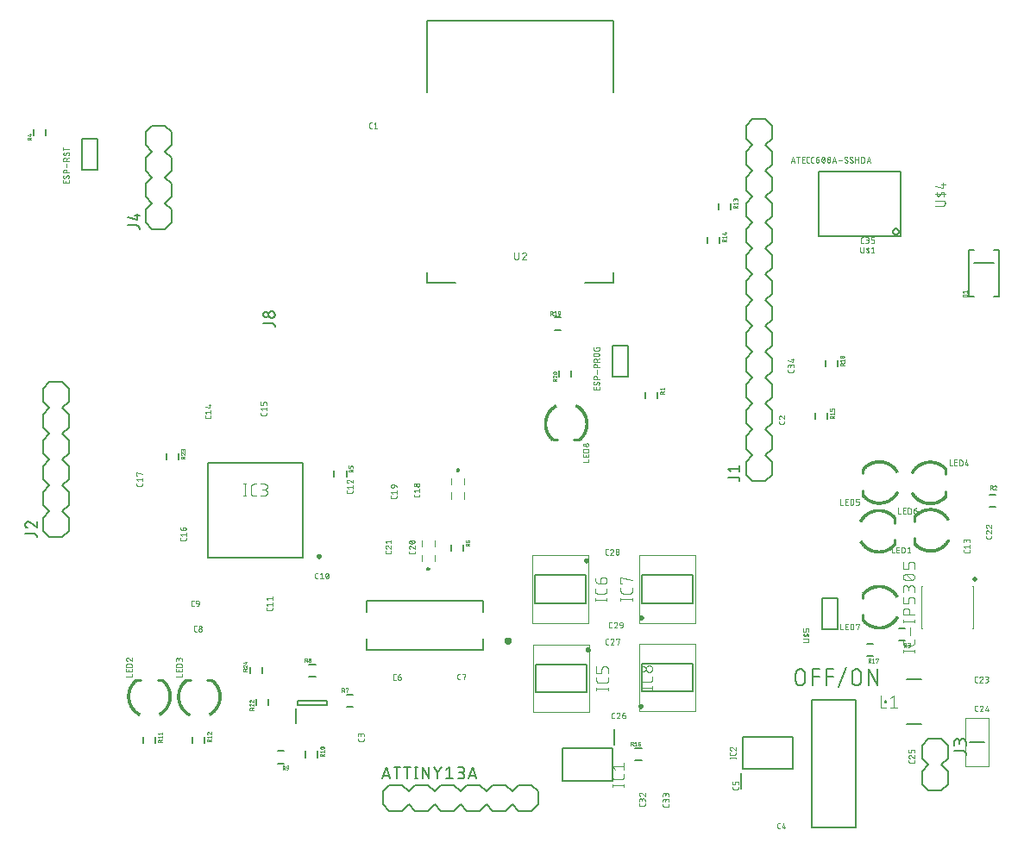
<source format=gto>
G04 EAGLE Gerber RS-274X export*
G75*
%MOMM*%
%FSLAX34Y34*%
%LPD*%
%INSilkscreen Top*%
%IPPOS*%
%AMOC8*
5,1,8,0,0,1.08239X$1,22.5*%
G01*
%ADD10C,0.203200*%
%ADD11C,0.127000*%
%ADD12C,0.050800*%
%ADD13C,0.025400*%
%ADD14C,0.100000*%
%ADD15C,0.200000*%
%ADD16C,0.200000*%
%ADD17C,0.400000*%
%ADD18C,0.500000*%
%ADD19C,0.120000*%
%ADD20C,0.101600*%
%ADD21C,0.250000*%
%ADD22C,0.050000*%
%ADD23C,0.152400*%
%ADD24C,0.076200*%
%ADD25C,0.254000*%
%ADD26C,0.177800*%


D10*
X495000Y66250D02*
X501350Y72600D01*
X514050Y72600D01*
X520400Y66250D01*
X520400Y53550D02*
X514050Y47200D01*
X501350Y47200D01*
X495000Y53550D01*
X463250Y72600D02*
X450550Y72600D01*
X463250Y72600D02*
X469600Y66250D01*
X469600Y53550D02*
X463250Y47200D01*
X469600Y66250D02*
X475950Y72600D01*
X488650Y72600D01*
X495000Y66250D01*
X495000Y53550D02*
X488650Y47200D01*
X475950Y47200D01*
X469600Y53550D01*
X425150Y72600D02*
X418800Y66250D01*
X425150Y72600D02*
X437850Y72600D01*
X444200Y66250D01*
X444200Y53550D02*
X437850Y47200D01*
X425150Y47200D01*
X418800Y53550D01*
X444200Y66250D02*
X450550Y72600D01*
X444200Y53550D02*
X450550Y47200D01*
X463250Y47200D01*
X387050Y72600D02*
X374350Y72600D01*
X387050Y72600D02*
X393400Y66250D01*
X393400Y53550D02*
X387050Y47200D01*
X393400Y66250D02*
X399750Y72600D01*
X412450Y72600D01*
X418800Y66250D01*
X418800Y53550D02*
X412450Y47200D01*
X399750Y47200D01*
X393400Y53550D01*
X368000Y53550D02*
X368000Y66250D01*
X374350Y72600D01*
X368000Y53550D02*
X374350Y47200D01*
X387050Y47200D01*
X520400Y53550D02*
X520400Y66250D01*
D11*
X371683Y90253D02*
X367873Y78823D01*
X375493Y78823D02*
X371683Y90253D01*
X374541Y81681D02*
X368826Y81681D01*
X382351Y78823D02*
X382351Y90253D01*
X379176Y90253D02*
X385526Y90253D01*
X392257Y90253D02*
X392257Y78823D01*
X389082Y90253D02*
X395432Y90253D01*
X400639Y90253D02*
X400639Y78823D01*
X399369Y78823D02*
X401909Y78823D01*
X401909Y90253D02*
X399369Y90253D01*
X406989Y90253D02*
X406989Y78823D01*
X413339Y78823D02*
X406989Y90253D01*
X413339Y90253D02*
X413339Y78823D01*
X421975Y84856D02*
X418165Y90253D01*
X421975Y84856D02*
X425785Y90253D01*
X421975Y84856D02*
X421975Y78823D01*
X430230Y87713D02*
X433405Y90253D01*
X433405Y78823D01*
X430230Y78823D02*
X436580Y78823D01*
X441660Y78823D02*
X444835Y78823D01*
X444946Y78825D01*
X445056Y78831D01*
X445167Y78840D01*
X445277Y78854D01*
X445386Y78871D01*
X445495Y78892D01*
X445603Y78917D01*
X445710Y78946D01*
X445816Y78978D01*
X445921Y79014D01*
X446024Y79054D01*
X446126Y79097D01*
X446227Y79144D01*
X446326Y79195D01*
X446423Y79248D01*
X446517Y79305D01*
X446610Y79366D01*
X446701Y79429D01*
X446790Y79496D01*
X446876Y79566D01*
X446959Y79639D01*
X447041Y79714D01*
X447119Y79792D01*
X447194Y79874D01*
X447267Y79957D01*
X447337Y80043D01*
X447404Y80132D01*
X447467Y80223D01*
X447528Y80316D01*
X447585Y80410D01*
X447638Y80507D01*
X447689Y80606D01*
X447736Y80707D01*
X447779Y80809D01*
X447819Y80912D01*
X447855Y81017D01*
X447887Y81123D01*
X447916Y81230D01*
X447941Y81338D01*
X447962Y81447D01*
X447979Y81556D01*
X447993Y81666D01*
X448002Y81777D01*
X448008Y81887D01*
X448010Y81998D01*
X448008Y82109D01*
X448002Y82219D01*
X447993Y82330D01*
X447979Y82440D01*
X447962Y82549D01*
X447941Y82658D01*
X447916Y82766D01*
X447887Y82873D01*
X447855Y82979D01*
X447819Y83084D01*
X447779Y83187D01*
X447736Y83289D01*
X447689Y83390D01*
X447638Y83489D01*
X447585Y83585D01*
X447528Y83680D01*
X447467Y83773D01*
X447404Y83864D01*
X447337Y83953D01*
X447267Y84039D01*
X447194Y84122D01*
X447119Y84204D01*
X447041Y84282D01*
X446959Y84357D01*
X446876Y84430D01*
X446790Y84500D01*
X446701Y84567D01*
X446610Y84630D01*
X446517Y84691D01*
X446423Y84748D01*
X446326Y84801D01*
X446227Y84852D01*
X446126Y84899D01*
X446024Y84942D01*
X445921Y84982D01*
X445816Y85018D01*
X445710Y85050D01*
X445603Y85079D01*
X445495Y85104D01*
X445386Y85125D01*
X445277Y85142D01*
X445167Y85156D01*
X445056Y85165D01*
X444946Y85171D01*
X444835Y85173D01*
X445470Y90253D02*
X441660Y90253D01*
X445470Y90253D02*
X445570Y90251D01*
X445669Y90245D01*
X445769Y90235D01*
X445867Y90222D01*
X445966Y90204D01*
X446063Y90183D01*
X446159Y90158D01*
X446255Y90129D01*
X446349Y90096D01*
X446442Y90060D01*
X446533Y90020D01*
X446623Y89976D01*
X446711Y89929D01*
X446797Y89879D01*
X446881Y89825D01*
X446963Y89768D01*
X447042Y89708D01*
X447120Y89644D01*
X447194Y89578D01*
X447266Y89509D01*
X447335Y89437D01*
X447401Y89363D01*
X447465Y89285D01*
X447525Y89206D01*
X447582Y89124D01*
X447636Y89040D01*
X447686Y88954D01*
X447733Y88866D01*
X447777Y88776D01*
X447817Y88685D01*
X447853Y88592D01*
X447886Y88498D01*
X447915Y88402D01*
X447940Y88306D01*
X447961Y88209D01*
X447979Y88110D01*
X447992Y88012D01*
X448002Y87912D01*
X448008Y87813D01*
X448010Y87713D01*
X448008Y87613D01*
X448002Y87514D01*
X447992Y87414D01*
X447979Y87316D01*
X447961Y87217D01*
X447940Y87120D01*
X447915Y87024D01*
X447886Y86928D01*
X447853Y86834D01*
X447817Y86741D01*
X447777Y86650D01*
X447733Y86560D01*
X447686Y86472D01*
X447636Y86386D01*
X447582Y86302D01*
X447525Y86220D01*
X447465Y86141D01*
X447401Y86063D01*
X447335Y85989D01*
X447266Y85917D01*
X447194Y85848D01*
X447120Y85782D01*
X447042Y85718D01*
X446963Y85658D01*
X446881Y85601D01*
X446797Y85547D01*
X446711Y85497D01*
X446623Y85450D01*
X446533Y85406D01*
X446442Y85366D01*
X446349Y85330D01*
X446255Y85297D01*
X446159Y85268D01*
X446063Y85243D01*
X445966Y85222D01*
X445867Y85204D01*
X445769Y85191D01*
X445669Y85181D01*
X445570Y85175D01*
X445470Y85173D01*
X442930Y85173D01*
X452455Y78823D02*
X456265Y90253D01*
X460075Y78823D01*
X459123Y81681D02*
X453408Y81681D01*
D12*
X357427Y717698D02*
X356185Y717698D01*
X356115Y717700D01*
X356046Y717706D01*
X355977Y717716D01*
X355909Y717729D01*
X355841Y717747D01*
X355775Y717768D01*
X355710Y717793D01*
X355646Y717821D01*
X355584Y717853D01*
X355524Y717888D01*
X355466Y717927D01*
X355411Y717969D01*
X355357Y718014D01*
X355307Y718062D01*
X355259Y718112D01*
X355214Y718166D01*
X355172Y718221D01*
X355133Y718279D01*
X355098Y718339D01*
X355066Y718401D01*
X355038Y718465D01*
X355013Y718530D01*
X354992Y718596D01*
X354974Y718664D01*
X354961Y718732D01*
X354951Y718801D01*
X354945Y718870D01*
X354943Y718940D01*
X354943Y722044D01*
X354945Y722114D01*
X354951Y722183D01*
X354961Y722252D01*
X354974Y722320D01*
X354992Y722388D01*
X355013Y722454D01*
X355038Y722519D01*
X355066Y722583D01*
X355098Y722645D01*
X355133Y722705D01*
X355172Y722763D01*
X355214Y722818D01*
X355259Y722872D01*
X355307Y722922D01*
X355357Y722970D01*
X355411Y723015D01*
X355466Y723057D01*
X355524Y723096D01*
X355584Y723131D01*
X355646Y723163D01*
X355710Y723191D01*
X355775Y723216D01*
X355841Y723237D01*
X355909Y723255D01*
X355977Y723268D01*
X356046Y723278D01*
X356115Y723284D01*
X356185Y723286D01*
X357427Y723286D01*
X359532Y722044D02*
X361084Y723286D01*
X361084Y717698D01*
X359532Y717698D02*
X362636Y717698D01*
X304348Y275514D02*
X303106Y275514D01*
X303036Y275516D01*
X302967Y275522D01*
X302898Y275532D01*
X302830Y275545D01*
X302762Y275563D01*
X302696Y275584D01*
X302631Y275609D01*
X302567Y275637D01*
X302505Y275669D01*
X302445Y275704D01*
X302387Y275743D01*
X302332Y275785D01*
X302278Y275830D01*
X302228Y275878D01*
X302180Y275928D01*
X302135Y275982D01*
X302093Y276037D01*
X302054Y276095D01*
X302019Y276155D01*
X301987Y276217D01*
X301959Y276281D01*
X301934Y276346D01*
X301913Y276412D01*
X301895Y276480D01*
X301882Y276548D01*
X301872Y276617D01*
X301866Y276686D01*
X301864Y276756D01*
X301864Y279860D01*
X301866Y279930D01*
X301872Y279999D01*
X301882Y280068D01*
X301895Y280136D01*
X301913Y280204D01*
X301934Y280270D01*
X301959Y280335D01*
X301987Y280399D01*
X302019Y280461D01*
X302054Y280521D01*
X302093Y280579D01*
X302135Y280634D01*
X302180Y280688D01*
X302228Y280738D01*
X302278Y280786D01*
X302332Y280831D01*
X302387Y280873D01*
X302445Y280912D01*
X302505Y280947D01*
X302567Y280979D01*
X302631Y281007D01*
X302696Y281032D01*
X302762Y281053D01*
X302830Y281071D01*
X302898Y281084D01*
X302967Y281094D01*
X303036Y281100D01*
X303106Y281102D01*
X304348Y281102D01*
X306452Y279860D02*
X308004Y281102D01*
X308004Y275514D01*
X306452Y275514D02*
X309557Y275514D01*
X311939Y278308D02*
X311941Y278439D01*
X311946Y278569D01*
X311956Y278699D01*
X311969Y278829D01*
X311985Y278959D01*
X312005Y279088D01*
X312029Y279216D01*
X312057Y279343D01*
X312088Y279470D01*
X312123Y279596D01*
X312161Y279721D01*
X312203Y279845D01*
X312248Y279967D01*
X312297Y280088D01*
X312349Y280208D01*
X312405Y280326D01*
X312404Y280326D02*
X312427Y280386D01*
X312453Y280446D01*
X312482Y280503D01*
X312515Y280559D01*
X312551Y280613D01*
X312589Y280665D01*
X312631Y280715D01*
X312675Y280762D01*
X312722Y280807D01*
X312772Y280849D01*
X312823Y280888D01*
X312877Y280924D01*
X312933Y280957D01*
X312990Y280987D01*
X313049Y281014D01*
X313110Y281037D01*
X313171Y281057D01*
X313234Y281073D01*
X313298Y281086D01*
X313362Y281095D01*
X313426Y281100D01*
X313491Y281102D01*
X313556Y281100D01*
X313620Y281095D01*
X313684Y281086D01*
X313748Y281073D01*
X313811Y281057D01*
X313872Y281037D01*
X313933Y281014D01*
X313992Y280987D01*
X314049Y280957D01*
X314105Y280924D01*
X314159Y280888D01*
X314210Y280849D01*
X314260Y280807D01*
X314307Y280762D01*
X314351Y280715D01*
X314393Y280665D01*
X314431Y280613D01*
X314467Y280559D01*
X314500Y280503D01*
X314529Y280446D01*
X314555Y280386D01*
X314578Y280326D01*
X314577Y280326D02*
X314633Y280208D01*
X314685Y280088D01*
X314734Y279967D01*
X314779Y279845D01*
X314821Y279721D01*
X314859Y279596D01*
X314894Y279470D01*
X314925Y279344D01*
X314953Y279216D01*
X314977Y279088D01*
X314997Y278959D01*
X315013Y278829D01*
X315026Y278699D01*
X315036Y278569D01*
X315041Y278439D01*
X315043Y278308D01*
X311939Y278308D02*
X311941Y278177D01*
X311946Y278047D01*
X311956Y277917D01*
X311969Y277787D01*
X311985Y277657D01*
X312005Y277528D01*
X312029Y277400D01*
X312057Y277273D01*
X312088Y277146D01*
X312123Y277020D01*
X312161Y276895D01*
X312203Y276771D01*
X312248Y276649D01*
X312297Y276528D01*
X312349Y276408D01*
X312405Y276290D01*
X312404Y276290D02*
X312427Y276230D01*
X312453Y276170D01*
X312482Y276113D01*
X312515Y276057D01*
X312551Y276003D01*
X312589Y275951D01*
X312631Y275901D01*
X312675Y275854D01*
X312722Y275809D01*
X312772Y275767D01*
X312823Y275728D01*
X312877Y275692D01*
X312933Y275659D01*
X312990Y275629D01*
X313049Y275602D01*
X313110Y275579D01*
X313171Y275559D01*
X313234Y275543D01*
X313298Y275530D01*
X313362Y275521D01*
X313426Y275516D01*
X313491Y275514D01*
X314577Y276290D02*
X314633Y276408D01*
X314685Y276528D01*
X314734Y276649D01*
X314779Y276771D01*
X314821Y276895D01*
X314859Y277020D01*
X314894Y277146D01*
X314925Y277272D01*
X314953Y277400D01*
X314977Y277528D01*
X314997Y277657D01*
X315013Y277787D01*
X315026Y277917D01*
X315036Y278047D01*
X315041Y278177D01*
X315043Y278308D01*
X314578Y276290D02*
X314555Y276230D01*
X314529Y276170D01*
X314500Y276113D01*
X314467Y276057D01*
X314431Y276003D01*
X314393Y275951D01*
X314351Y275901D01*
X314307Y275854D01*
X314260Y275809D01*
X314210Y275767D01*
X314159Y275728D01*
X314105Y275692D01*
X314049Y275659D01*
X313992Y275629D01*
X313933Y275602D01*
X313872Y275579D01*
X313811Y275559D01*
X313748Y275543D01*
X313684Y275530D01*
X313620Y275521D01*
X313556Y275516D01*
X313491Y275514D01*
X312249Y276756D02*
X314733Y279860D01*
X259602Y246741D02*
X259602Y245499D01*
X259600Y245429D01*
X259594Y245360D01*
X259584Y245291D01*
X259571Y245223D01*
X259553Y245155D01*
X259532Y245089D01*
X259507Y245024D01*
X259479Y244960D01*
X259447Y244898D01*
X259412Y244838D01*
X259373Y244780D01*
X259331Y244725D01*
X259286Y244671D01*
X259238Y244621D01*
X259188Y244573D01*
X259134Y244528D01*
X259079Y244486D01*
X259021Y244447D01*
X258961Y244412D01*
X258899Y244380D01*
X258835Y244352D01*
X258770Y244327D01*
X258704Y244306D01*
X258636Y244288D01*
X258568Y244275D01*
X258499Y244265D01*
X258430Y244259D01*
X258360Y244257D01*
X255256Y244257D01*
X255186Y244259D01*
X255117Y244265D01*
X255048Y244275D01*
X254980Y244288D01*
X254912Y244306D01*
X254846Y244327D01*
X254781Y244352D01*
X254717Y244380D01*
X254655Y244412D01*
X254595Y244447D01*
X254537Y244486D01*
X254482Y244528D01*
X254428Y244573D01*
X254378Y244621D01*
X254330Y244671D01*
X254285Y244725D01*
X254243Y244780D01*
X254204Y244838D01*
X254169Y244898D01*
X254137Y244960D01*
X254109Y245024D01*
X254084Y245089D01*
X254063Y245155D01*
X254045Y245223D01*
X254032Y245291D01*
X254022Y245360D01*
X254016Y245429D01*
X254014Y245499D01*
X254014Y246741D01*
X255256Y248845D02*
X254014Y250397D01*
X259602Y250397D01*
X259602Y248845D02*
X259602Y251950D01*
X255256Y254332D02*
X254014Y255884D01*
X259602Y255884D01*
X259602Y254332D02*
X259602Y257436D01*
X338486Y360506D02*
X338486Y361748D01*
X338486Y360506D02*
X338484Y360436D01*
X338478Y360367D01*
X338468Y360298D01*
X338455Y360230D01*
X338437Y360162D01*
X338416Y360096D01*
X338391Y360031D01*
X338363Y359967D01*
X338331Y359905D01*
X338296Y359845D01*
X338257Y359787D01*
X338215Y359732D01*
X338170Y359678D01*
X338122Y359628D01*
X338072Y359580D01*
X338018Y359535D01*
X337963Y359493D01*
X337905Y359454D01*
X337845Y359419D01*
X337783Y359387D01*
X337719Y359359D01*
X337654Y359334D01*
X337588Y359313D01*
X337520Y359295D01*
X337452Y359282D01*
X337383Y359272D01*
X337314Y359266D01*
X337244Y359264D01*
X334140Y359264D01*
X334070Y359266D01*
X334001Y359272D01*
X333932Y359282D01*
X333864Y359295D01*
X333796Y359313D01*
X333730Y359334D01*
X333665Y359359D01*
X333601Y359387D01*
X333539Y359419D01*
X333479Y359454D01*
X333421Y359493D01*
X333366Y359535D01*
X333312Y359580D01*
X333262Y359628D01*
X333214Y359678D01*
X333169Y359732D01*
X333127Y359787D01*
X333088Y359845D01*
X333053Y359905D01*
X333021Y359967D01*
X332993Y360031D01*
X332968Y360096D01*
X332947Y360162D01*
X332929Y360230D01*
X332916Y360298D01*
X332906Y360367D01*
X332900Y360436D01*
X332898Y360506D01*
X332898Y361748D01*
X334140Y363852D02*
X332898Y365404D01*
X338486Y365404D01*
X338486Y363852D02*
X338486Y366957D01*
X334295Y372443D02*
X334222Y372441D01*
X334149Y372435D01*
X334076Y372426D01*
X334005Y372412D01*
X333933Y372395D01*
X333863Y372375D01*
X333794Y372350D01*
X333727Y372322D01*
X333661Y372291D01*
X333597Y372256D01*
X333534Y372218D01*
X333474Y372176D01*
X333416Y372132D01*
X333360Y372084D01*
X333307Y372034D01*
X333257Y371981D01*
X333209Y371925D01*
X333165Y371867D01*
X333123Y371807D01*
X333085Y371745D01*
X333050Y371680D01*
X333019Y371614D01*
X332991Y371547D01*
X332966Y371478D01*
X332946Y371408D01*
X332929Y371336D01*
X332915Y371265D01*
X332906Y371192D01*
X332900Y371119D01*
X332898Y371046D01*
X332900Y370962D01*
X332906Y370879D01*
X332915Y370796D01*
X332929Y370713D01*
X332946Y370632D01*
X332968Y370551D01*
X332993Y370471D01*
X333021Y370393D01*
X333053Y370315D01*
X333089Y370240D01*
X333128Y370166D01*
X333171Y370094D01*
X333217Y370024D01*
X333266Y369957D01*
X333319Y369891D01*
X333374Y369829D01*
X333432Y369769D01*
X333493Y369711D01*
X333556Y369657D01*
X333622Y369605D01*
X333690Y369557D01*
X333761Y369512D01*
X333833Y369470D01*
X333908Y369432D01*
X333984Y369397D01*
X334061Y369366D01*
X334140Y369338D01*
X335381Y371977D02*
X335328Y372031D01*
X335271Y372082D01*
X335212Y372130D01*
X335151Y372175D01*
X335088Y372216D01*
X335022Y372255D01*
X334955Y372290D01*
X334886Y372322D01*
X334815Y372350D01*
X334744Y372374D01*
X334671Y372395D01*
X334597Y372412D01*
X334522Y372426D01*
X334447Y372435D01*
X334371Y372441D01*
X334295Y372443D01*
X335382Y371977D02*
X338486Y369339D01*
X338486Y372443D01*
X943986Y303448D02*
X943986Y302206D01*
X943984Y302136D01*
X943978Y302067D01*
X943968Y301998D01*
X943955Y301930D01*
X943937Y301862D01*
X943916Y301796D01*
X943891Y301731D01*
X943863Y301667D01*
X943831Y301605D01*
X943796Y301545D01*
X943757Y301487D01*
X943715Y301432D01*
X943670Y301378D01*
X943622Y301328D01*
X943572Y301280D01*
X943518Y301235D01*
X943463Y301193D01*
X943405Y301154D01*
X943345Y301119D01*
X943283Y301087D01*
X943219Y301059D01*
X943154Y301034D01*
X943088Y301013D01*
X943020Y300995D01*
X942952Y300982D01*
X942883Y300972D01*
X942814Y300966D01*
X942744Y300964D01*
X939640Y300964D01*
X939570Y300966D01*
X939501Y300972D01*
X939432Y300982D01*
X939364Y300995D01*
X939296Y301013D01*
X939230Y301034D01*
X939165Y301059D01*
X939101Y301087D01*
X939039Y301119D01*
X938979Y301154D01*
X938921Y301193D01*
X938866Y301235D01*
X938812Y301280D01*
X938762Y301328D01*
X938714Y301378D01*
X938669Y301432D01*
X938627Y301487D01*
X938588Y301545D01*
X938553Y301605D01*
X938521Y301667D01*
X938493Y301731D01*
X938468Y301796D01*
X938447Y301862D01*
X938429Y301930D01*
X938416Y301998D01*
X938406Y302067D01*
X938400Y302136D01*
X938398Y302206D01*
X938398Y303448D01*
X939640Y305552D02*
X938398Y307104D01*
X943986Y307104D01*
X943986Y305552D02*
X943986Y308657D01*
X943986Y311039D02*
X943986Y312591D01*
X943984Y312668D01*
X943978Y312746D01*
X943969Y312822D01*
X943955Y312899D01*
X943938Y312974D01*
X943917Y313048D01*
X943892Y313122D01*
X943864Y313194D01*
X943832Y313264D01*
X943797Y313333D01*
X943758Y313400D01*
X943716Y313465D01*
X943671Y313528D01*
X943623Y313589D01*
X943572Y313647D01*
X943518Y313702D01*
X943461Y313755D01*
X943402Y313804D01*
X943340Y313851D01*
X943276Y313895D01*
X943210Y313935D01*
X943142Y313972D01*
X943072Y314006D01*
X943001Y314036D01*
X942928Y314062D01*
X942854Y314085D01*
X942779Y314104D01*
X942704Y314119D01*
X942627Y314131D01*
X942550Y314139D01*
X942473Y314143D01*
X942395Y314143D01*
X942318Y314139D01*
X942241Y314131D01*
X942164Y314119D01*
X942089Y314104D01*
X942014Y314085D01*
X941940Y314062D01*
X941867Y314036D01*
X941796Y314006D01*
X941726Y313972D01*
X941658Y313935D01*
X941592Y313895D01*
X941528Y313851D01*
X941466Y313804D01*
X941407Y313755D01*
X941350Y313702D01*
X941296Y313647D01*
X941245Y313589D01*
X941197Y313528D01*
X941152Y313465D01*
X941110Y313400D01*
X941071Y313333D01*
X941036Y313264D01*
X941004Y313194D01*
X940976Y313122D01*
X940951Y313048D01*
X940930Y312974D01*
X940913Y312899D01*
X940899Y312822D01*
X940890Y312746D01*
X940884Y312668D01*
X940882Y312591D01*
X938398Y312901D02*
X938398Y311039D01*
X938398Y312901D02*
X938400Y312971D01*
X938406Y313040D01*
X938416Y313109D01*
X938429Y313177D01*
X938447Y313245D01*
X938468Y313311D01*
X938493Y313376D01*
X938521Y313440D01*
X938553Y313502D01*
X938588Y313562D01*
X938627Y313620D01*
X938669Y313675D01*
X938714Y313729D01*
X938762Y313779D01*
X938812Y313827D01*
X938866Y313872D01*
X938921Y313914D01*
X938979Y313953D01*
X939039Y313988D01*
X939101Y314020D01*
X939165Y314048D01*
X939230Y314073D01*
X939296Y314094D01*
X939364Y314112D01*
X939432Y314125D01*
X939501Y314135D01*
X939570Y314141D01*
X939640Y314143D01*
X939710Y314141D01*
X939779Y314135D01*
X939848Y314125D01*
X939916Y314112D01*
X939984Y314094D01*
X940050Y314073D01*
X940115Y314048D01*
X940179Y314020D01*
X940241Y313988D01*
X940301Y313953D01*
X940359Y313914D01*
X940414Y313872D01*
X940468Y313827D01*
X940518Y313779D01*
X940566Y313729D01*
X940611Y313675D01*
X940653Y313620D01*
X940692Y313562D01*
X940727Y313502D01*
X940759Y313440D01*
X940787Y313376D01*
X940812Y313311D01*
X940833Y313245D01*
X940851Y313177D01*
X940864Y313109D01*
X940874Y313040D01*
X940880Y312971D01*
X940882Y312901D01*
X940882Y311659D01*
X199486Y434406D02*
X199486Y435648D01*
X199486Y434406D02*
X199484Y434336D01*
X199478Y434267D01*
X199468Y434198D01*
X199455Y434130D01*
X199437Y434062D01*
X199416Y433996D01*
X199391Y433931D01*
X199363Y433867D01*
X199331Y433805D01*
X199296Y433745D01*
X199257Y433687D01*
X199215Y433632D01*
X199170Y433578D01*
X199122Y433528D01*
X199072Y433480D01*
X199018Y433435D01*
X198963Y433393D01*
X198905Y433354D01*
X198845Y433319D01*
X198783Y433287D01*
X198719Y433259D01*
X198654Y433234D01*
X198588Y433213D01*
X198520Y433195D01*
X198452Y433182D01*
X198383Y433172D01*
X198314Y433166D01*
X198244Y433164D01*
X195140Y433164D01*
X195070Y433166D01*
X195001Y433172D01*
X194932Y433182D01*
X194864Y433195D01*
X194796Y433213D01*
X194730Y433234D01*
X194665Y433259D01*
X194601Y433287D01*
X194539Y433319D01*
X194479Y433354D01*
X194421Y433393D01*
X194366Y433435D01*
X194312Y433480D01*
X194262Y433528D01*
X194214Y433578D01*
X194169Y433632D01*
X194127Y433687D01*
X194088Y433745D01*
X194053Y433805D01*
X194021Y433867D01*
X193993Y433931D01*
X193968Y433996D01*
X193947Y434062D01*
X193929Y434130D01*
X193916Y434198D01*
X193906Y434267D01*
X193900Y434336D01*
X193898Y434406D01*
X193898Y435648D01*
X195140Y437752D02*
X193898Y439304D01*
X199486Y439304D01*
X199486Y437752D02*
X199486Y440857D01*
X198244Y443239D02*
X193898Y444480D01*
X198244Y443239D02*
X198244Y446343D01*
X197002Y445412D02*
X199486Y445412D01*
X253986Y438348D02*
X253986Y437106D01*
X253984Y437036D01*
X253978Y436967D01*
X253968Y436898D01*
X253955Y436830D01*
X253937Y436762D01*
X253916Y436696D01*
X253891Y436631D01*
X253863Y436567D01*
X253831Y436505D01*
X253796Y436445D01*
X253757Y436387D01*
X253715Y436332D01*
X253670Y436278D01*
X253622Y436228D01*
X253572Y436180D01*
X253518Y436135D01*
X253463Y436093D01*
X253405Y436054D01*
X253345Y436019D01*
X253283Y435987D01*
X253219Y435959D01*
X253154Y435934D01*
X253088Y435913D01*
X253020Y435895D01*
X252952Y435882D01*
X252883Y435872D01*
X252814Y435866D01*
X252744Y435864D01*
X249640Y435864D01*
X249570Y435866D01*
X249501Y435872D01*
X249432Y435882D01*
X249364Y435895D01*
X249296Y435913D01*
X249230Y435934D01*
X249165Y435959D01*
X249101Y435987D01*
X249039Y436019D01*
X248979Y436054D01*
X248921Y436093D01*
X248866Y436135D01*
X248812Y436180D01*
X248762Y436228D01*
X248714Y436278D01*
X248669Y436332D01*
X248627Y436387D01*
X248588Y436445D01*
X248553Y436505D01*
X248521Y436567D01*
X248493Y436631D01*
X248468Y436696D01*
X248447Y436762D01*
X248429Y436830D01*
X248416Y436898D01*
X248406Y436967D01*
X248400Y437036D01*
X248398Y437106D01*
X248398Y438348D01*
X249640Y440452D02*
X248398Y442004D01*
X253986Y442004D01*
X253986Y440452D02*
X253986Y443557D01*
X253986Y445939D02*
X253986Y447801D01*
X253984Y447871D01*
X253978Y447940D01*
X253968Y448009D01*
X253955Y448077D01*
X253937Y448145D01*
X253916Y448211D01*
X253891Y448276D01*
X253863Y448340D01*
X253831Y448402D01*
X253796Y448462D01*
X253757Y448520D01*
X253715Y448575D01*
X253670Y448629D01*
X253622Y448679D01*
X253572Y448727D01*
X253518Y448772D01*
X253463Y448814D01*
X253405Y448853D01*
X253345Y448888D01*
X253283Y448920D01*
X253219Y448948D01*
X253154Y448973D01*
X253088Y448994D01*
X253020Y449012D01*
X252952Y449025D01*
X252883Y449035D01*
X252814Y449041D01*
X252744Y449043D01*
X252123Y449043D01*
X252053Y449041D01*
X251984Y449035D01*
X251915Y449025D01*
X251847Y449012D01*
X251779Y448994D01*
X251713Y448973D01*
X251648Y448948D01*
X251584Y448920D01*
X251522Y448888D01*
X251462Y448853D01*
X251404Y448814D01*
X251349Y448772D01*
X251295Y448727D01*
X251245Y448679D01*
X251197Y448629D01*
X251152Y448575D01*
X251110Y448520D01*
X251071Y448462D01*
X251036Y448402D01*
X251004Y448340D01*
X250976Y448276D01*
X250951Y448211D01*
X250930Y448145D01*
X250912Y448077D01*
X250899Y448009D01*
X250889Y447940D01*
X250883Y447871D01*
X250881Y447801D01*
X250882Y447801D02*
X250882Y445939D01*
X248398Y445939D01*
X248398Y449043D01*
X175102Y315241D02*
X175102Y313999D01*
X175100Y313929D01*
X175094Y313860D01*
X175084Y313791D01*
X175071Y313723D01*
X175053Y313655D01*
X175032Y313589D01*
X175007Y313524D01*
X174979Y313460D01*
X174947Y313398D01*
X174912Y313338D01*
X174873Y313280D01*
X174831Y313225D01*
X174786Y313171D01*
X174738Y313121D01*
X174688Y313073D01*
X174634Y313028D01*
X174579Y312986D01*
X174521Y312947D01*
X174461Y312912D01*
X174399Y312880D01*
X174335Y312852D01*
X174270Y312827D01*
X174204Y312806D01*
X174136Y312788D01*
X174068Y312775D01*
X173999Y312765D01*
X173930Y312759D01*
X173860Y312757D01*
X170756Y312757D01*
X170686Y312759D01*
X170617Y312765D01*
X170548Y312775D01*
X170480Y312788D01*
X170412Y312806D01*
X170346Y312827D01*
X170281Y312852D01*
X170217Y312880D01*
X170155Y312912D01*
X170095Y312947D01*
X170037Y312986D01*
X169982Y313028D01*
X169928Y313073D01*
X169878Y313121D01*
X169830Y313171D01*
X169785Y313225D01*
X169743Y313280D01*
X169704Y313338D01*
X169669Y313398D01*
X169637Y313460D01*
X169609Y313524D01*
X169584Y313589D01*
X169563Y313655D01*
X169545Y313723D01*
X169532Y313791D01*
X169522Y313860D01*
X169516Y313929D01*
X169514Y313999D01*
X169514Y315241D01*
X170756Y317345D02*
X169514Y318897D01*
X175102Y318897D01*
X175102Y317345D02*
X175102Y320450D01*
X171998Y322832D02*
X171998Y324694D01*
X171997Y324694D02*
X171999Y324764D01*
X172005Y324833D01*
X172015Y324902D01*
X172028Y324970D01*
X172046Y325038D01*
X172067Y325104D01*
X172092Y325169D01*
X172120Y325233D01*
X172152Y325295D01*
X172187Y325355D01*
X172226Y325413D01*
X172268Y325468D01*
X172313Y325522D01*
X172361Y325572D01*
X172411Y325620D01*
X172465Y325665D01*
X172520Y325707D01*
X172578Y325746D01*
X172638Y325781D01*
X172700Y325813D01*
X172764Y325841D01*
X172829Y325866D01*
X172895Y325887D01*
X172963Y325905D01*
X173031Y325918D01*
X173100Y325928D01*
X173169Y325934D01*
X173239Y325936D01*
X173550Y325936D01*
X173627Y325934D01*
X173705Y325928D01*
X173781Y325919D01*
X173858Y325905D01*
X173933Y325888D01*
X174007Y325867D01*
X174081Y325842D01*
X174153Y325814D01*
X174223Y325782D01*
X174292Y325747D01*
X174359Y325708D01*
X174424Y325666D01*
X174487Y325621D01*
X174548Y325573D01*
X174606Y325522D01*
X174661Y325468D01*
X174714Y325411D01*
X174763Y325352D01*
X174810Y325290D01*
X174854Y325226D01*
X174894Y325160D01*
X174931Y325092D01*
X174965Y325022D01*
X174995Y324951D01*
X175021Y324878D01*
X175044Y324804D01*
X175063Y324729D01*
X175078Y324654D01*
X175090Y324577D01*
X175098Y324500D01*
X175102Y324423D01*
X175102Y324345D01*
X175098Y324268D01*
X175090Y324191D01*
X175078Y324114D01*
X175063Y324039D01*
X175044Y323964D01*
X175021Y323890D01*
X174995Y323817D01*
X174965Y323746D01*
X174931Y323676D01*
X174894Y323608D01*
X174854Y323542D01*
X174810Y323478D01*
X174763Y323416D01*
X174714Y323357D01*
X174661Y323300D01*
X174606Y323246D01*
X174548Y323195D01*
X174487Y323147D01*
X174424Y323102D01*
X174359Y323060D01*
X174292Y323021D01*
X174223Y322986D01*
X174153Y322954D01*
X174081Y322926D01*
X174007Y322901D01*
X173933Y322880D01*
X173858Y322863D01*
X173781Y322849D01*
X173705Y322840D01*
X173627Y322834D01*
X173550Y322832D01*
X171998Y322832D01*
X171998Y322831D02*
X171900Y322833D01*
X171803Y322839D01*
X171706Y322848D01*
X171609Y322862D01*
X171513Y322879D01*
X171418Y322900D01*
X171324Y322924D01*
X171230Y322953D01*
X171138Y322985D01*
X171047Y323020D01*
X170958Y323059D01*
X170870Y323102D01*
X170784Y323148D01*
X170700Y323197D01*
X170618Y323250D01*
X170538Y323305D01*
X170460Y323364D01*
X170385Y323426D01*
X170312Y323491D01*
X170242Y323559D01*
X170174Y323629D01*
X170109Y323702D01*
X170047Y323777D01*
X169988Y323855D01*
X169933Y323935D01*
X169880Y324017D01*
X169831Y324101D01*
X169785Y324187D01*
X169742Y324275D01*
X169703Y324364D01*
X169668Y324455D01*
X169636Y324547D01*
X169607Y324641D01*
X169583Y324735D01*
X169562Y324830D01*
X169545Y324926D01*
X169531Y325023D01*
X169522Y325120D01*
X169516Y325217D01*
X169514Y325315D01*
X132186Y367706D02*
X132186Y368948D01*
X132186Y367706D02*
X132184Y367636D01*
X132178Y367567D01*
X132168Y367498D01*
X132155Y367430D01*
X132137Y367362D01*
X132116Y367296D01*
X132091Y367231D01*
X132063Y367167D01*
X132031Y367105D01*
X131996Y367045D01*
X131957Y366987D01*
X131915Y366932D01*
X131870Y366878D01*
X131822Y366828D01*
X131772Y366780D01*
X131718Y366735D01*
X131663Y366693D01*
X131605Y366654D01*
X131545Y366619D01*
X131483Y366587D01*
X131419Y366559D01*
X131354Y366534D01*
X131288Y366513D01*
X131220Y366495D01*
X131152Y366482D01*
X131083Y366472D01*
X131014Y366466D01*
X130944Y366464D01*
X127840Y366464D01*
X127770Y366466D01*
X127701Y366472D01*
X127632Y366482D01*
X127564Y366495D01*
X127496Y366513D01*
X127430Y366534D01*
X127365Y366559D01*
X127301Y366587D01*
X127239Y366619D01*
X127179Y366654D01*
X127121Y366693D01*
X127066Y366735D01*
X127012Y366780D01*
X126962Y366828D01*
X126914Y366878D01*
X126869Y366932D01*
X126827Y366987D01*
X126788Y367045D01*
X126753Y367105D01*
X126721Y367167D01*
X126693Y367231D01*
X126668Y367296D01*
X126647Y367362D01*
X126629Y367430D01*
X126616Y367498D01*
X126606Y367567D01*
X126600Y367636D01*
X126598Y367706D01*
X126598Y368948D01*
X127840Y371052D02*
X126598Y372604D01*
X132186Y372604D01*
X132186Y371052D02*
X132186Y374157D01*
X127219Y376539D02*
X126598Y376539D01*
X126598Y379643D01*
X132186Y378091D01*
X404186Y358148D02*
X404186Y356906D01*
X404184Y356836D01*
X404178Y356767D01*
X404168Y356698D01*
X404155Y356630D01*
X404137Y356562D01*
X404116Y356496D01*
X404091Y356431D01*
X404063Y356367D01*
X404031Y356305D01*
X403996Y356245D01*
X403957Y356187D01*
X403915Y356132D01*
X403870Y356078D01*
X403822Y356028D01*
X403772Y355980D01*
X403718Y355935D01*
X403663Y355893D01*
X403605Y355854D01*
X403545Y355819D01*
X403483Y355787D01*
X403419Y355759D01*
X403354Y355734D01*
X403288Y355713D01*
X403220Y355695D01*
X403152Y355682D01*
X403083Y355672D01*
X403014Y355666D01*
X402944Y355664D01*
X399840Y355664D01*
X399770Y355666D01*
X399701Y355672D01*
X399632Y355682D01*
X399564Y355695D01*
X399496Y355713D01*
X399430Y355734D01*
X399365Y355759D01*
X399301Y355787D01*
X399239Y355819D01*
X399179Y355854D01*
X399121Y355893D01*
X399066Y355935D01*
X399012Y355980D01*
X398962Y356028D01*
X398914Y356078D01*
X398869Y356132D01*
X398827Y356187D01*
X398788Y356245D01*
X398753Y356305D01*
X398721Y356367D01*
X398693Y356431D01*
X398668Y356496D01*
X398647Y356562D01*
X398629Y356630D01*
X398616Y356698D01*
X398606Y356767D01*
X398600Y356836D01*
X398598Y356906D01*
X398598Y358148D01*
X399840Y360252D02*
X398598Y361804D01*
X404186Y361804D01*
X404186Y360252D02*
X404186Y363357D01*
X402634Y365739D02*
X402557Y365741D01*
X402479Y365747D01*
X402403Y365756D01*
X402326Y365770D01*
X402251Y365787D01*
X402177Y365808D01*
X402103Y365833D01*
X402031Y365861D01*
X401961Y365893D01*
X401892Y365928D01*
X401825Y365967D01*
X401760Y366009D01*
X401697Y366054D01*
X401636Y366102D01*
X401578Y366153D01*
X401523Y366207D01*
X401470Y366264D01*
X401421Y366323D01*
X401374Y366385D01*
X401330Y366449D01*
X401290Y366515D01*
X401253Y366583D01*
X401219Y366653D01*
X401189Y366724D01*
X401163Y366797D01*
X401140Y366871D01*
X401121Y366946D01*
X401106Y367021D01*
X401094Y367098D01*
X401086Y367175D01*
X401082Y367252D01*
X401082Y367330D01*
X401086Y367407D01*
X401094Y367484D01*
X401106Y367561D01*
X401121Y367636D01*
X401140Y367711D01*
X401163Y367785D01*
X401189Y367858D01*
X401219Y367929D01*
X401253Y367999D01*
X401290Y368067D01*
X401330Y368133D01*
X401374Y368197D01*
X401421Y368259D01*
X401470Y368318D01*
X401523Y368375D01*
X401578Y368429D01*
X401636Y368480D01*
X401697Y368528D01*
X401760Y368573D01*
X401825Y368615D01*
X401892Y368654D01*
X401961Y368689D01*
X402031Y368721D01*
X402103Y368749D01*
X402177Y368774D01*
X402251Y368795D01*
X402326Y368812D01*
X402403Y368826D01*
X402479Y368835D01*
X402557Y368841D01*
X402634Y368843D01*
X402711Y368841D01*
X402789Y368835D01*
X402865Y368826D01*
X402942Y368812D01*
X403017Y368795D01*
X403091Y368774D01*
X403165Y368749D01*
X403237Y368721D01*
X403307Y368689D01*
X403376Y368654D01*
X403443Y368615D01*
X403508Y368573D01*
X403571Y368528D01*
X403632Y368480D01*
X403690Y368429D01*
X403745Y368375D01*
X403798Y368318D01*
X403847Y368259D01*
X403894Y368197D01*
X403938Y368133D01*
X403978Y368067D01*
X404015Y367999D01*
X404049Y367929D01*
X404079Y367858D01*
X404105Y367785D01*
X404128Y367711D01*
X404147Y367636D01*
X404162Y367561D01*
X404174Y367484D01*
X404182Y367407D01*
X404186Y367330D01*
X404186Y367252D01*
X404182Y367175D01*
X404174Y367098D01*
X404162Y367021D01*
X404147Y366946D01*
X404128Y366871D01*
X404105Y366797D01*
X404079Y366724D01*
X404049Y366653D01*
X404015Y366583D01*
X403978Y366515D01*
X403938Y366449D01*
X403894Y366385D01*
X403847Y366323D01*
X403798Y366264D01*
X403745Y366207D01*
X403690Y366153D01*
X403632Y366102D01*
X403571Y366054D01*
X403508Y366009D01*
X403443Y365967D01*
X403376Y365928D01*
X403307Y365893D01*
X403237Y365861D01*
X403165Y365833D01*
X403091Y365808D01*
X403017Y365787D01*
X402942Y365770D01*
X402865Y365756D01*
X402789Y365747D01*
X402711Y365741D01*
X402634Y365739D01*
X399840Y366049D02*
X399770Y366051D01*
X399701Y366057D01*
X399632Y366067D01*
X399564Y366080D01*
X399496Y366098D01*
X399430Y366119D01*
X399365Y366144D01*
X399301Y366172D01*
X399239Y366204D01*
X399179Y366239D01*
X399121Y366278D01*
X399066Y366320D01*
X399012Y366365D01*
X398962Y366413D01*
X398914Y366463D01*
X398869Y366517D01*
X398827Y366572D01*
X398788Y366630D01*
X398753Y366690D01*
X398721Y366752D01*
X398693Y366816D01*
X398668Y366881D01*
X398647Y366947D01*
X398629Y367015D01*
X398616Y367083D01*
X398606Y367152D01*
X398600Y367221D01*
X398598Y367291D01*
X398600Y367361D01*
X398606Y367430D01*
X398616Y367499D01*
X398629Y367567D01*
X398647Y367635D01*
X398668Y367701D01*
X398693Y367766D01*
X398721Y367830D01*
X398753Y367892D01*
X398788Y367952D01*
X398827Y368010D01*
X398869Y368065D01*
X398914Y368119D01*
X398962Y368169D01*
X399012Y368217D01*
X399066Y368262D01*
X399121Y368304D01*
X399179Y368343D01*
X399239Y368378D01*
X399301Y368410D01*
X399365Y368438D01*
X399430Y368463D01*
X399496Y368484D01*
X399564Y368502D01*
X399632Y368515D01*
X399701Y368525D01*
X399770Y368531D01*
X399840Y368533D01*
X399910Y368531D01*
X399979Y368525D01*
X400048Y368515D01*
X400116Y368502D01*
X400184Y368484D01*
X400250Y368463D01*
X400315Y368438D01*
X400379Y368410D01*
X400441Y368378D01*
X400501Y368343D01*
X400559Y368304D01*
X400614Y368262D01*
X400668Y368217D01*
X400718Y368169D01*
X400766Y368119D01*
X400811Y368065D01*
X400853Y368010D01*
X400892Y367952D01*
X400927Y367892D01*
X400959Y367830D01*
X400987Y367766D01*
X401012Y367701D01*
X401033Y367635D01*
X401051Y367567D01*
X401064Y367499D01*
X401074Y367430D01*
X401080Y367361D01*
X401082Y367291D01*
X401080Y367221D01*
X401074Y367152D01*
X401064Y367083D01*
X401051Y367015D01*
X401033Y366947D01*
X401012Y366881D01*
X400987Y366816D01*
X400959Y366752D01*
X400927Y366690D01*
X400892Y366630D01*
X400853Y366572D01*
X400811Y366517D01*
X400766Y366463D01*
X400718Y366413D01*
X400668Y366365D01*
X400614Y366320D01*
X400559Y366278D01*
X400501Y366239D01*
X400441Y366204D01*
X400379Y366172D01*
X400315Y366144D01*
X400250Y366119D01*
X400184Y366098D01*
X400116Y366080D01*
X400048Y366067D01*
X399979Y366057D01*
X399910Y366051D01*
X399840Y366049D01*
X381686Y356848D02*
X381686Y355606D01*
X381684Y355536D01*
X381678Y355467D01*
X381668Y355398D01*
X381655Y355330D01*
X381637Y355262D01*
X381616Y355196D01*
X381591Y355131D01*
X381563Y355067D01*
X381531Y355005D01*
X381496Y354945D01*
X381457Y354887D01*
X381415Y354832D01*
X381370Y354778D01*
X381322Y354728D01*
X381272Y354680D01*
X381218Y354635D01*
X381163Y354593D01*
X381105Y354554D01*
X381045Y354519D01*
X380983Y354487D01*
X380919Y354459D01*
X380854Y354434D01*
X380788Y354413D01*
X380720Y354395D01*
X380652Y354382D01*
X380583Y354372D01*
X380514Y354366D01*
X380444Y354364D01*
X377340Y354364D01*
X377270Y354366D01*
X377201Y354372D01*
X377132Y354382D01*
X377064Y354395D01*
X376996Y354413D01*
X376930Y354434D01*
X376865Y354459D01*
X376801Y354487D01*
X376739Y354519D01*
X376679Y354554D01*
X376621Y354593D01*
X376566Y354635D01*
X376512Y354680D01*
X376462Y354728D01*
X376414Y354778D01*
X376369Y354832D01*
X376327Y354887D01*
X376288Y354945D01*
X376253Y355005D01*
X376221Y355067D01*
X376193Y355131D01*
X376168Y355196D01*
X376147Y355262D01*
X376129Y355330D01*
X376116Y355398D01*
X376106Y355467D01*
X376100Y355536D01*
X376098Y355606D01*
X376098Y356848D01*
X377340Y358952D02*
X376098Y360504D01*
X381686Y360504D01*
X381686Y358952D02*
X381686Y362057D01*
X379202Y365680D02*
X379202Y367543D01*
X379203Y365680D02*
X379201Y365610D01*
X379195Y365541D01*
X379185Y365472D01*
X379172Y365404D01*
X379154Y365336D01*
X379133Y365270D01*
X379108Y365205D01*
X379080Y365141D01*
X379048Y365079D01*
X379013Y365019D01*
X378974Y364961D01*
X378932Y364906D01*
X378887Y364852D01*
X378839Y364802D01*
X378789Y364754D01*
X378735Y364709D01*
X378680Y364667D01*
X378622Y364628D01*
X378562Y364593D01*
X378500Y364561D01*
X378436Y364533D01*
X378371Y364508D01*
X378305Y364487D01*
X378237Y364469D01*
X378169Y364456D01*
X378100Y364446D01*
X378031Y364440D01*
X377961Y364438D01*
X377961Y364439D02*
X377650Y364439D01*
X377573Y364441D01*
X377495Y364447D01*
X377419Y364456D01*
X377342Y364470D01*
X377267Y364487D01*
X377193Y364508D01*
X377119Y364533D01*
X377047Y364561D01*
X376977Y364593D01*
X376908Y364628D01*
X376841Y364667D01*
X376776Y364709D01*
X376713Y364754D01*
X376652Y364802D01*
X376594Y364853D01*
X376539Y364907D01*
X376486Y364964D01*
X376437Y365023D01*
X376390Y365085D01*
X376346Y365149D01*
X376306Y365215D01*
X376269Y365283D01*
X376235Y365353D01*
X376205Y365424D01*
X376179Y365497D01*
X376156Y365571D01*
X376137Y365646D01*
X376122Y365721D01*
X376110Y365798D01*
X376102Y365875D01*
X376098Y365952D01*
X376098Y366030D01*
X376102Y366107D01*
X376110Y366184D01*
X376122Y366261D01*
X376137Y366336D01*
X376156Y366411D01*
X376179Y366485D01*
X376205Y366558D01*
X376235Y366629D01*
X376269Y366699D01*
X376306Y366767D01*
X376346Y366833D01*
X376390Y366897D01*
X376437Y366959D01*
X376486Y367018D01*
X376539Y367075D01*
X376594Y367129D01*
X376652Y367180D01*
X376713Y367228D01*
X376776Y367273D01*
X376841Y367315D01*
X376908Y367354D01*
X376977Y367389D01*
X377047Y367421D01*
X377119Y367449D01*
X377193Y367474D01*
X377267Y367495D01*
X377342Y367512D01*
X377419Y367526D01*
X377495Y367535D01*
X377573Y367541D01*
X377650Y367543D01*
X379202Y367543D01*
X379202Y367544D02*
X379300Y367542D01*
X379397Y367536D01*
X379494Y367527D01*
X379591Y367513D01*
X379687Y367496D01*
X379782Y367475D01*
X379876Y367451D01*
X379970Y367422D01*
X380062Y367390D01*
X380153Y367355D01*
X380242Y367316D01*
X380330Y367273D01*
X380416Y367227D01*
X380500Y367178D01*
X380582Y367125D01*
X380662Y367070D01*
X380740Y367011D01*
X380815Y366949D01*
X380888Y366884D01*
X380958Y366816D01*
X381026Y366746D01*
X381091Y366673D01*
X381153Y366598D01*
X381212Y366520D01*
X381267Y366440D01*
X381320Y366358D01*
X381369Y366274D01*
X381415Y366188D01*
X381458Y366100D01*
X381497Y366011D01*
X381532Y365920D01*
X381564Y365828D01*
X381593Y365734D01*
X381617Y365640D01*
X381638Y365545D01*
X381655Y365449D01*
X381669Y365352D01*
X381678Y365255D01*
X381684Y365157D01*
X381686Y365060D01*
X762286Y428806D02*
X762286Y430048D01*
X762286Y428806D02*
X762284Y428736D01*
X762278Y428667D01*
X762268Y428598D01*
X762255Y428530D01*
X762237Y428462D01*
X762216Y428396D01*
X762191Y428331D01*
X762163Y428267D01*
X762131Y428205D01*
X762096Y428145D01*
X762057Y428087D01*
X762015Y428032D01*
X761970Y427978D01*
X761922Y427928D01*
X761872Y427880D01*
X761818Y427835D01*
X761763Y427793D01*
X761705Y427754D01*
X761645Y427719D01*
X761583Y427687D01*
X761519Y427659D01*
X761454Y427634D01*
X761388Y427613D01*
X761320Y427595D01*
X761252Y427582D01*
X761183Y427572D01*
X761114Y427566D01*
X761044Y427564D01*
X757940Y427564D01*
X757870Y427566D01*
X757801Y427572D01*
X757732Y427582D01*
X757664Y427595D01*
X757596Y427613D01*
X757530Y427634D01*
X757465Y427659D01*
X757401Y427687D01*
X757339Y427719D01*
X757279Y427754D01*
X757221Y427793D01*
X757166Y427835D01*
X757112Y427880D01*
X757062Y427928D01*
X757014Y427978D01*
X756969Y428032D01*
X756927Y428087D01*
X756888Y428145D01*
X756853Y428205D01*
X756821Y428267D01*
X756793Y428331D01*
X756768Y428396D01*
X756747Y428462D01*
X756729Y428530D01*
X756716Y428598D01*
X756706Y428667D01*
X756700Y428736D01*
X756698Y428806D01*
X756698Y430048D01*
X756698Y433860D02*
X756700Y433933D01*
X756706Y434006D01*
X756715Y434079D01*
X756729Y434150D01*
X756746Y434222D01*
X756766Y434292D01*
X756791Y434361D01*
X756819Y434428D01*
X756850Y434494D01*
X756885Y434559D01*
X756923Y434621D01*
X756965Y434681D01*
X757009Y434739D01*
X757057Y434795D01*
X757107Y434848D01*
X757160Y434898D01*
X757216Y434946D01*
X757274Y434990D01*
X757334Y435032D01*
X757397Y435070D01*
X757461Y435105D01*
X757527Y435136D01*
X757594Y435164D01*
X757663Y435189D01*
X757733Y435209D01*
X757805Y435226D01*
X757876Y435240D01*
X757949Y435249D01*
X758022Y435255D01*
X758095Y435257D01*
X756698Y433860D02*
X756700Y433776D01*
X756706Y433693D01*
X756715Y433610D01*
X756729Y433527D01*
X756746Y433446D01*
X756768Y433365D01*
X756793Y433285D01*
X756821Y433207D01*
X756853Y433129D01*
X756889Y433054D01*
X756928Y432980D01*
X756971Y432908D01*
X757017Y432838D01*
X757066Y432771D01*
X757119Y432705D01*
X757174Y432643D01*
X757232Y432583D01*
X757293Y432525D01*
X757356Y432471D01*
X757422Y432419D01*
X757490Y432371D01*
X757561Y432326D01*
X757633Y432284D01*
X757708Y432246D01*
X757784Y432211D01*
X757861Y432180D01*
X757940Y432152D01*
X759181Y434790D02*
X759128Y434844D01*
X759071Y434895D01*
X759012Y434943D01*
X758951Y434988D01*
X758888Y435029D01*
X758822Y435068D01*
X758755Y435103D01*
X758686Y435135D01*
X758615Y435163D01*
X758544Y435187D01*
X758471Y435208D01*
X758397Y435225D01*
X758322Y435239D01*
X758247Y435248D01*
X758171Y435254D01*
X758095Y435256D01*
X759182Y434791D02*
X762286Y432152D01*
X762286Y435257D01*
X399402Y302241D02*
X399402Y300999D01*
X399400Y300929D01*
X399394Y300860D01*
X399384Y300791D01*
X399371Y300723D01*
X399353Y300655D01*
X399332Y300589D01*
X399307Y300524D01*
X399279Y300460D01*
X399247Y300398D01*
X399212Y300338D01*
X399173Y300280D01*
X399131Y300225D01*
X399086Y300171D01*
X399038Y300121D01*
X398988Y300073D01*
X398934Y300028D01*
X398879Y299986D01*
X398821Y299947D01*
X398761Y299912D01*
X398699Y299880D01*
X398635Y299852D01*
X398570Y299827D01*
X398504Y299806D01*
X398436Y299788D01*
X398368Y299775D01*
X398299Y299765D01*
X398230Y299759D01*
X398160Y299757D01*
X395056Y299757D01*
X394986Y299759D01*
X394917Y299765D01*
X394848Y299775D01*
X394780Y299788D01*
X394712Y299806D01*
X394646Y299827D01*
X394581Y299852D01*
X394517Y299880D01*
X394455Y299912D01*
X394395Y299947D01*
X394337Y299986D01*
X394282Y300028D01*
X394228Y300073D01*
X394178Y300121D01*
X394130Y300171D01*
X394085Y300225D01*
X394043Y300280D01*
X394004Y300338D01*
X393969Y300398D01*
X393937Y300460D01*
X393909Y300524D01*
X393884Y300589D01*
X393863Y300655D01*
X393845Y300723D01*
X393832Y300791D01*
X393822Y300860D01*
X393816Y300929D01*
X393814Y300999D01*
X393814Y302241D01*
X393814Y306053D02*
X393816Y306126D01*
X393822Y306199D01*
X393831Y306272D01*
X393845Y306343D01*
X393862Y306415D01*
X393882Y306485D01*
X393907Y306554D01*
X393935Y306621D01*
X393966Y306687D01*
X394001Y306752D01*
X394039Y306814D01*
X394081Y306874D01*
X394125Y306932D01*
X394173Y306988D01*
X394223Y307041D01*
X394276Y307091D01*
X394332Y307139D01*
X394390Y307183D01*
X394450Y307225D01*
X394513Y307263D01*
X394577Y307298D01*
X394643Y307329D01*
X394710Y307357D01*
X394779Y307382D01*
X394849Y307402D01*
X394921Y307419D01*
X394992Y307433D01*
X395065Y307442D01*
X395138Y307448D01*
X395211Y307450D01*
X393814Y306053D02*
X393816Y305969D01*
X393822Y305886D01*
X393831Y305803D01*
X393845Y305720D01*
X393862Y305639D01*
X393884Y305558D01*
X393909Y305478D01*
X393937Y305400D01*
X393969Y305322D01*
X394005Y305247D01*
X394044Y305173D01*
X394087Y305101D01*
X394133Y305031D01*
X394182Y304964D01*
X394235Y304898D01*
X394290Y304836D01*
X394348Y304776D01*
X394409Y304718D01*
X394472Y304664D01*
X394538Y304612D01*
X394606Y304564D01*
X394677Y304519D01*
X394749Y304477D01*
X394824Y304439D01*
X394900Y304404D01*
X394977Y304373D01*
X395056Y304345D01*
X396297Y306983D02*
X396244Y307037D01*
X396187Y307088D01*
X396128Y307136D01*
X396067Y307181D01*
X396004Y307222D01*
X395938Y307261D01*
X395871Y307296D01*
X395802Y307328D01*
X395731Y307356D01*
X395660Y307380D01*
X395587Y307401D01*
X395513Y307418D01*
X395438Y307432D01*
X395363Y307441D01*
X395287Y307447D01*
X395211Y307449D01*
X396298Y306984D02*
X399402Y304345D01*
X399402Y307450D01*
X396608Y309832D02*
X396477Y309834D01*
X396347Y309839D01*
X396217Y309849D01*
X396087Y309862D01*
X395957Y309878D01*
X395828Y309898D01*
X395700Y309922D01*
X395573Y309950D01*
X395446Y309981D01*
X395320Y310016D01*
X395195Y310054D01*
X395071Y310096D01*
X394949Y310141D01*
X394828Y310190D01*
X394708Y310242D01*
X394590Y310298D01*
X394590Y310297D02*
X394530Y310320D01*
X394470Y310346D01*
X394413Y310375D01*
X394357Y310408D01*
X394303Y310444D01*
X394251Y310482D01*
X394201Y310524D01*
X394154Y310568D01*
X394109Y310615D01*
X394067Y310665D01*
X394028Y310716D01*
X393992Y310770D01*
X393959Y310826D01*
X393929Y310883D01*
X393902Y310942D01*
X393879Y311003D01*
X393859Y311064D01*
X393843Y311127D01*
X393830Y311191D01*
X393821Y311255D01*
X393816Y311319D01*
X393814Y311384D01*
X393816Y311449D01*
X393821Y311513D01*
X393830Y311577D01*
X393843Y311641D01*
X393859Y311704D01*
X393879Y311765D01*
X393902Y311826D01*
X393929Y311885D01*
X393959Y311942D01*
X393992Y311998D01*
X394028Y312052D01*
X394067Y312103D01*
X394109Y312153D01*
X394154Y312200D01*
X394201Y312244D01*
X394251Y312286D01*
X394303Y312324D01*
X394357Y312360D01*
X394413Y312393D01*
X394470Y312422D01*
X394530Y312448D01*
X394590Y312471D01*
X394590Y312470D02*
X394708Y312526D01*
X394828Y312578D01*
X394949Y312627D01*
X395071Y312672D01*
X395195Y312714D01*
X395320Y312752D01*
X395446Y312787D01*
X395572Y312818D01*
X395700Y312846D01*
X395828Y312870D01*
X395957Y312890D01*
X396087Y312906D01*
X396217Y312919D01*
X396347Y312929D01*
X396477Y312934D01*
X396608Y312936D01*
X396608Y309832D02*
X396739Y309834D01*
X396869Y309839D01*
X396999Y309849D01*
X397129Y309862D01*
X397259Y309878D01*
X397388Y309898D01*
X397516Y309922D01*
X397643Y309950D01*
X397770Y309981D01*
X397896Y310016D01*
X398021Y310054D01*
X398145Y310096D01*
X398267Y310141D01*
X398388Y310190D01*
X398508Y310242D01*
X398626Y310298D01*
X398626Y310297D02*
X398686Y310320D01*
X398746Y310346D01*
X398803Y310375D01*
X398859Y310408D01*
X398913Y310444D01*
X398965Y310482D01*
X399015Y310524D01*
X399062Y310568D01*
X399107Y310615D01*
X399149Y310665D01*
X399188Y310716D01*
X399224Y310770D01*
X399257Y310826D01*
X399287Y310883D01*
X399314Y310942D01*
X399337Y311003D01*
X399357Y311064D01*
X399373Y311127D01*
X399386Y311191D01*
X399395Y311255D01*
X399400Y311319D01*
X399402Y311384D01*
X398626Y312470D02*
X398508Y312526D01*
X398388Y312578D01*
X398267Y312627D01*
X398145Y312672D01*
X398021Y312714D01*
X397896Y312752D01*
X397770Y312787D01*
X397644Y312818D01*
X397516Y312846D01*
X397388Y312870D01*
X397259Y312890D01*
X397129Y312906D01*
X396999Y312919D01*
X396869Y312929D01*
X396739Y312934D01*
X396608Y312936D01*
X398626Y312471D02*
X398686Y312448D01*
X398746Y312422D01*
X398803Y312393D01*
X398859Y312360D01*
X398913Y312324D01*
X398965Y312286D01*
X399015Y312244D01*
X399062Y312200D01*
X399107Y312153D01*
X399149Y312103D01*
X399188Y312052D01*
X399224Y311998D01*
X399257Y311942D01*
X399287Y311885D01*
X399314Y311826D01*
X399337Y311765D01*
X399357Y311704D01*
X399373Y311641D01*
X399386Y311577D01*
X399395Y311513D01*
X399400Y311449D01*
X399402Y311384D01*
X398160Y310142D02*
X395056Y312626D01*
X376402Y302541D02*
X376402Y301299D01*
X376400Y301229D01*
X376394Y301160D01*
X376384Y301091D01*
X376371Y301023D01*
X376353Y300955D01*
X376332Y300889D01*
X376307Y300824D01*
X376279Y300760D01*
X376247Y300698D01*
X376212Y300638D01*
X376173Y300580D01*
X376131Y300525D01*
X376086Y300471D01*
X376038Y300421D01*
X375988Y300373D01*
X375934Y300328D01*
X375879Y300286D01*
X375821Y300247D01*
X375761Y300212D01*
X375699Y300180D01*
X375635Y300152D01*
X375570Y300127D01*
X375504Y300106D01*
X375436Y300088D01*
X375368Y300075D01*
X375299Y300065D01*
X375230Y300059D01*
X375160Y300057D01*
X372056Y300057D01*
X371986Y300059D01*
X371917Y300065D01*
X371848Y300075D01*
X371780Y300088D01*
X371712Y300106D01*
X371646Y300127D01*
X371581Y300152D01*
X371517Y300180D01*
X371455Y300212D01*
X371395Y300247D01*
X371337Y300286D01*
X371282Y300328D01*
X371228Y300373D01*
X371178Y300421D01*
X371130Y300471D01*
X371085Y300525D01*
X371043Y300580D01*
X371004Y300638D01*
X370969Y300698D01*
X370937Y300760D01*
X370909Y300824D01*
X370884Y300889D01*
X370863Y300955D01*
X370845Y301023D01*
X370832Y301091D01*
X370822Y301160D01*
X370816Y301229D01*
X370814Y301299D01*
X370814Y302541D01*
X370814Y306353D02*
X370816Y306426D01*
X370822Y306499D01*
X370831Y306572D01*
X370845Y306643D01*
X370862Y306715D01*
X370882Y306785D01*
X370907Y306854D01*
X370935Y306921D01*
X370966Y306987D01*
X371001Y307052D01*
X371039Y307114D01*
X371081Y307174D01*
X371125Y307232D01*
X371173Y307288D01*
X371223Y307341D01*
X371276Y307391D01*
X371332Y307439D01*
X371390Y307483D01*
X371450Y307525D01*
X371513Y307563D01*
X371577Y307598D01*
X371643Y307629D01*
X371710Y307657D01*
X371779Y307682D01*
X371849Y307702D01*
X371921Y307719D01*
X371992Y307733D01*
X372065Y307742D01*
X372138Y307748D01*
X372211Y307750D01*
X370814Y306353D02*
X370816Y306269D01*
X370822Y306186D01*
X370831Y306103D01*
X370845Y306020D01*
X370862Y305939D01*
X370884Y305858D01*
X370909Y305778D01*
X370937Y305700D01*
X370969Y305622D01*
X371005Y305547D01*
X371044Y305473D01*
X371087Y305401D01*
X371133Y305331D01*
X371182Y305264D01*
X371235Y305198D01*
X371290Y305136D01*
X371348Y305076D01*
X371409Y305018D01*
X371472Y304964D01*
X371538Y304912D01*
X371606Y304864D01*
X371677Y304819D01*
X371749Y304777D01*
X371824Y304739D01*
X371900Y304704D01*
X371977Y304673D01*
X372056Y304645D01*
X373297Y307283D02*
X373244Y307337D01*
X373187Y307388D01*
X373128Y307436D01*
X373067Y307481D01*
X373004Y307522D01*
X372938Y307561D01*
X372871Y307596D01*
X372802Y307628D01*
X372731Y307656D01*
X372660Y307680D01*
X372587Y307701D01*
X372513Y307718D01*
X372438Y307732D01*
X372363Y307741D01*
X372287Y307747D01*
X372211Y307749D01*
X373298Y307284D02*
X376402Y304645D01*
X376402Y307750D01*
X372056Y310132D02*
X370814Y311684D01*
X376402Y311684D01*
X376402Y310132D02*
X376402Y313236D01*
X965686Y316206D02*
X965686Y317448D01*
X965686Y316206D02*
X965684Y316136D01*
X965678Y316067D01*
X965668Y315998D01*
X965655Y315930D01*
X965637Y315862D01*
X965616Y315796D01*
X965591Y315731D01*
X965563Y315667D01*
X965531Y315605D01*
X965496Y315545D01*
X965457Y315487D01*
X965415Y315432D01*
X965370Y315378D01*
X965322Y315328D01*
X965272Y315280D01*
X965218Y315235D01*
X965163Y315193D01*
X965105Y315154D01*
X965045Y315119D01*
X964983Y315087D01*
X964919Y315059D01*
X964854Y315034D01*
X964788Y315013D01*
X964720Y314995D01*
X964652Y314982D01*
X964583Y314972D01*
X964514Y314966D01*
X964444Y314964D01*
X961340Y314964D01*
X961270Y314966D01*
X961201Y314972D01*
X961132Y314982D01*
X961064Y314995D01*
X960996Y315013D01*
X960930Y315034D01*
X960865Y315059D01*
X960801Y315087D01*
X960739Y315119D01*
X960679Y315154D01*
X960621Y315193D01*
X960566Y315235D01*
X960512Y315280D01*
X960462Y315328D01*
X960414Y315378D01*
X960369Y315432D01*
X960327Y315487D01*
X960288Y315545D01*
X960253Y315605D01*
X960221Y315667D01*
X960193Y315731D01*
X960168Y315796D01*
X960147Y315862D01*
X960129Y315930D01*
X960116Y315998D01*
X960106Y316067D01*
X960100Y316136D01*
X960098Y316206D01*
X960098Y317448D01*
X960098Y321260D02*
X960100Y321333D01*
X960106Y321406D01*
X960115Y321479D01*
X960129Y321550D01*
X960146Y321622D01*
X960166Y321692D01*
X960191Y321761D01*
X960219Y321828D01*
X960250Y321894D01*
X960285Y321959D01*
X960323Y322021D01*
X960365Y322081D01*
X960409Y322139D01*
X960457Y322195D01*
X960507Y322248D01*
X960560Y322298D01*
X960616Y322346D01*
X960674Y322390D01*
X960734Y322432D01*
X960797Y322470D01*
X960861Y322505D01*
X960927Y322536D01*
X960994Y322564D01*
X961063Y322589D01*
X961133Y322609D01*
X961205Y322626D01*
X961276Y322640D01*
X961349Y322649D01*
X961422Y322655D01*
X961495Y322657D01*
X960098Y321260D02*
X960100Y321176D01*
X960106Y321093D01*
X960115Y321010D01*
X960129Y320927D01*
X960146Y320846D01*
X960168Y320765D01*
X960193Y320685D01*
X960221Y320607D01*
X960253Y320529D01*
X960289Y320454D01*
X960328Y320380D01*
X960371Y320308D01*
X960417Y320238D01*
X960466Y320171D01*
X960519Y320105D01*
X960574Y320043D01*
X960632Y319983D01*
X960693Y319925D01*
X960756Y319871D01*
X960822Y319819D01*
X960890Y319771D01*
X960961Y319726D01*
X961033Y319684D01*
X961108Y319646D01*
X961184Y319611D01*
X961261Y319580D01*
X961340Y319552D01*
X962581Y322190D02*
X962528Y322244D01*
X962471Y322295D01*
X962412Y322343D01*
X962351Y322388D01*
X962288Y322429D01*
X962222Y322468D01*
X962155Y322503D01*
X962086Y322535D01*
X962015Y322563D01*
X961944Y322587D01*
X961871Y322608D01*
X961797Y322625D01*
X961722Y322639D01*
X961647Y322648D01*
X961571Y322654D01*
X961495Y322656D01*
X962582Y322191D02*
X965686Y319552D01*
X965686Y322657D01*
X961495Y328143D02*
X961422Y328141D01*
X961349Y328135D01*
X961276Y328126D01*
X961205Y328112D01*
X961133Y328095D01*
X961063Y328075D01*
X960994Y328050D01*
X960927Y328022D01*
X960861Y327991D01*
X960797Y327956D01*
X960734Y327918D01*
X960674Y327876D01*
X960616Y327832D01*
X960560Y327784D01*
X960507Y327734D01*
X960457Y327681D01*
X960409Y327625D01*
X960365Y327567D01*
X960323Y327507D01*
X960285Y327445D01*
X960250Y327380D01*
X960219Y327314D01*
X960191Y327247D01*
X960166Y327178D01*
X960146Y327108D01*
X960129Y327036D01*
X960115Y326965D01*
X960106Y326892D01*
X960100Y326819D01*
X960098Y326746D01*
X960100Y326662D01*
X960106Y326579D01*
X960115Y326496D01*
X960129Y326413D01*
X960146Y326332D01*
X960168Y326251D01*
X960193Y326171D01*
X960221Y326093D01*
X960253Y326015D01*
X960289Y325940D01*
X960328Y325866D01*
X960371Y325794D01*
X960417Y325724D01*
X960466Y325657D01*
X960519Y325591D01*
X960574Y325529D01*
X960632Y325469D01*
X960693Y325411D01*
X960756Y325357D01*
X960822Y325305D01*
X960890Y325257D01*
X960961Y325212D01*
X961033Y325170D01*
X961108Y325132D01*
X961184Y325097D01*
X961261Y325066D01*
X961340Y325038D01*
X962581Y327677D02*
X962528Y327731D01*
X962471Y327782D01*
X962412Y327830D01*
X962351Y327875D01*
X962288Y327916D01*
X962222Y327955D01*
X962155Y327990D01*
X962086Y328022D01*
X962015Y328050D01*
X961944Y328074D01*
X961871Y328095D01*
X961797Y328112D01*
X961722Y328126D01*
X961647Y328135D01*
X961571Y328141D01*
X961495Y328143D01*
X962582Y327677D02*
X965686Y325039D01*
X965686Y328143D01*
X951641Y173598D02*
X950399Y173598D01*
X950329Y173600D01*
X950260Y173606D01*
X950191Y173616D01*
X950123Y173629D01*
X950055Y173647D01*
X949989Y173668D01*
X949924Y173693D01*
X949860Y173721D01*
X949798Y173753D01*
X949738Y173788D01*
X949680Y173827D01*
X949625Y173869D01*
X949571Y173914D01*
X949521Y173962D01*
X949473Y174012D01*
X949428Y174066D01*
X949386Y174121D01*
X949347Y174179D01*
X949312Y174239D01*
X949280Y174301D01*
X949252Y174365D01*
X949227Y174430D01*
X949206Y174496D01*
X949188Y174564D01*
X949175Y174632D01*
X949165Y174701D01*
X949159Y174770D01*
X949157Y174840D01*
X949157Y177944D01*
X949159Y178014D01*
X949165Y178083D01*
X949175Y178152D01*
X949188Y178220D01*
X949206Y178288D01*
X949227Y178354D01*
X949252Y178419D01*
X949280Y178483D01*
X949312Y178545D01*
X949347Y178605D01*
X949386Y178663D01*
X949428Y178718D01*
X949473Y178772D01*
X949521Y178822D01*
X949571Y178870D01*
X949625Y178915D01*
X949680Y178957D01*
X949738Y178996D01*
X949798Y179031D01*
X949860Y179063D01*
X949924Y179091D01*
X949989Y179116D01*
X950055Y179137D01*
X950123Y179155D01*
X950191Y179168D01*
X950260Y179178D01*
X950329Y179184D01*
X950399Y179186D01*
X951641Y179186D01*
X955453Y179186D02*
X955526Y179184D01*
X955599Y179178D01*
X955672Y179169D01*
X955743Y179155D01*
X955815Y179138D01*
X955885Y179118D01*
X955954Y179093D01*
X956021Y179065D01*
X956087Y179034D01*
X956152Y178999D01*
X956214Y178961D01*
X956274Y178919D01*
X956332Y178875D01*
X956388Y178827D01*
X956441Y178777D01*
X956491Y178724D01*
X956539Y178668D01*
X956583Y178610D01*
X956625Y178550D01*
X956663Y178488D01*
X956698Y178423D01*
X956729Y178357D01*
X956757Y178290D01*
X956782Y178221D01*
X956802Y178151D01*
X956819Y178079D01*
X956833Y178008D01*
X956842Y177935D01*
X956848Y177862D01*
X956850Y177789D01*
X955453Y179186D02*
X955369Y179184D01*
X955286Y179178D01*
X955203Y179169D01*
X955121Y179155D01*
X955039Y179138D01*
X954958Y179116D01*
X954878Y179091D01*
X954800Y179063D01*
X954722Y179031D01*
X954647Y178995D01*
X954573Y178956D01*
X954501Y178913D01*
X954431Y178867D01*
X954364Y178818D01*
X954298Y178765D01*
X954236Y178710D01*
X954176Y178652D01*
X954118Y178591D01*
X954064Y178528D01*
X954012Y178462D01*
X953964Y178394D01*
X953919Y178323D01*
X953877Y178251D01*
X953839Y178176D01*
X953804Y178100D01*
X953773Y178023D01*
X953745Y177944D01*
X956383Y176703D02*
X956437Y176756D01*
X956488Y176813D01*
X956536Y176872D01*
X956581Y176933D01*
X956622Y176996D01*
X956661Y177062D01*
X956696Y177129D01*
X956728Y177198D01*
X956756Y177269D01*
X956780Y177340D01*
X956801Y177413D01*
X956818Y177487D01*
X956832Y177562D01*
X956841Y177637D01*
X956847Y177713D01*
X956849Y177789D01*
X956384Y176702D02*
X953745Y173598D01*
X956850Y173598D01*
X959232Y173598D02*
X960784Y173598D01*
X960861Y173600D01*
X960939Y173606D01*
X961015Y173615D01*
X961092Y173629D01*
X961167Y173646D01*
X961241Y173667D01*
X961315Y173692D01*
X961387Y173720D01*
X961457Y173752D01*
X961526Y173787D01*
X961593Y173826D01*
X961658Y173868D01*
X961721Y173913D01*
X961782Y173961D01*
X961840Y174012D01*
X961895Y174066D01*
X961948Y174123D01*
X961997Y174182D01*
X962044Y174244D01*
X962088Y174308D01*
X962128Y174374D01*
X962165Y174442D01*
X962199Y174512D01*
X962229Y174583D01*
X962255Y174656D01*
X962278Y174730D01*
X962297Y174805D01*
X962312Y174880D01*
X962324Y174957D01*
X962332Y175034D01*
X962336Y175111D01*
X962336Y175189D01*
X962332Y175266D01*
X962324Y175343D01*
X962312Y175420D01*
X962297Y175495D01*
X962278Y175570D01*
X962255Y175644D01*
X962229Y175717D01*
X962199Y175788D01*
X962165Y175858D01*
X962128Y175926D01*
X962088Y175992D01*
X962044Y176056D01*
X961997Y176118D01*
X961948Y176177D01*
X961895Y176234D01*
X961840Y176288D01*
X961782Y176339D01*
X961721Y176387D01*
X961658Y176432D01*
X961593Y176474D01*
X961526Y176513D01*
X961457Y176548D01*
X961387Y176580D01*
X961315Y176608D01*
X961241Y176633D01*
X961167Y176654D01*
X961092Y176671D01*
X961015Y176685D01*
X960939Y176694D01*
X960861Y176700D01*
X960784Y176702D01*
X961094Y179186D02*
X959232Y179186D01*
X961094Y179186D02*
X961164Y179184D01*
X961233Y179178D01*
X961302Y179168D01*
X961370Y179155D01*
X961438Y179137D01*
X961504Y179116D01*
X961569Y179091D01*
X961633Y179063D01*
X961695Y179031D01*
X961755Y178996D01*
X961813Y178957D01*
X961868Y178915D01*
X961922Y178870D01*
X961972Y178822D01*
X962020Y178772D01*
X962065Y178718D01*
X962107Y178663D01*
X962146Y178605D01*
X962181Y178545D01*
X962213Y178483D01*
X962241Y178419D01*
X962266Y178354D01*
X962287Y178288D01*
X962305Y178220D01*
X962318Y178152D01*
X962328Y178083D01*
X962334Y178014D01*
X962336Y177944D01*
X962334Y177874D01*
X962328Y177805D01*
X962318Y177736D01*
X962305Y177668D01*
X962287Y177600D01*
X962266Y177534D01*
X962241Y177469D01*
X962213Y177405D01*
X962181Y177343D01*
X962146Y177283D01*
X962107Y177225D01*
X962065Y177170D01*
X962020Y177116D01*
X961972Y177066D01*
X961922Y177018D01*
X961868Y176973D01*
X961813Y176931D01*
X961755Y176892D01*
X961695Y176857D01*
X961633Y176825D01*
X961569Y176797D01*
X961504Y176772D01*
X961438Y176751D01*
X961370Y176733D01*
X961302Y176720D01*
X961233Y176710D01*
X961164Y176704D01*
X961094Y176702D01*
X959852Y176702D01*
X951941Y145098D02*
X950699Y145098D01*
X950629Y145100D01*
X950560Y145106D01*
X950491Y145116D01*
X950423Y145129D01*
X950355Y145147D01*
X950289Y145168D01*
X950224Y145193D01*
X950160Y145221D01*
X950098Y145253D01*
X950038Y145288D01*
X949980Y145327D01*
X949925Y145369D01*
X949871Y145414D01*
X949821Y145462D01*
X949773Y145512D01*
X949728Y145566D01*
X949686Y145621D01*
X949647Y145679D01*
X949612Y145739D01*
X949580Y145801D01*
X949552Y145865D01*
X949527Y145930D01*
X949506Y145996D01*
X949488Y146064D01*
X949475Y146132D01*
X949465Y146201D01*
X949459Y146270D01*
X949457Y146340D01*
X949457Y149444D01*
X949459Y149514D01*
X949465Y149583D01*
X949475Y149652D01*
X949488Y149720D01*
X949506Y149788D01*
X949527Y149854D01*
X949552Y149919D01*
X949580Y149983D01*
X949612Y150045D01*
X949647Y150105D01*
X949686Y150163D01*
X949728Y150218D01*
X949773Y150272D01*
X949821Y150322D01*
X949871Y150370D01*
X949925Y150415D01*
X949980Y150457D01*
X950038Y150496D01*
X950098Y150531D01*
X950160Y150563D01*
X950224Y150591D01*
X950289Y150616D01*
X950355Y150637D01*
X950423Y150655D01*
X950491Y150668D01*
X950560Y150678D01*
X950629Y150684D01*
X950699Y150686D01*
X951941Y150686D01*
X955753Y150686D02*
X955826Y150684D01*
X955899Y150678D01*
X955972Y150669D01*
X956043Y150655D01*
X956115Y150638D01*
X956185Y150618D01*
X956254Y150593D01*
X956321Y150565D01*
X956387Y150534D01*
X956452Y150499D01*
X956514Y150461D01*
X956574Y150419D01*
X956632Y150375D01*
X956688Y150327D01*
X956741Y150277D01*
X956791Y150224D01*
X956839Y150168D01*
X956883Y150110D01*
X956925Y150050D01*
X956963Y149988D01*
X956998Y149923D01*
X957029Y149857D01*
X957057Y149790D01*
X957082Y149721D01*
X957102Y149651D01*
X957119Y149579D01*
X957133Y149508D01*
X957142Y149435D01*
X957148Y149362D01*
X957150Y149289D01*
X955753Y150686D02*
X955669Y150684D01*
X955586Y150678D01*
X955503Y150669D01*
X955421Y150655D01*
X955339Y150638D01*
X955258Y150616D01*
X955178Y150591D01*
X955100Y150563D01*
X955022Y150531D01*
X954947Y150495D01*
X954873Y150456D01*
X954801Y150413D01*
X954731Y150367D01*
X954664Y150318D01*
X954598Y150265D01*
X954536Y150210D01*
X954476Y150152D01*
X954418Y150091D01*
X954364Y150028D01*
X954312Y149962D01*
X954264Y149894D01*
X954219Y149823D01*
X954177Y149751D01*
X954139Y149676D01*
X954104Y149600D01*
X954073Y149523D01*
X954045Y149444D01*
X956683Y148203D02*
X956737Y148256D01*
X956788Y148313D01*
X956836Y148372D01*
X956881Y148433D01*
X956922Y148496D01*
X956961Y148562D01*
X956996Y148629D01*
X957028Y148698D01*
X957056Y148769D01*
X957080Y148840D01*
X957101Y148913D01*
X957118Y148987D01*
X957132Y149062D01*
X957141Y149137D01*
X957147Y149213D01*
X957149Y149289D01*
X956684Y148202D02*
X954045Y145098D01*
X957150Y145098D01*
X959532Y146340D02*
X960773Y150686D01*
X959532Y146340D02*
X962636Y146340D01*
X961705Y147582D02*
X961705Y145098D01*
X889902Y96741D02*
X889902Y95499D01*
X889900Y95429D01*
X889894Y95360D01*
X889884Y95291D01*
X889871Y95223D01*
X889853Y95155D01*
X889832Y95089D01*
X889807Y95024D01*
X889779Y94960D01*
X889747Y94898D01*
X889712Y94838D01*
X889673Y94780D01*
X889631Y94725D01*
X889586Y94671D01*
X889538Y94621D01*
X889488Y94573D01*
X889434Y94528D01*
X889379Y94486D01*
X889321Y94447D01*
X889261Y94412D01*
X889199Y94380D01*
X889135Y94352D01*
X889070Y94327D01*
X889004Y94306D01*
X888936Y94288D01*
X888868Y94275D01*
X888799Y94265D01*
X888730Y94259D01*
X888660Y94257D01*
X885556Y94257D01*
X885486Y94259D01*
X885417Y94265D01*
X885348Y94275D01*
X885280Y94288D01*
X885212Y94306D01*
X885146Y94327D01*
X885081Y94352D01*
X885017Y94380D01*
X884955Y94412D01*
X884895Y94447D01*
X884837Y94486D01*
X884782Y94528D01*
X884728Y94573D01*
X884678Y94621D01*
X884630Y94671D01*
X884585Y94725D01*
X884543Y94780D01*
X884504Y94838D01*
X884469Y94898D01*
X884437Y94960D01*
X884409Y95024D01*
X884384Y95089D01*
X884363Y95155D01*
X884345Y95223D01*
X884332Y95291D01*
X884322Y95360D01*
X884316Y95429D01*
X884314Y95499D01*
X884314Y96741D01*
X884314Y100553D02*
X884316Y100626D01*
X884322Y100699D01*
X884331Y100772D01*
X884345Y100843D01*
X884362Y100915D01*
X884382Y100985D01*
X884407Y101054D01*
X884435Y101121D01*
X884466Y101187D01*
X884501Y101252D01*
X884539Y101314D01*
X884581Y101374D01*
X884625Y101432D01*
X884673Y101488D01*
X884723Y101541D01*
X884776Y101591D01*
X884832Y101639D01*
X884890Y101683D01*
X884950Y101725D01*
X885013Y101763D01*
X885077Y101798D01*
X885143Y101829D01*
X885210Y101857D01*
X885279Y101882D01*
X885349Y101902D01*
X885421Y101919D01*
X885492Y101933D01*
X885565Y101942D01*
X885638Y101948D01*
X885711Y101950D01*
X884314Y100553D02*
X884316Y100469D01*
X884322Y100386D01*
X884331Y100303D01*
X884345Y100220D01*
X884362Y100139D01*
X884384Y100058D01*
X884409Y99978D01*
X884437Y99900D01*
X884469Y99822D01*
X884505Y99747D01*
X884544Y99673D01*
X884587Y99601D01*
X884633Y99531D01*
X884682Y99464D01*
X884735Y99398D01*
X884790Y99336D01*
X884848Y99276D01*
X884909Y99218D01*
X884972Y99164D01*
X885038Y99112D01*
X885106Y99064D01*
X885177Y99019D01*
X885249Y98977D01*
X885324Y98939D01*
X885400Y98904D01*
X885477Y98873D01*
X885556Y98845D01*
X886797Y101483D02*
X886744Y101537D01*
X886687Y101588D01*
X886628Y101636D01*
X886567Y101681D01*
X886504Y101722D01*
X886438Y101761D01*
X886371Y101796D01*
X886302Y101828D01*
X886231Y101856D01*
X886160Y101880D01*
X886087Y101901D01*
X886013Y101918D01*
X885938Y101932D01*
X885863Y101941D01*
X885787Y101947D01*
X885711Y101949D01*
X886798Y101484D02*
X889902Y98845D01*
X889902Y101950D01*
X889902Y104332D02*
X889902Y106194D01*
X889900Y106264D01*
X889894Y106333D01*
X889884Y106402D01*
X889871Y106470D01*
X889853Y106538D01*
X889832Y106604D01*
X889807Y106669D01*
X889779Y106733D01*
X889747Y106795D01*
X889712Y106855D01*
X889673Y106913D01*
X889631Y106968D01*
X889586Y107022D01*
X889538Y107072D01*
X889488Y107120D01*
X889434Y107165D01*
X889379Y107207D01*
X889321Y107246D01*
X889261Y107281D01*
X889199Y107313D01*
X889135Y107341D01*
X889070Y107366D01*
X889004Y107387D01*
X888936Y107405D01*
X888868Y107418D01*
X888799Y107428D01*
X888730Y107434D01*
X888660Y107436D01*
X888039Y107436D01*
X887969Y107434D01*
X887900Y107428D01*
X887831Y107418D01*
X887763Y107405D01*
X887695Y107387D01*
X887629Y107366D01*
X887564Y107341D01*
X887500Y107313D01*
X887438Y107281D01*
X887378Y107246D01*
X887320Y107207D01*
X887265Y107165D01*
X887211Y107120D01*
X887161Y107072D01*
X887113Y107022D01*
X887068Y106968D01*
X887026Y106913D01*
X886987Y106855D01*
X886952Y106795D01*
X886920Y106733D01*
X886892Y106669D01*
X886867Y106604D01*
X886846Y106538D01*
X886828Y106470D01*
X886815Y106402D01*
X886805Y106333D01*
X886799Y106264D01*
X886797Y106194D01*
X886798Y106194D02*
X886798Y104332D01*
X884314Y104332D01*
X884314Y107436D01*
X595541Y138098D02*
X594299Y138098D01*
X594229Y138100D01*
X594160Y138106D01*
X594091Y138116D01*
X594023Y138129D01*
X593955Y138147D01*
X593889Y138168D01*
X593824Y138193D01*
X593760Y138221D01*
X593698Y138253D01*
X593638Y138288D01*
X593580Y138327D01*
X593525Y138369D01*
X593471Y138414D01*
X593421Y138462D01*
X593373Y138512D01*
X593328Y138566D01*
X593286Y138621D01*
X593247Y138679D01*
X593212Y138739D01*
X593180Y138801D01*
X593152Y138865D01*
X593127Y138930D01*
X593106Y138996D01*
X593088Y139064D01*
X593075Y139132D01*
X593065Y139201D01*
X593059Y139270D01*
X593057Y139340D01*
X593057Y142444D01*
X593059Y142514D01*
X593065Y142583D01*
X593075Y142652D01*
X593088Y142720D01*
X593106Y142788D01*
X593127Y142854D01*
X593152Y142919D01*
X593180Y142983D01*
X593212Y143045D01*
X593247Y143105D01*
X593286Y143163D01*
X593328Y143218D01*
X593373Y143272D01*
X593421Y143322D01*
X593471Y143370D01*
X593525Y143415D01*
X593580Y143457D01*
X593638Y143496D01*
X593698Y143531D01*
X593760Y143563D01*
X593824Y143591D01*
X593889Y143616D01*
X593955Y143637D01*
X594023Y143655D01*
X594091Y143668D01*
X594160Y143678D01*
X594229Y143684D01*
X594299Y143686D01*
X595541Y143686D01*
X599353Y143686D02*
X599426Y143684D01*
X599499Y143678D01*
X599572Y143669D01*
X599643Y143655D01*
X599715Y143638D01*
X599785Y143618D01*
X599854Y143593D01*
X599921Y143565D01*
X599987Y143534D01*
X600052Y143499D01*
X600114Y143461D01*
X600174Y143419D01*
X600232Y143375D01*
X600288Y143327D01*
X600341Y143277D01*
X600391Y143224D01*
X600439Y143168D01*
X600483Y143110D01*
X600525Y143050D01*
X600563Y142988D01*
X600598Y142923D01*
X600629Y142857D01*
X600657Y142790D01*
X600682Y142721D01*
X600702Y142651D01*
X600719Y142579D01*
X600733Y142508D01*
X600742Y142435D01*
X600748Y142362D01*
X600750Y142289D01*
X599353Y143686D02*
X599269Y143684D01*
X599186Y143678D01*
X599103Y143669D01*
X599021Y143655D01*
X598939Y143638D01*
X598858Y143616D01*
X598778Y143591D01*
X598700Y143563D01*
X598622Y143531D01*
X598547Y143495D01*
X598473Y143456D01*
X598401Y143413D01*
X598331Y143367D01*
X598264Y143318D01*
X598198Y143265D01*
X598136Y143210D01*
X598076Y143152D01*
X598018Y143091D01*
X597964Y143028D01*
X597912Y142962D01*
X597864Y142894D01*
X597819Y142823D01*
X597777Y142751D01*
X597739Y142676D01*
X597704Y142600D01*
X597673Y142523D01*
X597645Y142444D01*
X600283Y141203D02*
X600337Y141256D01*
X600388Y141313D01*
X600436Y141372D01*
X600481Y141433D01*
X600522Y141496D01*
X600561Y141562D01*
X600596Y141629D01*
X600628Y141698D01*
X600656Y141769D01*
X600680Y141840D01*
X600701Y141913D01*
X600718Y141987D01*
X600732Y142062D01*
X600741Y142137D01*
X600747Y142213D01*
X600749Y142289D01*
X600284Y141202D02*
X597645Y138098D01*
X600750Y138098D01*
X603132Y141202D02*
X604994Y141202D01*
X604994Y141203D02*
X605064Y141201D01*
X605133Y141195D01*
X605202Y141185D01*
X605270Y141172D01*
X605338Y141154D01*
X605404Y141133D01*
X605469Y141108D01*
X605533Y141080D01*
X605595Y141048D01*
X605655Y141013D01*
X605713Y140974D01*
X605768Y140932D01*
X605822Y140887D01*
X605872Y140839D01*
X605920Y140789D01*
X605965Y140735D01*
X606007Y140680D01*
X606046Y140622D01*
X606081Y140562D01*
X606113Y140500D01*
X606141Y140436D01*
X606166Y140371D01*
X606187Y140305D01*
X606205Y140237D01*
X606218Y140169D01*
X606228Y140100D01*
X606234Y140031D01*
X606236Y139961D01*
X606236Y139650D01*
X606234Y139573D01*
X606228Y139495D01*
X606219Y139419D01*
X606205Y139342D01*
X606188Y139267D01*
X606167Y139193D01*
X606142Y139119D01*
X606114Y139047D01*
X606082Y138977D01*
X606047Y138908D01*
X606008Y138841D01*
X605966Y138776D01*
X605921Y138713D01*
X605873Y138652D01*
X605822Y138594D01*
X605768Y138539D01*
X605711Y138486D01*
X605652Y138437D01*
X605590Y138390D01*
X605526Y138346D01*
X605460Y138306D01*
X605392Y138269D01*
X605322Y138235D01*
X605251Y138205D01*
X605178Y138179D01*
X605104Y138156D01*
X605029Y138137D01*
X604954Y138122D01*
X604877Y138110D01*
X604800Y138102D01*
X604723Y138098D01*
X604645Y138098D01*
X604568Y138102D01*
X604491Y138110D01*
X604414Y138122D01*
X604339Y138137D01*
X604264Y138156D01*
X604190Y138179D01*
X604117Y138205D01*
X604046Y138235D01*
X603976Y138269D01*
X603908Y138306D01*
X603842Y138346D01*
X603778Y138390D01*
X603716Y138437D01*
X603657Y138486D01*
X603600Y138539D01*
X603546Y138594D01*
X603495Y138652D01*
X603447Y138713D01*
X603402Y138776D01*
X603360Y138841D01*
X603321Y138908D01*
X603286Y138977D01*
X603254Y139047D01*
X603226Y139119D01*
X603201Y139193D01*
X603180Y139267D01*
X603163Y139342D01*
X603149Y139419D01*
X603140Y139495D01*
X603134Y139573D01*
X603132Y139650D01*
X603132Y141202D01*
X603131Y141202D02*
X603133Y141300D01*
X603139Y141397D01*
X603148Y141494D01*
X603162Y141591D01*
X603179Y141687D01*
X603200Y141782D01*
X603224Y141876D01*
X603253Y141970D01*
X603285Y142062D01*
X603320Y142153D01*
X603359Y142242D01*
X603402Y142330D01*
X603448Y142416D01*
X603497Y142500D01*
X603550Y142582D01*
X603605Y142662D01*
X603664Y142740D01*
X603726Y142815D01*
X603791Y142888D01*
X603859Y142958D01*
X603929Y143026D01*
X604002Y143091D01*
X604077Y143153D01*
X604155Y143212D01*
X604235Y143267D01*
X604317Y143320D01*
X604401Y143369D01*
X604487Y143415D01*
X604575Y143458D01*
X604664Y143497D01*
X604755Y143532D01*
X604847Y143564D01*
X604941Y143593D01*
X605035Y143617D01*
X605130Y143638D01*
X605226Y143655D01*
X605323Y143669D01*
X605420Y143678D01*
X605517Y143684D01*
X605615Y143686D01*
X589448Y210814D02*
X588206Y210814D01*
X588136Y210816D01*
X588067Y210822D01*
X587998Y210832D01*
X587930Y210845D01*
X587862Y210863D01*
X587796Y210884D01*
X587731Y210909D01*
X587667Y210937D01*
X587605Y210969D01*
X587545Y211004D01*
X587487Y211043D01*
X587432Y211085D01*
X587378Y211130D01*
X587328Y211178D01*
X587280Y211228D01*
X587235Y211282D01*
X587193Y211337D01*
X587154Y211395D01*
X587119Y211455D01*
X587087Y211517D01*
X587059Y211581D01*
X587034Y211646D01*
X587013Y211712D01*
X586995Y211780D01*
X586982Y211848D01*
X586972Y211917D01*
X586966Y211986D01*
X586964Y212056D01*
X586964Y215160D01*
X586966Y215230D01*
X586972Y215299D01*
X586982Y215368D01*
X586995Y215436D01*
X587013Y215504D01*
X587034Y215570D01*
X587059Y215635D01*
X587087Y215699D01*
X587119Y215761D01*
X587154Y215821D01*
X587193Y215879D01*
X587235Y215934D01*
X587280Y215988D01*
X587328Y216038D01*
X587378Y216086D01*
X587432Y216131D01*
X587487Y216173D01*
X587545Y216212D01*
X587605Y216247D01*
X587667Y216279D01*
X587731Y216307D01*
X587796Y216332D01*
X587862Y216353D01*
X587930Y216371D01*
X587998Y216384D01*
X588067Y216394D01*
X588136Y216400D01*
X588206Y216402D01*
X589448Y216402D01*
X593260Y216402D02*
X593333Y216400D01*
X593406Y216394D01*
X593479Y216385D01*
X593550Y216371D01*
X593622Y216354D01*
X593692Y216334D01*
X593761Y216309D01*
X593828Y216281D01*
X593894Y216250D01*
X593959Y216215D01*
X594021Y216177D01*
X594081Y216135D01*
X594139Y216091D01*
X594195Y216043D01*
X594248Y215993D01*
X594298Y215940D01*
X594346Y215884D01*
X594390Y215826D01*
X594432Y215766D01*
X594470Y215704D01*
X594505Y215639D01*
X594536Y215573D01*
X594564Y215506D01*
X594589Y215437D01*
X594609Y215367D01*
X594626Y215295D01*
X594640Y215224D01*
X594649Y215151D01*
X594655Y215078D01*
X594657Y215005D01*
X593260Y216402D02*
X593176Y216400D01*
X593093Y216394D01*
X593010Y216385D01*
X592928Y216371D01*
X592846Y216354D01*
X592765Y216332D01*
X592685Y216307D01*
X592607Y216279D01*
X592529Y216247D01*
X592454Y216211D01*
X592380Y216172D01*
X592308Y216129D01*
X592238Y216083D01*
X592171Y216034D01*
X592105Y215981D01*
X592043Y215926D01*
X591983Y215868D01*
X591925Y215807D01*
X591871Y215744D01*
X591819Y215678D01*
X591771Y215610D01*
X591726Y215539D01*
X591684Y215467D01*
X591646Y215392D01*
X591611Y215316D01*
X591580Y215239D01*
X591552Y215160D01*
X594190Y213919D02*
X594244Y213972D01*
X594295Y214029D01*
X594343Y214088D01*
X594388Y214149D01*
X594429Y214212D01*
X594468Y214278D01*
X594503Y214345D01*
X594535Y214414D01*
X594563Y214485D01*
X594587Y214556D01*
X594608Y214629D01*
X594625Y214703D01*
X594639Y214778D01*
X594648Y214853D01*
X594654Y214929D01*
X594656Y215005D01*
X594191Y213918D02*
X591552Y210814D01*
X594657Y210814D01*
X597039Y215781D02*
X597039Y216402D01*
X600143Y216402D01*
X598591Y210814D01*
X589148Y298814D02*
X587906Y298814D01*
X587836Y298816D01*
X587767Y298822D01*
X587698Y298832D01*
X587630Y298845D01*
X587562Y298863D01*
X587496Y298884D01*
X587431Y298909D01*
X587367Y298937D01*
X587305Y298969D01*
X587245Y299004D01*
X587187Y299043D01*
X587132Y299085D01*
X587078Y299130D01*
X587028Y299178D01*
X586980Y299228D01*
X586935Y299282D01*
X586893Y299337D01*
X586854Y299395D01*
X586819Y299455D01*
X586787Y299517D01*
X586759Y299581D01*
X586734Y299646D01*
X586713Y299712D01*
X586695Y299780D01*
X586682Y299848D01*
X586672Y299917D01*
X586666Y299986D01*
X586664Y300056D01*
X586664Y303160D01*
X586666Y303230D01*
X586672Y303299D01*
X586682Y303368D01*
X586695Y303436D01*
X586713Y303504D01*
X586734Y303570D01*
X586759Y303635D01*
X586787Y303699D01*
X586819Y303761D01*
X586854Y303821D01*
X586893Y303879D01*
X586935Y303934D01*
X586980Y303988D01*
X587028Y304038D01*
X587078Y304086D01*
X587132Y304131D01*
X587187Y304173D01*
X587245Y304212D01*
X587305Y304247D01*
X587367Y304279D01*
X587431Y304307D01*
X587496Y304332D01*
X587562Y304353D01*
X587630Y304371D01*
X587698Y304384D01*
X587767Y304394D01*
X587836Y304400D01*
X587906Y304402D01*
X589148Y304402D01*
X592960Y304402D02*
X593033Y304400D01*
X593106Y304394D01*
X593179Y304385D01*
X593250Y304371D01*
X593322Y304354D01*
X593392Y304334D01*
X593461Y304309D01*
X593528Y304281D01*
X593594Y304250D01*
X593659Y304215D01*
X593721Y304177D01*
X593781Y304135D01*
X593839Y304091D01*
X593895Y304043D01*
X593948Y303993D01*
X593998Y303940D01*
X594046Y303884D01*
X594090Y303826D01*
X594132Y303766D01*
X594170Y303704D01*
X594205Y303639D01*
X594236Y303573D01*
X594264Y303506D01*
X594289Y303437D01*
X594309Y303367D01*
X594326Y303295D01*
X594340Y303224D01*
X594349Y303151D01*
X594355Y303078D01*
X594357Y303005D01*
X592960Y304402D02*
X592876Y304400D01*
X592793Y304394D01*
X592710Y304385D01*
X592628Y304371D01*
X592546Y304354D01*
X592465Y304332D01*
X592385Y304307D01*
X592307Y304279D01*
X592229Y304247D01*
X592154Y304211D01*
X592080Y304172D01*
X592008Y304129D01*
X591938Y304083D01*
X591871Y304034D01*
X591805Y303981D01*
X591743Y303926D01*
X591683Y303868D01*
X591625Y303807D01*
X591571Y303744D01*
X591519Y303678D01*
X591471Y303610D01*
X591426Y303539D01*
X591384Y303467D01*
X591346Y303392D01*
X591311Y303316D01*
X591280Y303239D01*
X591252Y303160D01*
X593890Y301919D02*
X593944Y301972D01*
X593995Y302029D01*
X594043Y302088D01*
X594088Y302149D01*
X594129Y302212D01*
X594168Y302278D01*
X594203Y302345D01*
X594235Y302414D01*
X594263Y302485D01*
X594287Y302556D01*
X594308Y302629D01*
X594325Y302703D01*
X594339Y302778D01*
X594348Y302853D01*
X594354Y302929D01*
X594356Y303005D01*
X593891Y301918D02*
X591252Y298814D01*
X594357Y298814D01*
X596739Y300366D02*
X596741Y300443D01*
X596747Y300521D01*
X596756Y300597D01*
X596770Y300674D01*
X596787Y300749D01*
X596808Y300823D01*
X596833Y300897D01*
X596861Y300969D01*
X596893Y301039D01*
X596928Y301108D01*
X596967Y301175D01*
X597009Y301240D01*
X597054Y301303D01*
X597102Y301364D01*
X597153Y301422D01*
X597207Y301477D01*
X597264Y301530D01*
X597323Y301579D01*
X597385Y301626D01*
X597449Y301670D01*
X597515Y301710D01*
X597583Y301747D01*
X597653Y301781D01*
X597724Y301811D01*
X597797Y301837D01*
X597871Y301860D01*
X597946Y301879D01*
X598021Y301894D01*
X598098Y301906D01*
X598175Y301914D01*
X598252Y301918D01*
X598330Y301918D01*
X598407Y301914D01*
X598484Y301906D01*
X598561Y301894D01*
X598636Y301879D01*
X598711Y301860D01*
X598785Y301837D01*
X598858Y301811D01*
X598929Y301781D01*
X598999Y301747D01*
X599067Y301710D01*
X599133Y301670D01*
X599197Y301626D01*
X599259Y301579D01*
X599318Y301530D01*
X599375Y301477D01*
X599429Y301422D01*
X599480Y301364D01*
X599528Y301303D01*
X599573Y301240D01*
X599615Y301175D01*
X599654Y301108D01*
X599689Y301039D01*
X599721Y300969D01*
X599749Y300897D01*
X599774Y300823D01*
X599795Y300749D01*
X599812Y300674D01*
X599826Y300597D01*
X599835Y300521D01*
X599841Y300443D01*
X599843Y300366D01*
X599841Y300289D01*
X599835Y300211D01*
X599826Y300135D01*
X599812Y300058D01*
X599795Y299983D01*
X599774Y299909D01*
X599749Y299835D01*
X599721Y299763D01*
X599689Y299693D01*
X599654Y299624D01*
X599615Y299557D01*
X599573Y299492D01*
X599528Y299429D01*
X599480Y299368D01*
X599429Y299310D01*
X599375Y299255D01*
X599318Y299202D01*
X599259Y299153D01*
X599197Y299106D01*
X599133Y299062D01*
X599067Y299022D01*
X598999Y298985D01*
X598929Y298951D01*
X598858Y298921D01*
X598785Y298895D01*
X598711Y298872D01*
X598636Y298853D01*
X598561Y298838D01*
X598484Y298826D01*
X598407Y298818D01*
X598330Y298814D01*
X598252Y298814D01*
X598175Y298818D01*
X598098Y298826D01*
X598021Y298838D01*
X597946Y298853D01*
X597871Y298872D01*
X597797Y298895D01*
X597724Y298921D01*
X597653Y298951D01*
X597583Y298985D01*
X597515Y299022D01*
X597449Y299062D01*
X597385Y299106D01*
X597323Y299153D01*
X597264Y299202D01*
X597207Y299255D01*
X597153Y299310D01*
X597102Y299368D01*
X597054Y299429D01*
X597009Y299492D01*
X596967Y299557D01*
X596928Y299624D01*
X596893Y299693D01*
X596861Y299763D01*
X596833Y299835D01*
X596808Y299909D01*
X596787Y299983D01*
X596770Y300058D01*
X596756Y300135D01*
X596747Y300211D01*
X596741Y300289D01*
X596739Y300366D01*
X597049Y303160D02*
X597051Y303230D01*
X597057Y303299D01*
X597067Y303368D01*
X597080Y303436D01*
X597098Y303504D01*
X597119Y303570D01*
X597144Y303635D01*
X597172Y303699D01*
X597204Y303761D01*
X597239Y303821D01*
X597278Y303879D01*
X597320Y303934D01*
X597365Y303988D01*
X597413Y304038D01*
X597463Y304086D01*
X597517Y304131D01*
X597572Y304173D01*
X597630Y304212D01*
X597690Y304247D01*
X597752Y304279D01*
X597816Y304307D01*
X597881Y304332D01*
X597947Y304353D01*
X598015Y304371D01*
X598083Y304384D01*
X598152Y304394D01*
X598221Y304400D01*
X598291Y304402D01*
X598361Y304400D01*
X598430Y304394D01*
X598499Y304384D01*
X598567Y304371D01*
X598635Y304353D01*
X598701Y304332D01*
X598766Y304307D01*
X598830Y304279D01*
X598892Y304247D01*
X598952Y304212D01*
X599010Y304173D01*
X599065Y304131D01*
X599119Y304086D01*
X599169Y304038D01*
X599217Y303988D01*
X599262Y303934D01*
X599304Y303879D01*
X599343Y303821D01*
X599378Y303761D01*
X599410Y303699D01*
X599438Y303635D01*
X599463Y303570D01*
X599484Y303504D01*
X599502Y303436D01*
X599515Y303368D01*
X599525Y303299D01*
X599531Y303230D01*
X599533Y303160D01*
X599531Y303090D01*
X599525Y303021D01*
X599515Y302952D01*
X599502Y302884D01*
X599484Y302816D01*
X599463Y302750D01*
X599438Y302685D01*
X599410Y302621D01*
X599378Y302559D01*
X599343Y302499D01*
X599304Y302441D01*
X599262Y302386D01*
X599217Y302332D01*
X599169Y302282D01*
X599119Y302234D01*
X599065Y302189D01*
X599010Y302147D01*
X598952Y302108D01*
X598892Y302073D01*
X598830Y302041D01*
X598766Y302013D01*
X598701Y301988D01*
X598635Y301967D01*
X598567Y301949D01*
X598499Y301936D01*
X598430Y301926D01*
X598361Y301920D01*
X598291Y301918D01*
X598221Y301920D01*
X598152Y301926D01*
X598083Y301936D01*
X598015Y301949D01*
X597947Y301967D01*
X597881Y301988D01*
X597816Y302013D01*
X597752Y302041D01*
X597690Y302073D01*
X597630Y302108D01*
X597572Y302147D01*
X597517Y302189D01*
X597463Y302234D01*
X597413Y302282D01*
X597365Y302332D01*
X597320Y302386D01*
X597278Y302441D01*
X597239Y302499D01*
X597204Y302559D01*
X597172Y302621D01*
X597144Y302685D01*
X597119Y302750D01*
X597098Y302816D01*
X597080Y302884D01*
X597067Y302952D01*
X597057Y303021D01*
X597051Y303090D01*
X597049Y303160D01*
X592941Y227098D02*
X591699Y227098D01*
X591629Y227100D01*
X591560Y227106D01*
X591491Y227116D01*
X591423Y227129D01*
X591355Y227147D01*
X591289Y227168D01*
X591224Y227193D01*
X591160Y227221D01*
X591098Y227253D01*
X591038Y227288D01*
X590980Y227327D01*
X590925Y227369D01*
X590871Y227414D01*
X590821Y227462D01*
X590773Y227512D01*
X590728Y227566D01*
X590686Y227621D01*
X590647Y227679D01*
X590612Y227739D01*
X590580Y227801D01*
X590552Y227865D01*
X590527Y227930D01*
X590506Y227996D01*
X590488Y228064D01*
X590475Y228132D01*
X590465Y228201D01*
X590459Y228270D01*
X590457Y228340D01*
X590457Y231444D01*
X590459Y231514D01*
X590465Y231583D01*
X590475Y231652D01*
X590488Y231720D01*
X590506Y231788D01*
X590527Y231854D01*
X590552Y231919D01*
X590580Y231983D01*
X590612Y232045D01*
X590647Y232105D01*
X590686Y232163D01*
X590728Y232218D01*
X590773Y232272D01*
X590821Y232322D01*
X590871Y232370D01*
X590925Y232415D01*
X590980Y232457D01*
X591038Y232496D01*
X591098Y232531D01*
X591160Y232563D01*
X591224Y232591D01*
X591289Y232616D01*
X591355Y232637D01*
X591423Y232655D01*
X591491Y232668D01*
X591560Y232678D01*
X591629Y232684D01*
X591699Y232686D01*
X592941Y232686D01*
X596753Y232686D02*
X596826Y232684D01*
X596899Y232678D01*
X596972Y232669D01*
X597043Y232655D01*
X597115Y232638D01*
X597185Y232618D01*
X597254Y232593D01*
X597321Y232565D01*
X597387Y232534D01*
X597452Y232499D01*
X597514Y232461D01*
X597574Y232419D01*
X597632Y232375D01*
X597688Y232327D01*
X597741Y232277D01*
X597791Y232224D01*
X597839Y232168D01*
X597883Y232110D01*
X597925Y232050D01*
X597963Y231988D01*
X597998Y231923D01*
X598029Y231857D01*
X598057Y231790D01*
X598082Y231721D01*
X598102Y231651D01*
X598119Y231579D01*
X598133Y231508D01*
X598142Y231435D01*
X598148Y231362D01*
X598150Y231289D01*
X596753Y232686D02*
X596669Y232684D01*
X596586Y232678D01*
X596503Y232669D01*
X596421Y232655D01*
X596339Y232638D01*
X596258Y232616D01*
X596178Y232591D01*
X596100Y232563D01*
X596022Y232531D01*
X595947Y232495D01*
X595873Y232456D01*
X595801Y232413D01*
X595731Y232367D01*
X595664Y232318D01*
X595598Y232265D01*
X595536Y232210D01*
X595476Y232152D01*
X595418Y232091D01*
X595364Y232028D01*
X595312Y231962D01*
X595264Y231894D01*
X595219Y231823D01*
X595177Y231751D01*
X595139Y231676D01*
X595104Y231600D01*
X595073Y231523D01*
X595045Y231444D01*
X597683Y230203D02*
X597737Y230256D01*
X597788Y230313D01*
X597836Y230372D01*
X597881Y230433D01*
X597922Y230496D01*
X597961Y230562D01*
X597996Y230629D01*
X598028Y230698D01*
X598056Y230769D01*
X598080Y230840D01*
X598101Y230913D01*
X598118Y230987D01*
X598132Y231062D01*
X598141Y231137D01*
X598147Y231213D01*
X598149Y231289D01*
X597684Y230202D02*
X595045Y227098D01*
X598150Y227098D01*
X601773Y229582D02*
X603636Y229582D01*
X601773Y229581D02*
X601703Y229583D01*
X601634Y229589D01*
X601565Y229599D01*
X601497Y229612D01*
X601429Y229630D01*
X601363Y229651D01*
X601298Y229676D01*
X601234Y229704D01*
X601172Y229736D01*
X601112Y229771D01*
X601054Y229810D01*
X600999Y229852D01*
X600945Y229897D01*
X600895Y229945D01*
X600847Y229995D01*
X600802Y230049D01*
X600760Y230104D01*
X600721Y230162D01*
X600686Y230222D01*
X600654Y230284D01*
X600626Y230348D01*
X600601Y230413D01*
X600580Y230479D01*
X600562Y230547D01*
X600549Y230615D01*
X600539Y230684D01*
X600533Y230753D01*
X600531Y230823D01*
X600532Y230823D02*
X600532Y231134D01*
X600534Y231211D01*
X600540Y231289D01*
X600549Y231365D01*
X600563Y231442D01*
X600580Y231517D01*
X600601Y231591D01*
X600626Y231665D01*
X600654Y231737D01*
X600686Y231807D01*
X600721Y231876D01*
X600760Y231943D01*
X600802Y232008D01*
X600847Y232071D01*
X600895Y232132D01*
X600946Y232190D01*
X601000Y232245D01*
X601057Y232298D01*
X601116Y232347D01*
X601178Y232394D01*
X601242Y232438D01*
X601308Y232478D01*
X601376Y232515D01*
X601446Y232549D01*
X601517Y232579D01*
X601590Y232605D01*
X601664Y232628D01*
X601739Y232647D01*
X601814Y232662D01*
X601891Y232674D01*
X601968Y232682D01*
X602045Y232686D01*
X602123Y232686D01*
X602200Y232682D01*
X602277Y232674D01*
X602354Y232662D01*
X602429Y232647D01*
X602504Y232628D01*
X602578Y232605D01*
X602651Y232579D01*
X602722Y232549D01*
X602792Y232515D01*
X602860Y232478D01*
X602926Y232438D01*
X602990Y232394D01*
X603052Y232347D01*
X603111Y232298D01*
X603168Y232245D01*
X603222Y232190D01*
X603273Y232132D01*
X603321Y232071D01*
X603366Y232008D01*
X603408Y231943D01*
X603447Y231876D01*
X603482Y231807D01*
X603514Y231737D01*
X603542Y231665D01*
X603567Y231591D01*
X603588Y231517D01*
X603605Y231442D01*
X603619Y231365D01*
X603628Y231289D01*
X603634Y231211D01*
X603636Y231134D01*
X603636Y229582D01*
X603634Y229484D01*
X603628Y229387D01*
X603619Y229290D01*
X603605Y229193D01*
X603588Y229097D01*
X603567Y229002D01*
X603543Y228908D01*
X603514Y228814D01*
X603482Y228722D01*
X603447Y228631D01*
X603408Y228542D01*
X603365Y228454D01*
X603319Y228368D01*
X603270Y228284D01*
X603217Y228202D01*
X603162Y228122D01*
X603103Y228044D01*
X603041Y227969D01*
X602976Y227896D01*
X602908Y227826D01*
X602838Y227758D01*
X602765Y227693D01*
X602690Y227631D01*
X602612Y227572D01*
X602532Y227517D01*
X602450Y227464D01*
X602366Y227415D01*
X602280Y227369D01*
X602192Y227326D01*
X602103Y227287D01*
X602012Y227252D01*
X601920Y227220D01*
X601826Y227191D01*
X601732Y227167D01*
X601637Y227146D01*
X601541Y227129D01*
X601444Y227115D01*
X601347Y227106D01*
X601249Y227100D01*
X601152Y227098D01*
X349602Y118327D02*
X349602Y117085D01*
X349600Y117015D01*
X349594Y116946D01*
X349584Y116877D01*
X349571Y116809D01*
X349553Y116741D01*
X349532Y116675D01*
X349507Y116610D01*
X349479Y116546D01*
X349447Y116484D01*
X349412Y116424D01*
X349373Y116366D01*
X349331Y116311D01*
X349286Y116257D01*
X349238Y116207D01*
X349188Y116159D01*
X349134Y116114D01*
X349079Y116072D01*
X349021Y116033D01*
X348961Y115998D01*
X348899Y115966D01*
X348835Y115938D01*
X348770Y115913D01*
X348704Y115892D01*
X348636Y115874D01*
X348568Y115861D01*
X348499Y115851D01*
X348430Y115845D01*
X348360Y115843D01*
X345256Y115843D01*
X345186Y115845D01*
X345117Y115851D01*
X345048Y115861D01*
X344980Y115874D01*
X344912Y115892D01*
X344846Y115913D01*
X344781Y115938D01*
X344717Y115966D01*
X344655Y115998D01*
X344595Y116033D01*
X344537Y116072D01*
X344482Y116114D01*
X344428Y116159D01*
X344378Y116207D01*
X344330Y116257D01*
X344285Y116311D01*
X344243Y116366D01*
X344204Y116424D01*
X344169Y116484D01*
X344137Y116546D01*
X344109Y116610D01*
X344084Y116675D01*
X344063Y116741D01*
X344045Y116809D01*
X344032Y116877D01*
X344022Y116946D01*
X344016Y117015D01*
X344014Y117085D01*
X344014Y118327D01*
X349602Y120432D02*
X349602Y121984D01*
X349600Y122061D01*
X349594Y122139D01*
X349585Y122215D01*
X349571Y122292D01*
X349554Y122367D01*
X349533Y122441D01*
X349508Y122515D01*
X349480Y122587D01*
X349448Y122657D01*
X349413Y122726D01*
X349374Y122793D01*
X349332Y122858D01*
X349287Y122921D01*
X349239Y122982D01*
X349188Y123040D01*
X349134Y123095D01*
X349077Y123148D01*
X349018Y123197D01*
X348956Y123244D01*
X348892Y123288D01*
X348826Y123328D01*
X348758Y123365D01*
X348688Y123399D01*
X348617Y123429D01*
X348544Y123455D01*
X348470Y123478D01*
X348395Y123497D01*
X348320Y123512D01*
X348243Y123524D01*
X348166Y123532D01*
X348089Y123536D01*
X348011Y123536D01*
X347934Y123532D01*
X347857Y123524D01*
X347780Y123512D01*
X347705Y123497D01*
X347630Y123478D01*
X347556Y123455D01*
X347483Y123429D01*
X347412Y123399D01*
X347342Y123365D01*
X347274Y123328D01*
X347208Y123288D01*
X347144Y123244D01*
X347082Y123197D01*
X347023Y123148D01*
X346966Y123095D01*
X346912Y123040D01*
X346861Y122982D01*
X346813Y122921D01*
X346768Y122858D01*
X346726Y122793D01*
X346687Y122726D01*
X346652Y122657D01*
X346620Y122587D01*
X346592Y122515D01*
X346567Y122441D01*
X346546Y122367D01*
X346529Y122292D01*
X346515Y122215D01*
X346506Y122139D01*
X346500Y122061D01*
X346498Y121984D01*
X344014Y122294D02*
X344014Y120432D01*
X344014Y122294D02*
X344016Y122364D01*
X344022Y122433D01*
X344032Y122502D01*
X344045Y122570D01*
X344063Y122638D01*
X344084Y122704D01*
X344109Y122769D01*
X344137Y122833D01*
X344169Y122895D01*
X344204Y122955D01*
X344243Y123013D01*
X344285Y123068D01*
X344330Y123122D01*
X344378Y123172D01*
X344428Y123220D01*
X344482Y123265D01*
X344537Y123307D01*
X344595Y123346D01*
X344655Y123381D01*
X344717Y123413D01*
X344781Y123441D01*
X344846Y123466D01*
X344912Y123487D01*
X344980Y123505D01*
X345048Y123518D01*
X345117Y123528D01*
X345186Y123534D01*
X345256Y123536D01*
X345326Y123534D01*
X345395Y123528D01*
X345464Y123518D01*
X345532Y123505D01*
X345600Y123487D01*
X345666Y123466D01*
X345731Y123441D01*
X345795Y123413D01*
X345857Y123381D01*
X345917Y123346D01*
X345975Y123307D01*
X346030Y123265D01*
X346084Y123220D01*
X346134Y123172D01*
X346182Y123122D01*
X346227Y123068D01*
X346269Y123013D01*
X346308Y122955D01*
X346343Y122895D01*
X346375Y122833D01*
X346403Y122769D01*
X346428Y122704D01*
X346449Y122638D01*
X346467Y122570D01*
X346480Y122502D01*
X346490Y122433D01*
X346496Y122364D01*
X346498Y122294D01*
X346498Y121052D01*
X625402Y54241D02*
X625402Y52999D01*
X625400Y52929D01*
X625394Y52860D01*
X625384Y52791D01*
X625371Y52723D01*
X625353Y52655D01*
X625332Y52589D01*
X625307Y52524D01*
X625279Y52460D01*
X625247Y52398D01*
X625212Y52338D01*
X625173Y52280D01*
X625131Y52225D01*
X625086Y52171D01*
X625038Y52121D01*
X624988Y52073D01*
X624934Y52028D01*
X624879Y51986D01*
X624821Y51947D01*
X624761Y51912D01*
X624699Y51880D01*
X624635Y51852D01*
X624570Y51827D01*
X624504Y51806D01*
X624436Y51788D01*
X624368Y51775D01*
X624299Y51765D01*
X624230Y51759D01*
X624160Y51757D01*
X621056Y51757D01*
X620986Y51759D01*
X620917Y51765D01*
X620848Y51775D01*
X620780Y51788D01*
X620712Y51806D01*
X620646Y51827D01*
X620581Y51852D01*
X620517Y51880D01*
X620455Y51912D01*
X620395Y51947D01*
X620337Y51986D01*
X620282Y52028D01*
X620228Y52073D01*
X620178Y52121D01*
X620130Y52171D01*
X620085Y52225D01*
X620043Y52280D01*
X620004Y52338D01*
X619969Y52398D01*
X619937Y52460D01*
X619909Y52524D01*
X619884Y52589D01*
X619863Y52655D01*
X619845Y52723D01*
X619832Y52791D01*
X619822Y52860D01*
X619816Y52929D01*
X619814Y52999D01*
X619814Y54241D01*
X625402Y56345D02*
X625402Y57897D01*
X625400Y57974D01*
X625394Y58052D01*
X625385Y58128D01*
X625371Y58205D01*
X625354Y58280D01*
X625333Y58354D01*
X625308Y58428D01*
X625280Y58500D01*
X625248Y58570D01*
X625213Y58639D01*
X625174Y58706D01*
X625132Y58771D01*
X625087Y58834D01*
X625039Y58895D01*
X624988Y58953D01*
X624934Y59008D01*
X624877Y59061D01*
X624818Y59110D01*
X624756Y59157D01*
X624692Y59201D01*
X624626Y59241D01*
X624558Y59278D01*
X624488Y59312D01*
X624417Y59342D01*
X624344Y59368D01*
X624270Y59391D01*
X624195Y59410D01*
X624120Y59425D01*
X624043Y59437D01*
X623966Y59445D01*
X623889Y59449D01*
X623811Y59449D01*
X623734Y59445D01*
X623657Y59437D01*
X623580Y59425D01*
X623505Y59410D01*
X623430Y59391D01*
X623356Y59368D01*
X623283Y59342D01*
X623212Y59312D01*
X623142Y59278D01*
X623074Y59241D01*
X623008Y59201D01*
X622944Y59157D01*
X622882Y59110D01*
X622823Y59061D01*
X622766Y59008D01*
X622712Y58953D01*
X622661Y58895D01*
X622613Y58834D01*
X622568Y58771D01*
X622526Y58706D01*
X622487Y58639D01*
X622452Y58570D01*
X622420Y58500D01*
X622392Y58428D01*
X622367Y58354D01*
X622346Y58280D01*
X622329Y58205D01*
X622315Y58128D01*
X622306Y58052D01*
X622300Y57974D01*
X622298Y57897D01*
X619814Y58208D02*
X619814Y56345D01*
X619814Y58208D02*
X619816Y58278D01*
X619822Y58347D01*
X619832Y58416D01*
X619845Y58484D01*
X619863Y58552D01*
X619884Y58618D01*
X619909Y58683D01*
X619937Y58747D01*
X619969Y58809D01*
X620004Y58869D01*
X620043Y58927D01*
X620085Y58982D01*
X620130Y59036D01*
X620178Y59086D01*
X620228Y59134D01*
X620282Y59179D01*
X620337Y59221D01*
X620395Y59260D01*
X620455Y59295D01*
X620517Y59327D01*
X620581Y59355D01*
X620646Y59380D01*
X620712Y59401D01*
X620780Y59419D01*
X620848Y59432D01*
X620917Y59442D01*
X620986Y59448D01*
X621056Y59450D01*
X621126Y59448D01*
X621195Y59442D01*
X621264Y59432D01*
X621332Y59419D01*
X621400Y59401D01*
X621466Y59380D01*
X621531Y59355D01*
X621595Y59327D01*
X621657Y59295D01*
X621717Y59260D01*
X621775Y59221D01*
X621830Y59179D01*
X621884Y59134D01*
X621934Y59086D01*
X621982Y59036D01*
X622027Y58982D01*
X622069Y58927D01*
X622108Y58869D01*
X622143Y58809D01*
X622175Y58747D01*
X622203Y58683D01*
X622228Y58618D01*
X622249Y58552D01*
X622267Y58484D01*
X622280Y58416D01*
X622290Y58347D01*
X622296Y58278D01*
X622298Y58208D01*
X622298Y56966D01*
X619814Y63539D02*
X619816Y63612D01*
X619822Y63685D01*
X619831Y63758D01*
X619845Y63829D01*
X619862Y63901D01*
X619882Y63971D01*
X619907Y64040D01*
X619935Y64107D01*
X619966Y64173D01*
X620001Y64238D01*
X620039Y64300D01*
X620081Y64360D01*
X620125Y64418D01*
X620173Y64474D01*
X620223Y64527D01*
X620276Y64577D01*
X620332Y64625D01*
X620390Y64669D01*
X620450Y64711D01*
X620513Y64749D01*
X620577Y64784D01*
X620643Y64815D01*
X620710Y64843D01*
X620779Y64868D01*
X620849Y64888D01*
X620921Y64905D01*
X620992Y64919D01*
X621065Y64928D01*
X621138Y64934D01*
X621211Y64936D01*
X619814Y63539D02*
X619816Y63455D01*
X619822Y63372D01*
X619831Y63289D01*
X619845Y63206D01*
X619862Y63125D01*
X619884Y63044D01*
X619909Y62964D01*
X619937Y62886D01*
X619969Y62808D01*
X620005Y62733D01*
X620044Y62659D01*
X620087Y62587D01*
X620133Y62517D01*
X620182Y62450D01*
X620235Y62384D01*
X620290Y62322D01*
X620348Y62262D01*
X620409Y62204D01*
X620472Y62150D01*
X620538Y62098D01*
X620606Y62050D01*
X620677Y62005D01*
X620749Y61963D01*
X620824Y61925D01*
X620900Y61890D01*
X620977Y61859D01*
X621056Y61831D01*
X622297Y64470D02*
X622244Y64524D01*
X622187Y64575D01*
X622128Y64623D01*
X622067Y64668D01*
X622004Y64709D01*
X621938Y64748D01*
X621871Y64783D01*
X621802Y64815D01*
X621731Y64843D01*
X621660Y64867D01*
X621587Y64888D01*
X621513Y64905D01*
X621438Y64919D01*
X621363Y64928D01*
X621287Y64934D01*
X621211Y64936D01*
X622298Y64470D02*
X625402Y61832D01*
X625402Y64936D01*
X648702Y53841D02*
X648702Y52599D01*
X648700Y52529D01*
X648694Y52460D01*
X648684Y52391D01*
X648671Y52323D01*
X648653Y52255D01*
X648632Y52189D01*
X648607Y52124D01*
X648579Y52060D01*
X648547Y51998D01*
X648512Y51938D01*
X648473Y51880D01*
X648431Y51825D01*
X648386Y51771D01*
X648338Y51721D01*
X648288Y51673D01*
X648234Y51628D01*
X648179Y51586D01*
X648121Y51547D01*
X648061Y51512D01*
X647999Y51480D01*
X647935Y51452D01*
X647870Y51427D01*
X647804Y51406D01*
X647736Y51388D01*
X647668Y51375D01*
X647599Y51365D01*
X647530Y51359D01*
X647460Y51357D01*
X644356Y51357D01*
X644286Y51359D01*
X644217Y51365D01*
X644148Y51375D01*
X644080Y51388D01*
X644012Y51406D01*
X643946Y51427D01*
X643881Y51452D01*
X643817Y51480D01*
X643755Y51512D01*
X643695Y51547D01*
X643637Y51586D01*
X643582Y51628D01*
X643528Y51673D01*
X643478Y51721D01*
X643430Y51771D01*
X643385Y51825D01*
X643343Y51880D01*
X643304Y51938D01*
X643269Y51998D01*
X643237Y52060D01*
X643209Y52124D01*
X643184Y52189D01*
X643163Y52255D01*
X643145Y52323D01*
X643132Y52391D01*
X643122Y52460D01*
X643116Y52529D01*
X643114Y52599D01*
X643114Y53841D01*
X648702Y55945D02*
X648702Y57497D01*
X648700Y57574D01*
X648694Y57652D01*
X648685Y57728D01*
X648671Y57805D01*
X648654Y57880D01*
X648633Y57954D01*
X648608Y58028D01*
X648580Y58100D01*
X648548Y58170D01*
X648513Y58239D01*
X648474Y58306D01*
X648432Y58371D01*
X648387Y58434D01*
X648339Y58495D01*
X648288Y58553D01*
X648234Y58608D01*
X648177Y58661D01*
X648118Y58710D01*
X648056Y58757D01*
X647992Y58801D01*
X647926Y58841D01*
X647858Y58878D01*
X647788Y58912D01*
X647717Y58942D01*
X647644Y58968D01*
X647570Y58991D01*
X647495Y59010D01*
X647420Y59025D01*
X647343Y59037D01*
X647266Y59045D01*
X647189Y59049D01*
X647111Y59049D01*
X647034Y59045D01*
X646957Y59037D01*
X646880Y59025D01*
X646805Y59010D01*
X646730Y58991D01*
X646656Y58968D01*
X646583Y58942D01*
X646512Y58912D01*
X646442Y58878D01*
X646374Y58841D01*
X646308Y58801D01*
X646244Y58757D01*
X646182Y58710D01*
X646123Y58661D01*
X646066Y58608D01*
X646012Y58553D01*
X645961Y58495D01*
X645913Y58434D01*
X645868Y58371D01*
X645826Y58306D01*
X645787Y58239D01*
X645752Y58170D01*
X645720Y58100D01*
X645692Y58028D01*
X645667Y57954D01*
X645646Y57880D01*
X645629Y57805D01*
X645615Y57728D01*
X645606Y57652D01*
X645600Y57574D01*
X645598Y57497D01*
X643114Y57808D02*
X643114Y55945D01*
X643114Y57808D02*
X643116Y57878D01*
X643122Y57947D01*
X643132Y58016D01*
X643145Y58084D01*
X643163Y58152D01*
X643184Y58218D01*
X643209Y58283D01*
X643237Y58347D01*
X643269Y58409D01*
X643304Y58469D01*
X643343Y58527D01*
X643385Y58582D01*
X643430Y58636D01*
X643478Y58686D01*
X643528Y58734D01*
X643582Y58779D01*
X643637Y58821D01*
X643695Y58860D01*
X643755Y58895D01*
X643817Y58927D01*
X643881Y58955D01*
X643946Y58980D01*
X644012Y59001D01*
X644080Y59019D01*
X644148Y59032D01*
X644217Y59042D01*
X644286Y59048D01*
X644356Y59050D01*
X644426Y59048D01*
X644495Y59042D01*
X644564Y59032D01*
X644632Y59019D01*
X644700Y59001D01*
X644766Y58980D01*
X644831Y58955D01*
X644895Y58927D01*
X644957Y58895D01*
X645017Y58860D01*
X645075Y58821D01*
X645130Y58779D01*
X645184Y58734D01*
X645234Y58686D01*
X645282Y58636D01*
X645327Y58582D01*
X645369Y58527D01*
X645408Y58469D01*
X645443Y58409D01*
X645475Y58347D01*
X645503Y58283D01*
X645528Y58218D01*
X645549Y58152D01*
X645567Y58084D01*
X645580Y58016D01*
X645590Y57947D01*
X645596Y57878D01*
X645598Y57808D01*
X645598Y56566D01*
X648702Y61432D02*
X648702Y62984D01*
X648700Y63061D01*
X648694Y63139D01*
X648685Y63215D01*
X648671Y63292D01*
X648654Y63367D01*
X648633Y63441D01*
X648608Y63515D01*
X648580Y63587D01*
X648548Y63657D01*
X648513Y63726D01*
X648474Y63793D01*
X648432Y63858D01*
X648387Y63921D01*
X648339Y63982D01*
X648288Y64040D01*
X648234Y64095D01*
X648177Y64148D01*
X648118Y64197D01*
X648056Y64244D01*
X647992Y64288D01*
X647926Y64328D01*
X647858Y64365D01*
X647788Y64399D01*
X647717Y64429D01*
X647644Y64455D01*
X647570Y64478D01*
X647495Y64497D01*
X647420Y64512D01*
X647343Y64524D01*
X647266Y64532D01*
X647189Y64536D01*
X647111Y64536D01*
X647034Y64532D01*
X646957Y64524D01*
X646880Y64512D01*
X646805Y64497D01*
X646730Y64478D01*
X646656Y64455D01*
X646583Y64429D01*
X646512Y64399D01*
X646442Y64365D01*
X646374Y64328D01*
X646308Y64288D01*
X646244Y64244D01*
X646182Y64197D01*
X646123Y64148D01*
X646066Y64095D01*
X646012Y64040D01*
X645961Y63982D01*
X645913Y63921D01*
X645868Y63858D01*
X645826Y63793D01*
X645787Y63726D01*
X645752Y63657D01*
X645720Y63587D01*
X645692Y63515D01*
X645667Y63441D01*
X645646Y63367D01*
X645629Y63292D01*
X645615Y63215D01*
X645606Y63139D01*
X645600Y63061D01*
X645598Y62984D01*
X643114Y63294D02*
X643114Y61432D01*
X643114Y63294D02*
X643116Y63364D01*
X643122Y63433D01*
X643132Y63502D01*
X643145Y63570D01*
X643163Y63638D01*
X643184Y63704D01*
X643209Y63769D01*
X643237Y63833D01*
X643269Y63895D01*
X643304Y63955D01*
X643343Y64013D01*
X643385Y64068D01*
X643430Y64122D01*
X643478Y64172D01*
X643528Y64220D01*
X643582Y64265D01*
X643637Y64307D01*
X643695Y64346D01*
X643755Y64381D01*
X643817Y64413D01*
X643881Y64441D01*
X643946Y64466D01*
X644012Y64487D01*
X644080Y64505D01*
X644148Y64518D01*
X644217Y64528D01*
X644286Y64534D01*
X644356Y64536D01*
X644426Y64534D01*
X644495Y64528D01*
X644564Y64518D01*
X644632Y64505D01*
X644700Y64487D01*
X644766Y64466D01*
X644831Y64441D01*
X644895Y64413D01*
X644957Y64381D01*
X645017Y64346D01*
X645075Y64307D01*
X645130Y64265D01*
X645184Y64220D01*
X645234Y64172D01*
X645282Y64122D01*
X645327Y64068D01*
X645369Y64013D01*
X645408Y63955D01*
X645443Y63895D01*
X645475Y63833D01*
X645503Y63769D01*
X645528Y63704D01*
X645549Y63638D01*
X645567Y63570D01*
X645580Y63502D01*
X645590Y63433D01*
X645596Y63364D01*
X645598Y63294D01*
X645598Y62052D01*
X771386Y479406D02*
X771386Y480648D01*
X771386Y479406D02*
X771384Y479336D01*
X771378Y479267D01*
X771368Y479198D01*
X771355Y479130D01*
X771337Y479062D01*
X771316Y478996D01*
X771291Y478931D01*
X771263Y478867D01*
X771231Y478805D01*
X771196Y478745D01*
X771157Y478687D01*
X771115Y478632D01*
X771070Y478578D01*
X771022Y478528D01*
X770972Y478480D01*
X770918Y478435D01*
X770863Y478393D01*
X770805Y478354D01*
X770745Y478319D01*
X770683Y478287D01*
X770619Y478259D01*
X770554Y478234D01*
X770488Y478213D01*
X770420Y478195D01*
X770352Y478182D01*
X770283Y478172D01*
X770214Y478166D01*
X770144Y478164D01*
X767040Y478164D01*
X766970Y478166D01*
X766901Y478172D01*
X766832Y478182D01*
X766764Y478195D01*
X766696Y478213D01*
X766630Y478234D01*
X766565Y478259D01*
X766501Y478287D01*
X766439Y478319D01*
X766379Y478354D01*
X766321Y478393D01*
X766266Y478435D01*
X766212Y478480D01*
X766162Y478528D01*
X766114Y478578D01*
X766069Y478632D01*
X766027Y478687D01*
X765988Y478745D01*
X765953Y478805D01*
X765921Y478867D01*
X765893Y478931D01*
X765868Y478996D01*
X765847Y479062D01*
X765829Y479130D01*
X765816Y479198D01*
X765806Y479267D01*
X765800Y479336D01*
X765798Y479406D01*
X765798Y480648D01*
X771386Y482752D02*
X771386Y484304D01*
X771384Y484381D01*
X771378Y484459D01*
X771369Y484535D01*
X771355Y484612D01*
X771338Y484687D01*
X771317Y484761D01*
X771292Y484835D01*
X771264Y484907D01*
X771232Y484977D01*
X771197Y485046D01*
X771158Y485113D01*
X771116Y485178D01*
X771071Y485241D01*
X771023Y485302D01*
X770972Y485360D01*
X770918Y485415D01*
X770861Y485468D01*
X770802Y485517D01*
X770740Y485564D01*
X770676Y485608D01*
X770610Y485648D01*
X770542Y485685D01*
X770472Y485719D01*
X770401Y485749D01*
X770328Y485775D01*
X770254Y485798D01*
X770179Y485817D01*
X770104Y485832D01*
X770027Y485844D01*
X769950Y485852D01*
X769873Y485856D01*
X769795Y485856D01*
X769718Y485852D01*
X769641Y485844D01*
X769564Y485832D01*
X769489Y485817D01*
X769414Y485798D01*
X769340Y485775D01*
X769267Y485749D01*
X769196Y485719D01*
X769126Y485685D01*
X769058Y485648D01*
X768992Y485608D01*
X768928Y485564D01*
X768866Y485517D01*
X768807Y485468D01*
X768750Y485415D01*
X768696Y485360D01*
X768645Y485302D01*
X768597Y485241D01*
X768552Y485178D01*
X768510Y485113D01*
X768471Y485046D01*
X768436Y484977D01*
X768404Y484907D01*
X768376Y484835D01*
X768351Y484761D01*
X768330Y484687D01*
X768313Y484612D01*
X768299Y484535D01*
X768290Y484459D01*
X768284Y484381D01*
X768282Y484304D01*
X765798Y484615D02*
X765798Y482752D01*
X765798Y484615D02*
X765800Y484685D01*
X765806Y484754D01*
X765816Y484823D01*
X765829Y484891D01*
X765847Y484959D01*
X765868Y485025D01*
X765893Y485090D01*
X765921Y485154D01*
X765953Y485216D01*
X765988Y485276D01*
X766027Y485334D01*
X766069Y485389D01*
X766114Y485443D01*
X766162Y485493D01*
X766212Y485541D01*
X766266Y485586D01*
X766321Y485628D01*
X766379Y485667D01*
X766439Y485702D01*
X766501Y485734D01*
X766565Y485762D01*
X766630Y485787D01*
X766696Y485808D01*
X766764Y485826D01*
X766832Y485839D01*
X766901Y485849D01*
X766970Y485855D01*
X767040Y485857D01*
X767110Y485855D01*
X767179Y485849D01*
X767248Y485839D01*
X767316Y485826D01*
X767384Y485808D01*
X767450Y485787D01*
X767515Y485762D01*
X767579Y485734D01*
X767641Y485702D01*
X767701Y485667D01*
X767759Y485628D01*
X767814Y485586D01*
X767868Y485541D01*
X767918Y485493D01*
X767966Y485443D01*
X768011Y485389D01*
X768053Y485334D01*
X768092Y485276D01*
X768127Y485216D01*
X768159Y485154D01*
X768187Y485090D01*
X768212Y485025D01*
X768233Y484959D01*
X768251Y484891D01*
X768264Y484823D01*
X768274Y484754D01*
X768280Y484685D01*
X768282Y484615D01*
X768282Y483373D01*
X770144Y488239D02*
X765798Y489480D01*
X770144Y488239D02*
X770144Y491343D01*
X768902Y490412D02*
X771386Y490412D01*
X838606Y605114D02*
X839848Y605114D01*
X838606Y605114D02*
X838536Y605116D01*
X838467Y605122D01*
X838398Y605132D01*
X838330Y605145D01*
X838262Y605163D01*
X838196Y605184D01*
X838131Y605209D01*
X838067Y605237D01*
X838005Y605269D01*
X837945Y605304D01*
X837887Y605343D01*
X837832Y605385D01*
X837778Y605430D01*
X837728Y605478D01*
X837680Y605528D01*
X837635Y605582D01*
X837593Y605637D01*
X837554Y605695D01*
X837519Y605755D01*
X837487Y605817D01*
X837459Y605881D01*
X837434Y605946D01*
X837413Y606012D01*
X837395Y606080D01*
X837382Y606148D01*
X837372Y606217D01*
X837366Y606286D01*
X837364Y606356D01*
X837364Y609460D01*
X837366Y609530D01*
X837372Y609599D01*
X837382Y609668D01*
X837395Y609736D01*
X837413Y609804D01*
X837434Y609870D01*
X837459Y609935D01*
X837487Y609999D01*
X837519Y610061D01*
X837554Y610121D01*
X837593Y610179D01*
X837635Y610234D01*
X837680Y610288D01*
X837728Y610338D01*
X837778Y610386D01*
X837832Y610431D01*
X837887Y610473D01*
X837945Y610512D01*
X838005Y610547D01*
X838067Y610579D01*
X838131Y610607D01*
X838196Y610632D01*
X838262Y610653D01*
X838330Y610671D01*
X838398Y610684D01*
X838467Y610694D01*
X838536Y610700D01*
X838606Y610702D01*
X839848Y610702D01*
X841952Y605114D02*
X843504Y605114D01*
X843581Y605116D01*
X843659Y605122D01*
X843735Y605131D01*
X843812Y605145D01*
X843887Y605162D01*
X843961Y605183D01*
X844035Y605208D01*
X844107Y605236D01*
X844177Y605268D01*
X844246Y605303D01*
X844313Y605342D01*
X844378Y605384D01*
X844441Y605429D01*
X844502Y605477D01*
X844560Y605528D01*
X844615Y605582D01*
X844668Y605639D01*
X844717Y605698D01*
X844764Y605760D01*
X844808Y605824D01*
X844848Y605890D01*
X844885Y605958D01*
X844919Y606028D01*
X844949Y606099D01*
X844975Y606172D01*
X844998Y606246D01*
X845017Y606321D01*
X845032Y606396D01*
X845044Y606473D01*
X845052Y606550D01*
X845056Y606627D01*
X845056Y606705D01*
X845052Y606782D01*
X845044Y606859D01*
X845032Y606936D01*
X845017Y607011D01*
X844998Y607086D01*
X844975Y607160D01*
X844949Y607233D01*
X844919Y607304D01*
X844885Y607374D01*
X844848Y607442D01*
X844808Y607508D01*
X844764Y607572D01*
X844717Y607634D01*
X844668Y607693D01*
X844615Y607750D01*
X844560Y607804D01*
X844502Y607855D01*
X844441Y607903D01*
X844378Y607948D01*
X844313Y607990D01*
X844246Y608029D01*
X844177Y608064D01*
X844107Y608096D01*
X844035Y608124D01*
X843961Y608149D01*
X843887Y608170D01*
X843812Y608187D01*
X843735Y608201D01*
X843659Y608210D01*
X843581Y608216D01*
X843504Y608218D01*
X843815Y610702D02*
X841952Y610702D01*
X843815Y610702D02*
X843885Y610700D01*
X843954Y610694D01*
X844023Y610684D01*
X844091Y610671D01*
X844159Y610653D01*
X844225Y610632D01*
X844290Y610607D01*
X844354Y610579D01*
X844416Y610547D01*
X844476Y610512D01*
X844534Y610473D01*
X844589Y610431D01*
X844643Y610386D01*
X844693Y610338D01*
X844741Y610288D01*
X844786Y610234D01*
X844828Y610179D01*
X844867Y610121D01*
X844902Y610061D01*
X844934Y609999D01*
X844962Y609935D01*
X844987Y609870D01*
X845008Y609804D01*
X845026Y609736D01*
X845039Y609668D01*
X845049Y609599D01*
X845055Y609530D01*
X845057Y609460D01*
X845055Y609390D01*
X845049Y609321D01*
X845039Y609252D01*
X845026Y609184D01*
X845008Y609116D01*
X844987Y609050D01*
X844962Y608985D01*
X844934Y608921D01*
X844902Y608859D01*
X844867Y608799D01*
X844828Y608741D01*
X844786Y608686D01*
X844741Y608632D01*
X844693Y608582D01*
X844643Y608534D01*
X844589Y608489D01*
X844534Y608447D01*
X844476Y608408D01*
X844416Y608373D01*
X844354Y608341D01*
X844290Y608313D01*
X844225Y608288D01*
X844159Y608267D01*
X844091Y608249D01*
X844023Y608236D01*
X843954Y608226D01*
X843885Y608220D01*
X843815Y608218D01*
X842573Y608218D01*
X847439Y605114D02*
X849301Y605114D01*
X849371Y605116D01*
X849440Y605122D01*
X849509Y605132D01*
X849577Y605145D01*
X849645Y605163D01*
X849711Y605184D01*
X849776Y605209D01*
X849840Y605237D01*
X849902Y605269D01*
X849962Y605304D01*
X850020Y605343D01*
X850075Y605385D01*
X850129Y605430D01*
X850179Y605478D01*
X850227Y605528D01*
X850272Y605582D01*
X850314Y605637D01*
X850353Y605695D01*
X850388Y605755D01*
X850420Y605817D01*
X850448Y605881D01*
X850473Y605946D01*
X850494Y606012D01*
X850512Y606080D01*
X850525Y606148D01*
X850535Y606217D01*
X850541Y606286D01*
X850543Y606356D01*
X850543Y606977D01*
X850541Y607047D01*
X850535Y607116D01*
X850525Y607185D01*
X850512Y607253D01*
X850494Y607321D01*
X850473Y607387D01*
X850448Y607452D01*
X850420Y607516D01*
X850388Y607578D01*
X850353Y607638D01*
X850314Y607696D01*
X850272Y607751D01*
X850227Y607805D01*
X850179Y607855D01*
X850129Y607903D01*
X850075Y607948D01*
X850020Y607990D01*
X849962Y608029D01*
X849902Y608064D01*
X849840Y608096D01*
X849776Y608124D01*
X849711Y608149D01*
X849645Y608170D01*
X849577Y608188D01*
X849509Y608201D01*
X849440Y608211D01*
X849371Y608217D01*
X849301Y608219D01*
X849301Y608218D02*
X847439Y608218D01*
X847439Y610702D01*
X850543Y610702D01*
X758127Y29898D02*
X756885Y29898D01*
X756815Y29900D01*
X756746Y29906D01*
X756677Y29916D01*
X756609Y29929D01*
X756541Y29947D01*
X756475Y29968D01*
X756410Y29993D01*
X756346Y30021D01*
X756284Y30053D01*
X756224Y30088D01*
X756166Y30127D01*
X756111Y30169D01*
X756057Y30214D01*
X756007Y30262D01*
X755959Y30312D01*
X755914Y30366D01*
X755872Y30421D01*
X755833Y30479D01*
X755798Y30539D01*
X755766Y30601D01*
X755738Y30665D01*
X755713Y30730D01*
X755692Y30796D01*
X755674Y30864D01*
X755661Y30932D01*
X755651Y31001D01*
X755645Y31070D01*
X755643Y31140D01*
X755643Y34244D01*
X755645Y34314D01*
X755651Y34383D01*
X755661Y34452D01*
X755674Y34520D01*
X755692Y34588D01*
X755713Y34654D01*
X755738Y34719D01*
X755766Y34783D01*
X755798Y34845D01*
X755833Y34905D01*
X755872Y34963D01*
X755914Y35018D01*
X755959Y35072D01*
X756007Y35122D01*
X756057Y35170D01*
X756111Y35215D01*
X756166Y35257D01*
X756224Y35296D01*
X756284Y35331D01*
X756346Y35363D01*
X756410Y35391D01*
X756475Y35416D01*
X756541Y35437D01*
X756609Y35455D01*
X756677Y35468D01*
X756746Y35478D01*
X756815Y35484D01*
X756885Y35486D01*
X758127Y35486D01*
X761473Y35486D02*
X760232Y31140D01*
X763336Y31140D01*
X762405Y32382D02*
X762405Y29898D01*
X717102Y69685D02*
X717102Y70927D01*
X717102Y69685D02*
X717100Y69615D01*
X717094Y69546D01*
X717084Y69477D01*
X717071Y69409D01*
X717053Y69341D01*
X717032Y69275D01*
X717007Y69210D01*
X716979Y69146D01*
X716947Y69084D01*
X716912Y69024D01*
X716873Y68966D01*
X716831Y68911D01*
X716786Y68857D01*
X716738Y68807D01*
X716688Y68759D01*
X716634Y68714D01*
X716579Y68672D01*
X716521Y68633D01*
X716461Y68598D01*
X716399Y68566D01*
X716335Y68538D01*
X716270Y68513D01*
X716204Y68492D01*
X716136Y68474D01*
X716068Y68461D01*
X715999Y68451D01*
X715930Y68445D01*
X715860Y68443D01*
X712756Y68443D01*
X712686Y68445D01*
X712617Y68451D01*
X712548Y68461D01*
X712480Y68474D01*
X712412Y68492D01*
X712346Y68513D01*
X712281Y68538D01*
X712217Y68566D01*
X712155Y68598D01*
X712095Y68633D01*
X712037Y68672D01*
X711982Y68714D01*
X711928Y68759D01*
X711878Y68807D01*
X711830Y68857D01*
X711785Y68911D01*
X711743Y68966D01*
X711704Y69024D01*
X711669Y69084D01*
X711637Y69146D01*
X711609Y69210D01*
X711584Y69275D01*
X711563Y69341D01*
X711545Y69409D01*
X711532Y69477D01*
X711522Y69546D01*
X711516Y69615D01*
X711514Y69685D01*
X711514Y70927D01*
X717102Y73032D02*
X717102Y74894D01*
X717100Y74964D01*
X717094Y75033D01*
X717084Y75102D01*
X717071Y75170D01*
X717053Y75238D01*
X717032Y75304D01*
X717007Y75369D01*
X716979Y75433D01*
X716947Y75495D01*
X716912Y75555D01*
X716873Y75613D01*
X716831Y75668D01*
X716786Y75722D01*
X716738Y75772D01*
X716688Y75820D01*
X716634Y75865D01*
X716579Y75907D01*
X716521Y75946D01*
X716461Y75981D01*
X716399Y76013D01*
X716335Y76041D01*
X716270Y76066D01*
X716204Y76087D01*
X716136Y76105D01*
X716068Y76118D01*
X715999Y76128D01*
X715930Y76134D01*
X715860Y76136D01*
X715239Y76136D01*
X715169Y76134D01*
X715100Y76128D01*
X715031Y76118D01*
X714963Y76105D01*
X714895Y76087D01*
X714829Y76066D01*
X714764Y76041D01*
X714700Y76013D01*
X714638Y75981D01*
X714578Y75946D01*
X714520Y75907D01*
X714465Y75865D01*
X714411Y75820D01*
X714361Y75772D01*
X714313Y75722D01*
X714268Y75668D01*
X714226Y75613D01*
X714187Y75555D01*
X714152Y75495D01*
X714120Y75433D01*
X714092Y75369D01*
X714067Y75304D01*
X714046Y75238D01*
X714028Y75170D01*
X714015Y75102D01*
X714005Y75033D01*
X713999Y74964D01*
X713997Y74894D01*
X713998Y74894D02*
X713998Y73032D01*
X711514Y73032D01*
X711514Y76136D01*
X380727Y175898D02*
X379485Y175898D01*
X379415Y175900D01*
X379346Y175906D01*
X379277Y175916D01*
X379209Y175929D01*
X379141Y175947D01*
X379075Y175968D01*
X379010Y175993D01*
X378946Y176021D01*
X378884Y176053D01*
X378824Y176088D01*
X378766Y176127D01*
X378711Y176169D01*
X378657Y176214D01*
X378607Y176262D01*
X378559Y176312D01*
X378514Y176366D01*
X378472Y176421D01*
X378433Y176479D01*
X378398Y176539D01*
X378366Y176601D01*
X378338Y176665D01*
X378313Y176730D01*
X378292Y176796D01*
X378274Y176864D01*
X378261Y176932D01*
X378251Y177001D01*
X378245Y177070D01*
X378243Y177140D01*
X378243Y180244D01*
X378245Y180314D01*
X378251Y180383D01*
X378261Y180452D01*
X378274Y180520D01*
X378292Y180588D01*
X378313Y180654D01*
X378338Y180719D01*
X378366Y180783D01*
X378398Y180845D01*
X378433Y180905D01*
X378472Y180963D01*
X378514Y181018D01*
X378559Y181072D01*
X378607Y181122D01*
X378657Y181170D01*
X378711Y181215D01*
X378766Y181257D01*
X378824Y181296D01*
X378884Y181331D01*
X378946Y181363D01*
X379010Y181391D01*
X379075Y181416D01*
X379141Y181437D01*
X379209Y181455D01*
X379277Y181468D01*
X379346Y181478D01*
X379415Y181484D01*
X379485Y181486D01*
X380727Y181486D01*
X382832Y179002D02*
X384694Y179002D01*
X384694Y179003D02*
X384764Y179001D01*
X384833Y178995D01*
X384902Y178985D01*
X384970Y178972D01*
X385038Y178954D01*
X385104Y178933D01*
X385169Y178908D01*
X385233Y178880D01*
X385295Y178848D01*
X385355Y178813D01*
X385413Y178774D01*
X385468Y178732D01*
X385522Y178687D01*
X385572Y178639D01*
X385620Y178589D01*
X385665Y178535D01*
X385707Y178480D01*
X385746Y178422D01*
X385781Y178362D01*
X385813Y178300D01*
X385841Y178236D01*
X385866Y178171D01*
X385887Y178105D01*
X385905Y178037D01*
X385918Y177969D01*
X385928Y177900D01*
X385934Y177831D01*
X385936Y177761D01*
X385936Y177450D01*
X385934Y177373D01*
X385928Y177295D01*
X385919Y177219D01*
X385905Y177142D01*
X385888Y177067D01*
X385867Y176993D01*
X385842Y176919D01*
X385814Y176847D01*
X385782Y176777D01*
X385747Y176708D01*
X385708Y176641D01*
X385666Y176576D01*
X385621Y176513D01*
X385573Y176452D01*
X385522Y176394D01*
X385468Y176339D01*
X385411Y176286D01*
X385352Y176237D01*
X385290Y176190D01*
X385226Y176146D01*
X385160Y176106D01*
X385092Y176069D01*
X385022Y176035D01*
X384951Y176005D01*
X384878Y175979D01*
X384804Y175956D01*
X384729Y175937D01*
X384654Y175922D01*
X384577Y175910D01*
X384500Y175902D01*
X384423Y175898D01*
X384345Y175898D01*
X384268Y175902D01*
X384191Y175910D01*
X384114Y175922D01*
X384039Y175937D01*
X383964Y175956D01*
X383890Y175979D01*
X383817Y176005D01*
X383746Y176035D01*
X383676Y176069D01*
X383608Y176106D01*
X383542Y176146D01*
X383478Y176190D01*
X383416Y176237D01*
X383357Y176286D01*
X383300Y176339D01*
X383246Y176394D01*
X383195Y176452D01*
X383147Y176513D01*
X383102Y176576D01*
X383060Y176641D01*
X383021Y176708D01*
X382986Y176777D01*
X382954Y176847D01*
X382926Y176919D01*
X382901Y176993D01*
X382880Y177067D01*
X382863Y177142D01*
X382849Y177219D01*
X382840Y177295D01*
X382834Y177373D01*
X382832Y177450D01*
X382832Y179002D01*
X382831Y179002D02*
X382833Y179100D01*
X382839Y179197D01*
X382848Y179294D01*
X382862Y179391D01*
X382879Y179487D01*
X382900Y179582D01*
X382924Y179676D01*
X382953Y179770D01*
X382985Y179862D01*
X383020Y179953D01*
X383059Y180042D01*
X383102Y180130D01*
X383148Y180216D01*
X383197Y180300D01*
X383250Y180382D01*
X383305Y180462D01*
X383364Y180540D01*
X383426Y180615D01*
X383491Y180688D01*
X383559Y180758D01*
X383629Y180826D01*
X383702Y180891D01*
X383777Y180953D01*
X383855Y181012D01*
X383935Y181067D01*
X384017Y181120D01*
X384101Y181169D01*
X384187Y181215D01*
X384275Y181258D01*
X384364Y181297D01*
X384455Y181332D01*
X384547Y181364D01*
X384641Y181393D01*
X384735Y181417D01*
X384830Y181438D01*
X384926Y181455D01*
X385023Y181469D01*
X385120Y181478D01*
X385217Y181484D01*
X385315Y181486D01*
X442785Y176398D02*
X444027Y176398D01*
X442785Y176398D02*
X442715Y176400D01*
X442646Y176406D01*
X442577Y176416D01*
X442509Y176429D01*
X442441Y176447D01*
X442375Y176468D01*
X442310Y176493D01*
X442246Y176521D01*
X442184Y176553D01*
X442124Y176588D01*
X442066Y176627D01*
X442011Y176669D01*
X441957Y176714D01*
X441907Y176762D01*
X441859Y176812D01*
X441814Y176866D01*
X441772Y176921D01*
X441733Y176979D01*
X441698Y177039D01*
X441666Y177101D01*
X441638Y177165D01*
X441613Y177230D01*
X441592Y177296D01*
X441574Y177364D01*
X441561Y177432D01*
X441551Y177501D01*
X441545Y177570D01*
X441543Y177640D01*
X441543Y180744D01*
X441545Y180814D01*
X441551Y180883D01*
X441561Y180952D01*
X441574Y181020D01*
X441592Y181088D01*
X441613Y181154D01*
X441638Y181219D01*
X441666Y181283D01*
X441698Y181345D01*
X441733Y181405D01*
X441772Y181463D01*
X441814Y181518D01*
X441859Y181572D01*
X441907Y181622D01*
X441957Y181670D01*
X442011Y181715D01*
X442066Y181757D01*
X442124Y181796D01*
X442184Y181831D01*
X442246Y181863D01*
X442310Y181891D01*
X442375Y181916D01*
X442441Y181937D01*
X442509Y181955D01*
X442577Y181968D01*
X442646Y181978D01*
X442715Y181984D01*
X442785Y181986D01*
X444027Y181986D01*
X446132Y181986D02*
X446132Y181365D01*
X446132Y181986D02*
X449236Y181986D01*
X447684Y176398D01*
X185327Y223398D02*
X184085Y223398D01*
X184015Y223400D01*
X183946Y223406D01*
X183877Y223416D01*
X183809Y223429D01*
X183741Y223447D01*
X183675Y223468D01*
X183610Y223493D01*
X183546Y223521D01*
X183484Y223553D01*
X183424Y223588D01*
X183366Y223627D01*
X183311Y223669D01*
X183257Y223714D01*
X183207Y223762D01*
X183159Y223812D01*
X183114Y223866D01*
X183072Y223921D01*
X183033Y223979D01*
X182998Y224039D01*
X182966Y224101D01*
X182938Y224165D01*
X182913Y224230D01*
X182892Y224296D01*
X182874Y224364D01*
X182861Y224432D01*
X182851Y224501D01*
X182845Y224570D01*
X182843Y224640D01*
X182843Y227744D01*
X182845Y227814D01*
X182851Y227883D01*
X182861Y227952D01*
X182874Y228020D01*
X182892Y228088D01*
X182913Y228154D01*
X182938Y228219D01*
X182966Y228283D01*
X182998Y228345D01*
X183033Y228405D01*
X183072Y228463D01*
X183114Y228518D01*
X183159Y228572D01*
X183207Y228622D01*
X183257Y228670D01*
X183311Y228715D01*
X183366Y228757D01*
X183424Y228796D01*
X183484Y228831D01*
X183546Y228863D01*
X183610Y228891D01*
X183675Y228916D01*
X183741Y228937D01*
X183809Y228955D01*
X183877Y228968D01*
X183946Y228978D01*
X184015Y228984D01*
X184085Y228986D01*
X185327Y228986D01*
X187432Y224950D02*
X187434Y225027D01*
X187440Y225105D01*
X187449Y225181D01*
X187463Y225258D01*
X187480Y225333D01*
X187501Y225407D01*
X187526Y225481D01*
X187554Y225553D01*
X187586Y225623D01*
X187621Y225692D01*
X187660Y225759D01*
X187702Y225824D01*
X187747Y225887D01*
X187795Y225948D01*
X187846Y226006D01*
X187900Y226061D01*
X187957Y226114D01*
X188016Y226163D01*
X188078Y226210D01*
X188142Y226254D01*
X188208Y226294D01*
X188276Y226331D01*
X188346Y226365D01*
X188417Y226395D01*
X188490Y226421D01*
X188564Y226444D01*
X188639Y226463D01*
X188714Y226478D01*
X188791Y226490D01*
X188868Y226498D01*
X188945Y226502D01*
X189023Y226502D01*
X189100Y226498D01*
X189177Y226490D01*
X189254Y226478D01*
X189329Y226463D01*
X189404Y226444D01*
X189478Y226421D01*
X189551Y226395D01*
X189622Y226365D01*
X189692Y226331D01*
X189760Y226294D01*
X189826Y226254D01*
X189890Y226210D01*
X189952Y226163D01*
X190011Y226114D01*
X190068Y226061D01*
X190122Y226006D01*
X190173Y225948D01*
X190221Y225887D01*
X190266Y225824D01*
X190308Y225759D01*
X190347Y225692D01*
X190382Y225623D01*
X190414Y225553D01*
X190442Y225481D01*
X190467Y225407D01*
X190488Y225333D01*
X190505Y225258D01*
X190519Y225181D01*
X190528Y225105D01*
X190534Y225027D01*
X190536Y224950D01*
X190534Y224873D01*
X190528Y224795D01*
X190519Y224719D01*
X190505Y224642D01*
X190488Y224567D01*
X190467Y224493D01*
X190442Y224419D01*
X190414Y224347D01*
X190382Y224277D01*
X190347Y224208D01*
X190308Y224141D01*
X190266Y224076D01*
X190221Y224013D01*
X190173Y223952D01*
X190122Y223894D01*
X190068Y223839D01*
X190011Y223786D01*
X189952Y223737D01*
X189890Y223690D01*
X189826Y223646D01*
X189760Y223606D01*
X189692Y223569D01*
X189622Y223535D01*
X189551Y223505D01*
X189478Y223479D01*
X189404Y223456D01*
X189329Y223437D01*
X189254Y223422D01*
X189177Y223410D01*
X189100Y223402D01*
X189023Y223398D01*
X188945Y223398D01*
X188868Y223402D01*
X188791Y223410D01*
X188714Y223422D01*
X188639Y223437D01*
X188564Y223456D01*
X188490Y223479D01*
X188417Y223505D01*
X188346Y223535D01*
X188276Y223569D01*
X188208Y223606D01*
X188142Y223646D01*
X188078Y223690D01*
X188016Y223737D01*
X187957Y223786D01*
X187900Y223839D01*
X187846Y223894D01*
X187795Y223952D01*
X187747Y224013D01*
X187702Y224076D01*
X187660Y224141D01*
X187621Y224208D01*
X187586Y224277D01*
X187554Y224347D01*
X187526Y224419D01*
X187501Y224493D01*
X187480Y224567D01*
X187463Y224642D01*
X187449Y224719D01*
X187440Y224795D01*
X187434Y224873D01*
X187432Y224950D01*
X187742Y227744D02*
X187744Y227814D01*
X187750Y227883D01*
X187760Y227952D01*
X187773Y228020D01*
X187791Y228088D01*
X187812Y228154D01*
X187837Y228219D01*
X187865Y228283D01*
X187897Y228345D01*
X187932Y228405D01*
X187971Y228463D01*
X188013Y228518D01*
X188058Y228572D01*
X188106Y228622D01*
X188156Y228670D01*
X188210Y228715D01*
X188265Y228757D01*
X188323Y228796D01*
X188383Y228831D01*
X188445Y228863D01*
X188509Y228891D01*
X188574Y228916D01*
X188640Y228937D01*
X188708Y228955D01*
X188776Y228968D01*
X188845Y228978D01*
X188914Y228984D01*
X188984Y228986D01*
X189054Y228984D01*
X189123Y228978D01*
X189192Y228968D01*
X189260Y228955D01*
X189328Y228937D01*
X189394Y228916D01*
X189459Y228891D01*
X189523Y228863D01*
X189585Y228831D01*
X189645Y228796D01*
X189703Y228757D01*
X189758Y228715D01*
X189812Y228670D01*
X189862Y228622D01*
X189910Y228572D01*
X189955Y228518D01*
X189997Y228463D01*
X190036Y228405D01*
X190071Y228345D01*
X190103Y228283D01*
X190131Y228219D01*
X190156Y228154D01*
X190177Y228088D01*
X190195Y228020D01*
X190208Y227952D01*
X190218Y227883D01*
X190224Y227814D01*
X190226Y227744D01*
X190224Y227674D01*
X190218Y227605D01*
X190208Y227536D01*
X190195Y227468D01*
X190177Y227400D01*
X190156Y227334D01*
X190131Y227269D01*
X190103Y227205D01*
X190071Y227143D01*
X190036Y227083D01*
X189997Y227025D01*
X189955Y226970D01*
X189910Y226916D01*
X189862Y226866D01*
X189812Y226818D01*
X189758Y226773D01*
X189703Y226731D01*
X189645Y226692D01*
X189585Y226657D01*
X189523Y226625D01*
X189459Y226597D01*
X189394Y226572D01*
X189328Y226551D01*
X189260Y226533D01*
X189192Y226520D01*
X189123Y226510D01*
X189054Y226504D01*
X188984Y226502D01*
X188914Y226504D01*
X188845Y226510D01*
X188776Y226520D01*
X188708Y226533D01*
X188640Y226551D01*
X188574Y226572D01*
X188509Y226597D01*
X188445Y226625D01*
X188383Y226657D01*
X188323Y226692D01*
X188265Y226731D01*
X188210Y226773D01*
X188156Y226818D01*
X188106Y226866D01*
X188058Y226916D01*
X188013Y226970D01*
X187971Y227025D01*
X187932Y227083D01*
X187897Y227143D01*
X187865Y227205D01*
X187837Y227269D01*
X187812Y227334D01*
X187791Y227400D01*
X187773Y227468D01*
X187760Y227536D01*
X187750Y227605D01*
X187744Y227674D01*
X187742Y227744D01*
X182627Y248398D02*
X181385Y248398D01*
X181315Y248400D01*
X181246Y248406D01*
X181177Y248416D01*
X181109Y248429D01*
X181041Y248447D01*
X180975Y248468D01*
X180910Y248493D01*
X180846Y248521D01*
X180784Y248553D01*
X180724Y248588D01*
X180666Y248627D01*
X180611Y248669D01*
X180557Y248714D01*
X180507Y248762D01*
X180459Y248812D01*
X180414Y248866D01*
X180372Y248921D01*
X180333Y248979D01*
X180298Y249039D01*
X180266Y249101D01*
X180238Y249165D01*
X180213Y249230D01*
X180192Y249296D01*
X180174Y249364D01*
X180161Y249432D01*
X180151Y249501D01*
X180145Y249570D01*
X180143Y249640D01*
X180143Y252744D01*
X180145Y252814D01*
X180151Y252883D01*
X180161Y252952D01*
X180174Y253020D01*
X180192Y253088D01*
X180213Y253154D01*
X180238Y253219D01*
X180266Y253283D01*
X180298Y253345D01*
X180333Y253405D01*
X180372Y253463D01*
X180414Y253518D01*
X180459Y253572D01*
X180507Y253622D01*
X180557Y253670D01*
X180611Y253715D01*
X180666Y253757D01*
X180724Y253796D01*
X180784Y253831D01*
X180846Y253863D01*
X180910Y253891D01*
X180975Y253916D01*
X181041Y253937D01*
X181109Y253955D01*
X181177Y253968D01*
X181246Y253978D01*
X181315Y253984D01*
X181385Y253986D01*
X182627Y253986D01*
X185973Y250882D02*
X187836Y250882D01*
X185973Y250881D02*
X185903Y250883D01*
X185834Y250889D01*
X185765Y250899D01*
X185697Y250912D01*
X185629Y250930D01*
X185563Y250951D01*
X185498Y250976D01*
X185434Y251004D01*
X185372Y251036D01*
X185312Y251071D01*
X185254Y251110D01*
X185199Y251152D01*
X185145Y251197D01*
X185095Y251245D01*
X185047Y251295D01*
X185002Y251349D01*
X184960Y251404D01*
X184921Y251462D01*
X184886Y251522D01*
X184854Y251584D01*
X184826Y251648D01*
X184801Y251713D01*
X184780Y251779D01*
X184762Y251847D01*
X184749Y251915D01*
X184739Y251984D01*
X184733Y252053D01*
X184731Y252123D01*
X184732Y252123D02*
X184732Y252434D01*
X184734Y252511D01*
X184740Y252589D01*
X184749Y252665D01*
X184763Y252742D01*
X184780Y252817D01*
X184801Y252891D01*
X184826Y252965D01*
X184854Y253037D01*
X184886Y253107D01*
X184921Y253176D01*
X184960Y253243D01*
X185002Y253308D01*
X185047Y253371D01*
X185095Y253432D01*
X185146Y253490D01*
X185200Y253545D01*
X185257Y253598D01*
X185316Y253647D01*
X185378Y253694D01*
X185442Y253738D01*
X185508Y253778D01*
X185576Y253815D01*
X185646Y253849D01*
X185717Y253879D01*
X185790Y253905D01*
X185864Y253928D01*
X185939Y253947D01*
X186014Y253962D01*
X186091Y253974D01*
X186168Y253982D01*
X186245Y253986D01*
X186323Y253986D01*
X186400Y253982D01*
X186477Y253974D01*
X186554Y253962D01*
X186629Y253947D01*
X186704Y253928D01*
X186778Y253905D01*
X186851Y253879D01*
X186922Y253849D01*
X186992Y253815D01*
X187060Y253778D01*
X187126Y253738D01*
X187190Y253694D01*
X187252Y253647D01*
X187311Y253598D01*
X187368Y253545D01*
X187422Y253490D01*
X187473Y253432D01*
X187521Y253371D01*
X187566Y253308D01*
X187608Y253243D01*
X187647Y253176D01*
X187682Y253107D01*
X187714Y253037D01*
X187742Y252965D01*
X187767Y252891D01*
X187788Y252817D01*
X187805Y252742D01*
X187819Y252665D01*
X187828Y252589D01*
X187834Y252511D01*
X187836Y252434D01*
X187836Y250882D01*
X187834Y250784D01*
X187828Y250687D01*
X187819Y250590D01*
X187805Y250493D01*
X187788Y250397D01*
X187767Y250302D01*
X187743Y250208D01*
X187714Y250114D01*
X187682Y250022D01*
X187647Y249931D01*
X187608Y249842D01*
X187565Y249754D01*
X187519Y249668D01*
X187470Y249584D01*
X187417Y249502D01*
X187362Y249422D01*
X187303Y249344D01*
X187241Y249269D01*
X187176Y249196D01*
X187108Y249126D01*
X187038Y249058D01*
X186965Y248993D01*
X186890Y248931D01*
X186812Y248872D01*
X186732Y248817D01*
X186650Y248764D01*
X186566Y248715D01*
X186480Y248669D01*
X186392Y248626D01*
X186303Y248587D01*
X186212Y248552D01*
X186120Y248520D01*
X186026Y248491D01*
X185932Y248467D01*
X185837Y248446D01*
X185741Y248429D01*
X185644Y248415D01*
X185547Y248406D01*
X185449Y248400D01*
X185352Y248398D01*
D10*
X943500Y552200D02*
X948000Y552200D01*
X943500Y552200D02*
X943500Y598200D01*
X948000Y598200D01*
X968000Y598200D02*
X972500Y598200D01*
X972500Y552200D01*
X968000Y552200D01*
X968000Y585200D02*
X948000Y585200D01*
D13*
X941363Y552467D02*
X937553Y552467D01*
X937553Y553525D01*
X937555Y553589D01*
X937561Y553653D01*
X937570Y553716D01*
X937584Y553778D01*
X937601Y553840D01*
X937622Y553900D01*
X937646Y553959D01*
X937674Y554017D01*
X937706Y554072D01*
X937740Y554126D01*
X937778Y554177D01*
X937819Y554227D01*
X937863Y554273D01*
X937909Y554317D01*
X937959Y554358D01*
X938010Y554396D01*
X938064Y554430D01*
X938119Y554462D01*
X938177Y554490D01*
X938236Y554514D01*
X938296Y554535D01*
X938358Y554552D01*
X938420Y554566D01*
X938484Y554575D01*
X938547Y554581D01*
X938611Y554583D01*
X938611Y554584D02*
X940305Y554584D01*
X940305Y554583D02*
X940369Y554581D01*
X940433Y554575D01*
X940496Y554566D01*
X940558Y554552D01*
X940620Y554535D01*
X940680Y554514D01*
X940739Y554490D01*
X940797Y554462D01*
X940852Y554430D01*
X940906Y554396D01*
X940957Y554358D01*
X941007Y554317D01*
X941053Y554273D01*
X941097Y554227D01*
X941138Y554177D01*
X941176Y554126D01*
X941210Y554072D01*
X941242Y554017D01*
X941270Y553959D01*
X941294Y553900D01*
X941315Y553840D01*
X941332Y553778D01*
X941346Y553716D01*
X941355Y553653D01*
X941361Y553589D01*
X941363Y553525D01*
X941363Y552467D01*
X938400Y556247D02*
X937553Y557305D01*
X941363Y557305D01*
X941363Y556247D02*
X941363Y558363D01*
D14*
X406450Y298700D02*
X406450Y292700D01*
X418950Y292700D02*
X418950Y298700D01*
X406450Y306700D02*
X406450Y312700D01*
X418950Y312700D02*
X418950Y306700D01*
D15*
X411700Y284700D03*
D16*
X411702Y284762D01*
X411708Y284823D01*
X411717Y284884D01*
X411730Y284944D01*
X411747Y285003D01*
X411768Y285061D01*
X411792Y285118D01*
X411819Y285173D01*
X411850Y285226D01*
X411884Y285278D01*
X411921Y285327D01*
X411961Y285374D01*
X412004Y285418D01*
X412049Y285459D01*
X412097Y285498D01*
X412148Y285534D01*
X412200Y285566D01*
X412254Y285595D01*
X412310Y285621D01*
X412368Y285643D01*
X412426Y285662D01*
X412486Y285677D01*
X412547Y285688D01*
X412608Y285696D01*
X412669Y285700D01*
X412731Y285700D01*
X412792Y285696D01*
X412853Y285688D01*
X412914Y285677D01*
X412974Y285662D01*
X413032Y285643D01*
X413090Y285621D01*
X413146Y285595D01*
X413200Y285566D01*
X413252Y285534D01*
X413303Y285498D01*
X413351Y285459D01*
X413396Y285418D01*
X413439Y285374D01*
X413479Y285327D01*
X413516Y285278D01*
X413550Y285226D01*
X413581Y285173D01*
X413608Y285118D01*
X413632Y285061D01*
X413653Y285003D01*
X413670Y284944D01*
X413683Y284884D01*
X413692Y284823D01*
X413698Y284762D01*
X413700Y284700D01*
D15*
X413700Y284700D03*
D16*
X413698Y284638D01*
X413692Y284577D01*
X413683Y284516D01*
X413670Y284456D01*
X413653Y284397D01*
X413632Y284339D01*
X413608Y284282D01*
X413581Y284227D01*
X413550Y284174D01*
X413516Y284122D01*
X413479Y284073D01*
X413439Y284026D01*
X413396Y283982D01*
X413351Y283941D01*
X413303Y283902D01*
X413252Y283866D01*
X413200Y283834D01*
X413146Y283805D01*
X413090Y283779D01*
X413032Y283757D01*
X412974Y283738D01*
X412914Y283723D01*
X412853Y283712D01*
X412792Y283704D01*
X412731Y283700D01*
X412669Y283700D01*
X412608Y283704D01*
X412547Y283712D01*
X412486Y283723D01*
X412426Y283738D01*
X412368Y283757D01*
X412310Y283779D01*
X412254Y283805D01*
X412200Y283834D01*
X412148Y283866D01*
X412097Y283902D01*
X412049Y283941D01*
X412004Y283982D01*
X411961Y284026D01*
X411921Y284073D01*
X411884Y284122D01*
X411850Y284174D01*
X411819Y284227D01*
X411792Y284282D01*
X411768Y284339D01*
X411747Y284397D01*
X411730Y284456D01*
X411717Y284516D01*
X411708Y284577D01*
X411702Y284638D01*
X411700Y284700D01*
D14*
X448150Y367900D02*
X448150Y373900D01*
X435650Y373900D02*
X435650Y367900D01*
X448150Y359900D02*
X448150Y353900D01*
X435650Y353900D02*
X435650Y359900D01*
D15*
X442900Y381900D03*
D16*
X442898Y381838D01*
X442892Y381777D01*
X442883Y381716D01*
X442870Y381656D01*
X442853Y381597D01*
X442832Y381539D01*
X442808Y381482D01*
X442781Y381427D01*
X442750Y381374D01*
X442716Y381322D01*
X442679Y381273D01*
X442639Y381226D01*
X442596Y381182D01*
X442551Y381141D01*
X442503Y381102D01*
X442452Y381066D01*
X442400Y381034D01*
X442346Y381005D01*
X442290Y380979D01*
X442232Y380957D01*
X442174Y380938D01*
X442114Y380923D01*
X442053Y380912D01*
X441992Y380904D01*
X441931Y380900D01*
X441869Y380900D01*
X441808Y380904D01*
X441747Y380912D01*
X441686Y380923D01*
X441626Y380938D01*
X441568Y380957D01*
X441510Y380979D01*
X441454Y381005D01*
X441400Y381034D01*
X441348Y381066D01*
X441297Y381102D01*
X441249Y381141D01*
X441204Y381182D01*
X441161Y381226D01*
X441121Y381273D01*
X441084Y381322D01*
X441050Y381374D01*
X441019Y381427D01*
X440992Y381482D01*
X440968Y381539D01*
X440947Y381597D01*
X440930Y381656D01*
X440917Y381716D01*
X440908Y381777D01*
X440902Y381838D01*
X440900Y381900D01*
D15*
X440900Y381900D03*
D16*
X440902Y381962D01*
X440908Y382023D01*
X440917Y382084D01*
X440930Y382144D01*
X440947Y382203D01*
X440968Y382261D01*
X440992Y382318D01*
X441019Y382373D01*
X441050Y382426D01*
X441084Y382478D01*
X441121Y382527D01*
X441161Y382574D01*
X441204Y382618D01*
X441249Y382659D01*
X441297Y382698D01*
X441348Y382734D01*
X441400Y382766D01*
X441454Y382795D01*
X441510Y382821D01*
X441568Y382843D01*
X441626Y382862D01*
X441686Y382877D01*
X441747Y382888D01*
X441808Y382896D01*
X441869Y382900D01*
X441931Y382900D01*
X441992Y382896D01*
X442053Y382888D01*
X442114Y382877D01*
X442174Y382862D01*
X442232Y382843D01*
X442290Y382821D01*
X442346Y382795D01*
X442400Y382766D01*
X442452Y382734D01*
X442503Y382698D01*
X442551Y382659D01*
X442596Y382618D01*
X442639Y382574D01*
X442679Y382527D01*
X442716Y382478D01*
X442750Y382426D01*
X442781Y382373D01*
X442808Y382318D01*
X442832Y382261D01*
X442853Y382203D01*
X442870Y382144D01*
X442883Y382084D01*
X442892Y382023D01*
X442898Y381962D01*
X442900Y381900D01*
D11*
X608820Y473760D02*
X608820Y504240D01*
X608820Y473760D02*
X593580Y473760D01*
X593580Y504240D02*
X608820Y504240D01*
X593580Y504240D02*
X593580Y473760D01*
D12*
X580626Y463798D02*
X580626Y461314D01*
X575038Y461314D01*
X575038Y463798D01*
X577522Y463177D02*
X577522Y461314D01*
X580626Y467555D02*
X580624Y467625D01*
X580618Y467694D01*
X580608Y467763D01*
X580595Y467831D01*
X580577Y467899D01*
X580556Y467965D01*
X580531Y468030D01*
X580503Y468094D01*
X580471Y468156D01*
X580436Y468216D01*
X580397Y468274D01*
X580355Y468329D01*
X580310Y468383D01*
X580262Y468433D01*
X580212Y468481D01*
X580158Y468526D01*
X580103Y468568D01*
X580045Y468607D01*
X579985Y468642D01*
X579923Y468674D01*
X579859Y468702D01*
X579794Y468727D01*
X579728Y468748D01*
X579660Y468766D01*
X579592Y468779D01*
X579523Y468789D01*
X579454Y468795D01*
X579384Y468797D01*
X580626Y467555D02*
X580624Y467456D01*
X580619Y467358D01*
X580609Y467260D01*
X580596Y467162D01*
X580580Y467065D01*
X580560Y466968D01*
X580536Y466873D01*
X580508Y466778D01*
X580477Y466684D01*
X580443Y466592D01*
X580405Y466501D01*
X580364Y466411D01*
X580319Y466323D01*
X580271Y466237D01*
X580220Y466153D01*
X580166Y466071D01*
X580108Y465990D01*
X580048Y465912D01*
X579985Y465837D01*
X579919Y465763D01*
X579850Y465693D01*
X576280Y465847D02*
X576210Y465849D01*
X576141Y465855D01*
X576072Y465865D01*
X576004Y465878D01*
X575936Y465896D01*
X575870Y465917D01*
X575805Y465942D01*
X575741Y465970D01*
X575679Y466002D01*
X575619Y466037D01*
X575561Y466076D01*
X575506Y466118D01*
X575452Y466163D01*
X575402Y466211D01*
X575354Y466261D01*
X575309Y466315D01*
X575267Y466370D01*
X575228Y466428D01*
X575193Y466488D01*
X575161Y466550D01*
X575133Y466614D01*
X575108Y466679D01*
X575087Y466745D01*
X575069Y466813D01*
X575056Y466881D01*
X575046Y466950D01*
X575040Y467019D01*
X575038Y467089D01*
X575040Y467183D01*
X575046Y467276D01*
X575055Y467369D01*
X575068Y467462D01*
X575085Y467554D01*
X575105Y467645D01*
X575130Y467736D01*
X575157Y467825D01*
X575189Y467913D01*
X575224Y468000D01*
X575262Y468086D01*
X575304Y468169D01*
X575349Y468252D01*
X575397Y468332D01*
X575449Y468410D01*
X575504Y468486D01*
X577366Y466468D02*
X577330Y466409D01*
X577290Y466353D01*
X577247Y466299D01*
X577202Y466247D01*
X577153Y466198D01*
X577102Y466152D01*
X577049Y466109D01*
X576993Y466068D01*
X576935Y466031D01*
X576875Y465996D01*
X576814Y465966D01*
X576751Y465938D01*
X576686Y465914D01*
X576620Y465894D01*
X576553Y465877D01*
X576486Y465864D01*
X576418Y465855D01*
X576349Y465849D01*
X576280Y465847D01*
X578298Y468175D02*
X578334Y468234D01*
X578374Y468290D01*
X578417Y468344D01*
X578462Y468396D01*
X578511Y468445D01*
X578562Y468491D01*
X578615Y468534D01*
X578671Y468575D01*
X578729Y468612D01*
X578789Y468647D01*
X578850Y468677D01*
X578913Y468705D01*
X578978Y468729D01*
X579044Y468749D01*
X579111Y468766D01*
X579178Y468779D01*
X579246Y468788D01*
X579315Y468794D01*
X579384Y468796D01*
X578298Y468176D02*
X577366Y466468D01*
X575038Y471261D02*
X580626Y471261D01*
X575038Y471261D02*
X575038Y472814D01*
X575040Y472891D01*
X575046Y472969D01*
X575055Y473045D01*
X575069Y473122D01*
X575086Y473197D01*
X575107Y473271D01*
X575132Y473345D01*
X575160Y473417D01*
X575192Y473487D01*
X575227Y473556D01*
X575266Y473623D01*
X575308Y473688D01*
X575353Y473751D01*
X575401Y473812D01*
X575452Y473870D01*
X575506Y473925D01*
X575563Y473978D01*
X575622Y474027D01*
X575684Y474074D01*
X575748Y474118D01*
X575814Y474158D01*
X575882Y474195D01*
X575952Y474229D01*
X576023Y474259D01*
X576096Y474285D01*
X576170Y474308D01*
X576245Y474327D01*
X576320Y474342D01*
X576397Y474354D01*
X576474Y474362D01*
X576551Y474366D01*
X576629Y474366D01*
X576706Y474362D01*
X576783Y474354D01*
X576860Y474342D01*
X576935Y474327D01*
X577010Y474308D01*
X577084Y474285D01*
X577157Y474259D01*
X577228Y474229D01*
X577298Y474195D01*
X577366Y474158D01*
X577432Y474118D01*
X577496Y474074D01*
X577558Y474027D01*
X577617Y473978D01*
X577674Y473925D01*
X577728Y473870D01*
X577779Y473812D01*
X577827Y473751D01*
X577872Y473688D01*
X577914Y473623D01*
X577953Y473556D01*
X577988Y473487D01*
X578020Y473417D01*
X578048Y473345D01*
X578073Y473271D01*
X578094Y473197D01*
X578111Y473122D01*
X578125Y473045D01*
X578134Y472969D01*
X578140Y472891D01*
X578142Y472814D01*
X578142Y471261D01*
X578453Y476537D02*
X578453Y480262D01*
X580626Y482966D02*
X575038Y482966D01*
X575038Y484518D01*
X575040Y484595D01*
X575046Y484673D01*
X575055Y484749D01*
X575069Y484826D01*
X575086Y484901D01*
X575107Y484975D01*
X575132Y485049D01*
X575160Y485121D01*
X575192Y485191D01*
X575227Y485260D01*
X575266Y485327D01*
X575308Y485392D01*
X575353Y485455D01*
X575401Y485516D01*
X575452Y485574D01*
X575506Y485629D01*
X575563Y485682D01*
X575622Y485731D01*
X575684Y485778D01*
X575748Y485822D01*
X575814Y485862D01*
X575882Y485899D01*
X575952Y485933D01*
X576023Y485963D01*
X576096Y485989D01*
X576170Y486012D01*
X576245Y486031D01*
X576320Y486046D01*
X576397Y486058D01*
X576474Y486066D01*
X576551Y486070D01*
X576629Y486070D01*
X576706Y486066D01*
X576783Y486058D01*
X576860Y486046D01*
X576935Y486031D01*
X577010Y486012D01*
X577084Y485989D01*
X577157Y485963D01*
X577228Y485933D01*
X577298Y485899D01*
X577366Y485862D01*
X577432Y485822D01*
X577496Y485778D01*
X577558Y485731D01*
X577617Y485682D01*
X577674Y485629D01*
X577728Y485574D01*
X577779Y485516D01*
X577827Y485455D01*
X577872Y485392D01*
X577914Y485327D01*
X577953Y485260D01*
X577988Y485191D01*
X578020Y485121D01*
X578048Y485049D01*
X578073Y484975D01*
X578094Y484901D01*
X578111Y484826D01*
X578125Y484749D01*
X578134Y484673D01*
X578140Y484595D01*
X578142Y484518D01*
X578142Y482966D01*
X580626Y488405D02*
X575038Y488405D01*
X575038Y489957D01*
X575040Y490034D01*
X575046Y490112D01*
X575055Y490188D01*
X575069Y490265D01*
X575086Y490340D01*
X575107Y490414D01*
X575132Y490488D01*
X575160Y490560D01*
X575192Y490630D01*
X575227Y490699D01*
X575266Y490766D01*
X575308Y490831D01*
X575353Y490894D01*
X575401Y490955D01*
X575452Y491013D01*
X575506Y491068D01*
X575563Y491121D01*
X575622Y491170D01*
X575684Y491217D01*
X575748Y491261D01*
X575814Y491301D01*
X575882Y491338D01*
X575952Y491372D01*
X576023Y491402D01*
X576096Y491428D01*
X576170Y491451D01*
X576245Y491470D01*
X576320Y491485D01*
X576397Y491497D01*
X576474Y491505D01*
X576551Y491509D01*
X576629Y491509D01*
X576706Y491505D01*
X576783Y491497D01*
X576860Y491485D01*
X576935Y491470D01*
X577010Y491451D01*
X577084Y491428D01*
X577157Y491402D01*
X577228Y491372D01*
X577298Y491338D01*
X577366Y491301D01*
X577432Y491261D01*
X577496Y491217D01*
X577558Y491170D01*
X577617Y491121D01*
X577674Y491068D01*
X577728Y491013D01*
X577779Y490955D01*
X577827Y490894D01*
X577872Y490831D01*
X577914Y490766D01*
X577953Y490699D01*
X577988Y490630D01*
X578020Y490560D01*
X578048Y490488D01*
X578073Y490414D01*
X578094Y490340D01*
X578111Y490265D01*
X578125Y490188D01*
X578134Y490112D01*
X578140Y490034D01*
X578142Y489957D01*
X578142Y488405D01*
X578142Y490268D02*
X580626Y491509D01*
X579074Y493855D02*
X576590Y493855D01*
X576590Y493856D02*
X576513Y493858D01*
X576435Y493864D01*
X576359Y493873D01*
X576282Y493887D01*
X576207Y493904D01*
X576133Y493925D01*
X576059Y493950D01*
X575987Y493978D01*
X575917Y494010D01*
X575848Y494045D01*
X575781Y494084D01*
X575716Y494126D01*
X575653Y494171D01*
X575592Y494219D01*
X575534Y494270D01*
X575479Y494324D01*
X575426Y494381D01*
X575377Y494440D01*
X575330Y494502D01*
X575286Y494566D01*
X575246Y494632D01*
X575209Y494700D01*
X575175Y494770D01*
X575145Y494841D01*
X575119Y494914D01*
X575096Y494988D01*
X575077Y495063D01*
X575062Y495138D01*
X575050Y495215D01*
X575042Y495292D01*
X575038Y495369D01*
X575038Y495447D01*
X575042Y495524D01*
X575050Y495601D01*
X575062Y495678D01*
X575077Y495753D01*
X575096Y495828D01*
X575119Y495902D01*
X575145Y495975D01*
X575175Y496046D01*
X575209Y496116D01*
X575246Y496184D01*
X575286Y496250D01*
X575330Y496314D01*
X575377Y496376D01*
X575426Y496435D01*
X575479Y496492D01*
X575534Y496546D01*
X575592Y496597D01*
X575653Y496645D01*
X575716Y496690D01*
X575781Y496732D01*
X575848Y496771D01*
X575917Y496806D01*
X575987Y496838D01*
X576059Y496866D01*
X576133Y496891D01*
X576207Y496912D01*
X576282Y496929D01*
X576359Y496943D01*
X576435Y496952D01*
X576513Y496958D01*
X576590Y496960D01*
X579074Y496960D01*
X579151Y496958D01*
X579229Y496952D01*
X579305Y496943D01*
X579382Y496929D01*
X579457Y496912D01*
X579531Y496891D01*
X579605Y496866D01*
X579677Y496838D01*
X579747Y496806D01*
X579816Y496771D01*
X579883Y496732D01*
X579948Y496690D01*
X580011Y496645D01*
X580072Y496597D01*
X580130Y496546D01*
X580185Y496492D01*
X580238Y496435D01*
X580287Y496376D01*
X580334Y496314D01*
X580378Y496250D01*
X580418Y496184D01*
X580455Y496116D01*
X580489Y496046D01*
X580519Y495975D01*
X580545Y495902D01*
X580568Y495828D01*
X580587Y495753D01*
X580602Y495678D01*
X580614Y495601D01*
X580622Y495524D01*
X580626Y495447D01*
X580626Y495369D01*
X580622Y495292D01*
X580614Y495215D01*
X580602Y495138D01*
X580587Y495063D01*
X580568Y494988D01*
X580545Y494914D01*
X580519Y494841D01*
X580489Y494770D01*
X580455Y494700D01*
X580418Y494632D01*
X580378Y494566D01*
X580334Y494502D01*
X580287Y494440D01*
X580238Y494381D01*
X580185Y494324D01*
X580130Y494270D01*
X580072Y494219D01*
X580011Y494171D01*
X579948Y494126D01*
X579883Y494084D01*
X579816Y494045D01*
X579747Y494010D01*
X579677Y493978D01*
X579605Y493950D01*
X579531Y493925D01*
X579457Y493904D01*
X579382Y493887D01*
X579305Y493873D01*
X579229Y493864D01*
X579151Y493858D01*
X579074Y493856D01*
X577522Y501698D02*
X577522Y502629D01*
X580626Y502629D01*
X580626Y500766D01*
X580624Y500696D01*
X580618Y500627D01*
X580608Y500558D01*
X580595Y500490D01*
X580577Y500422D01*
X580556Y500356D01*
X580531Y500291D01*
X580503Y500227D01*
X580471Y500165D01*
X580436Y500105D01*
X580397Y500047D01*
X580355Y499992D01*
X580310Y499938D01*
X580262Y499888D01*
X580212Y499840D01*
X580158Y499795D01*
X580103Y499753D01*
X580045Y499714D01*
X579985Y499679D01*
X579923Y499647D01*
X579859Y499619D01*
X579794Y499594D01*
X579728Y499573D01*
X579660Y499555D01*
X579592Y499542D01*
X579523Y499532D01*
X579454Y499526D01*
X579384Y499524D01*
X579384Y499525D02*
X576280Y499525D01*
X576280Y499524D02*
X576210Y499526D01*
X576141Y499532D01*
X576072Y499542D01*
X576004Y499555D01*
X575936Y499573D01*
X575870Y499594D01*
X575805Y499619D01*
X575741Y499647D01*
X575679Y499679D01*
X575619Y499714D01*
X575561Y499753D01*
X575506Y499795D01*
X575452Y499840D01*
X575402Y499888D01*
X575354Y499938D01*
X575309Y499992D01*
X575267Y500047D01*
X575228Y500105D01*
X575193Y500165D01*
X575161Y500227D01*
X575133Y500291D01*
X575108Y500356D01*
X575087Y500422D01*
X575069Y500490D01*
X575056Y500558D01*
X575046Y500627D01*
X575040Y500696D01*
X575038Y500766D01*
X575038Y502629D01*
D11*
X88320Y676660D02*
X88320Y707140D01*
X88320Y676660D02*
X73080Y676660D01*
X73080Y707140D02*
X88320Y707140D01*
X73080Y707140D02*
X73080Y676660D01*
D12*
X60126Y666698D02*
X60126Y664214D01*
X54538Y664214D01*
X54538Y666698D01*
X57022Y666077D02*
X57022Y664214D01*
X60126Y670455D02*
X60124Y670525D01*
X60118Y670594D01*
X60108Y670663D01*
X60095Y670731D01*
X60077Y670799D01*
X60056Y670865D01*
X60031Y670930D01*
X60003Y670994D01*
X59971Y671056D01*
X59936Y671116D01*
X59897Y671174D01*
X59855Y671229D01*
X59810Y671283D01*
X59762Y671333D01*
X59712Y671381D01*
X59658Y671426D01*
X59603Y671468D01*
X59545Y671507D01*
X59485Y671542D01*
X59423Y671574D01*
X59359Y671602D01*
X59294Y671627D01*
X59228Y671648D01*
X59160Y671666D01*
X59092Y671679D01*
X59023Y671689D01*
X58954Y671695D01*
X58884Y671697D01*
X60126Y670455D02*
X60124Y670356D01*
X60119Y670258D01*
X60109Y670160D01*
X60096Y670062D01*
X60080Y669965D01*
X60060Y669868D01*
X60036Y669773D01*
X60008Y669678D01*
X59977Y669584D01*
X59943Y669492D01*
X59905Y669401D01*
X59864Y669311D01*
X59819Y669223D01*
X59771Y669137D01*
X59720Y669053D01*
X59666Y668971D01*
X59608Y668890D01*
X59548Y668812D01*
X59485Y668737D01*
X59419Y668663D01*
X59350Y668593D01*
X55780Y668747D02*
X55710Y668749D01*
X55641Y668755D01*
X55572Y668765D01*
X55504Y668778D01*
X55436Y668796D01*
X55370Y668817D01*
X55305Y668842D01*
X55241Y668870D01*
X55179Y668902D01*
X55119Y668937D01*
X55061Y668976D01*
X55006Y669018D01*
X54952Y669063D01*
X54902Y669111D01*
X54854Y669161D01*
X54809Y669215D01*
X54767Y669270D01*
X54728Y669328D01*
X54693Y669388D01*
X54661Y669450D01*
X54633Y669514D01*
X54608Y669579D01*
X54587Y669645D01*
X54569Y669713D01*
X54556Y669781D01*
X54546Y669850D01*
X54540Y669919D01*
X54538Y669989D01*
X54540Y670083D01*
X54546Y670176D01*
X54555Y670269D01*
X54568Y670362D01*
X54585Y670454D01*
X54605Y670545D01*
X54630Y670636D01*
X54657Y670725D01*
X54689Y670813D01*
X54724Y670900D01*
X54762Y670986D01*
X54804Y671069D01*
X54849Y671152D01*
X54897Y671232D01*
X54949Y671310D01*
X55004Y671386D01*
X56866Y669368D02*
X56830Y669309D01*
X56790Y669253D01*
X56747Y669199D01*
X56702Y669147D01*
X56653Y669098D01*
X56602Y669052D01*
X56549Y669009D01*
X56493Y668968D01*
X56435Y668931D01*
X56375Y668896D01*
X56314Y668866D01*
X56251Y668838D01*
X56186Y668814D01*
X56120Y668794D01*
X56053Y668777D01*
X55986Y668764D01*
X55918Y668755D01*
X55849Y668749D01*
X55780Y668747D01*
X57798Y671075D02*
X57834Y671134D01*
X57874Y671190D01*
X57917Y671244D01*
X57962Y671296D01*
X58011Y671345D01*
X58062Y671391D01*
X58115Y671434D01*
X58171Y671475D01*
X58229Y671512D01*
X58289Y671547D01*
X58350Y671577D01*
X58413Y671605D01*
X58478Y671629D01*
X58544Y671649D01*
X58611Y671666D01*
X58678Y671679D01*
X58746Y671688D01*
X58815Y671694D01*
X58884Y671696D01*
X57798Y671076D02*
X56866Y669368D01*
X54538Y674161D02*
X60126Y674161D01*
X54538Y674161D02*
X54538Y675714D01*
X54540Y675791D01*
X54546Y675869D01*
X54555Y675945D01*
X54569Y676022D01*
X54586Y676097D01*
X54607Y676171D01*
X54632Y676245D01*
X54660Y676317D01*
X54692Y676387D01*
X54727Y676456D01*
X54766Y676523D01*
X54808Y676588D01*
X54853Y676651D01*
X54901Y676712D01*
X54952Y676770D01*
X55006Y676825D01*
X55063Y676878D01*
X55122Y676927D01*
X55184Y676974D01*
X55248Y677018D01*
X55314Y677058D01*
X55382Y677095D01*
X55452Y677129D01*
X55523Y677159D01*
X55596Y677185D01*
X55670Y677208D01*
X55745Y677227D01*
X55820Y677242D01*
X55897Y677254D01*
X55974Y677262D01*
X56051Y677266D01*
X56129Y677266D01*
X56206Y677262D01*
X56283Y677254D01*
X56360Y677242D01*
X56435Y677227D01*
X56510Y677208D01*
X56584Y677185D01*
X56657Y677159D01*
X56728Y677129D01*
X56798Y677095D01*
X56866Y677058D01*
X56932Y677018D01*
X56996Y676974D01*
X57058Y676927D01*
X57117Y676878D01*
X57174Y676825D01*
X57228Y676770D01*
X57279Y676712D01*
X57327Y676651D01*
X57372Y676588D01*
X57414Y676523D01*
X57453Y676456D01*
X57488Y676387D01*
X57520Y676317D01*
X57548Y676245D01*
X57573Y676171D01*
X57594Y676097D01*
X57611Y676022D01*
X57625Y675945D01*
X57634Y675869D01*
X57640Y675791D01*
X57642Y675714D01*
X57642Y674161D01*
X57953Y679437D02*
X57953Y683162D01*
X60126Y685819D02*
X54538Y685819D01*
X54538Y687371D01*
X54540Y687448D01*
X54546Y687526D01*
X54555Y687602D01*
X54569Y687679D01*
X54586Y687754D01*
X54607Y687828D01*
X54632Y687902D01*
X54660Y687974D01*
X54692Y688044D01*
X54727Y688113D01*
X54766Y688180D01*
X54808Y688245D01*
X54853Y688308D01*
X54901Y688369D01*
X54952Y688427D01*
X55006Y688482D01*
X55063Y688535D01*
X55122Y688584D01*
X55184Y688631D01*
X55248Y688675D01*
X55314Y688715D01*
X55382Y688752D01*
X55452Y688786D01*
X55523Y688816D01*
X55596Y688842D01*
X55670Y688865D01*
X55745Y688884D01*
X55820Y688899D01*
X55897Y688911D01*
X55974Y688919D01*
X56051Y688923D01*
X56129Y688923D01*
X56206Y688919D01*
X56283Y688911D01*
X56360Y688899D01*
X56435Y688884D01*
X56510Y688865D01*
X56584Y688842D01*
X56657Y688816D01*
X56728Y688786D01*
X56798Y688752D01*
X56866Y688715D01*
X56932Y688675D01*
X56996Y688631D01*
X57058Y688584D01*
X57117Y688535D01*
X57174Y688482D01*
X57228Y688427D01*
X57279Y688369D01*
X57327Y688308D01*
X57372Y688245D01*
X57414Y688180D01*
X57453Y688113D01*
X57488Y688044D01*
X57520Y687974D01*
X57548Y687902D01*
X57573Y687828D01*
X57594Y687754D01*
X57611Y687679D01*
X57625Y687602D01*
X57634Y687526D01*
X57640Y687448D01*
X57642Y687371D01*
X57642Y685819D01*
X57642Y687681D02*
X60126Y688923D01*
X60126Y692949D02*
X60124Y693019D01*
X60118Y693088D01*
X60108Y693157D01*
X60095Y693225D01*
X60077Y693293D01*
X60056Y693359D01*
X60031Y693424D01*
X60003Y693488D01*
X59971Y693550D01*
X59936Y693610D01*
X59897Y693668D01*
X59855Y693723D01*
X59810Y693777D01*
X59762Y693827D01*
X59712Y693875D01*
X59658Y693920D01*
X59603Y693962D01*
X59545Y694001D01*
X59485Y694036D01*
X59423Y694068D01*
X59359Y694096D01*
X59294Y694121D01*
X59228Y694142D01*
X59160Y694160D01*
X59092Y694173D01*
X59023Y694183D01*
X58954Y694189D01*
X58884Y694191D01*
X60126Y692949D02*
X60124Y692850D01*
X60119Y692752D01*
X60109Y692654D01*
X60096Y692556D01*
X60080Y692459D01*
X60060Y692362D01*
X60036Y692267D01*
X60008Y692172D01*
X59977Y692078D01*
X59943Y691986D01*
X59905Y691895D01*
X59864Y691805D01*
X59819Y691717D01*
X59771Y691631D01*
X59720Y691547D01*
X59666Y691465D01*
X59608Y691384D01*
X59548Y691306D01*
X59485Y691231D01*
X59419Y691157D01*
X59350Y691087D01*
X55780Y691241D02*
X55710Y691243D01*
X55641Y691249D01*
X55572Y691259D01*
X55504Y691272D01*
X55436Y691290D01*
X55370Y691311D01*
X55305Y691336D01*
X55241Y691364D01*
X55179Y691396D01*
X55119Y691431D01*
X55061Y691470D01*
X55006Y691512D01*
X54952Y691557D01*
X54902Y691605D01*
X54854Y691655D01*
X54809Y691709D01*
X54767Y691764D01*
X54728Y691822D01*
X54693Y691882D01*
X54661Y691944D01*
X54633Y692008D01*
X54608Y692073D01*
X54587Y692139D01*
X54569Y692207D01*
X54556Y692275D01*
X54546Y692344D01*
X54540Y692413D01*
X54538Y692483D01*
X54540Y692577D01*
X54546Y692670D01*
X54555Y692763D01*
X54568Y692856D01*
X54585Y692948D01*
X54605Y693039D01*
X54630Y693130D01*
X54657Y693219D01*
X54689Y693307D01*
X54724Y693394D01*
X54762Y693480D01*
X54804Y693563D01*
X54849Y693646D01*
X54897Y693726D01*
X54949Y693804D01*
X55004Y693880D01*
X56866Y691863D02*
X56830Y691804D01*
X56790Y691748D01*
X56747Y691694D01*
X56702Y691642D01*
X56653Y691593D01*
X56602Y691547D01*
X56549Y691504D01*
X56493Y691463D01*
X56435Y691426D01*
X56375Y691391D01*
X56314Y691361D01*
X56251Y691333D01*
X56186Y691309D01*
X56120Y691289D01*
X56053Y691272D01*
X55986Y691259D01*
X55918Y691250D01*
X55849Y691244D01*
X55780Y691242D01*
X57798Y693569D02*
X57834Y693628D01*
X57874Y693684D01*
X57917Y693738D01*
X57962Y693790D01*
X58011Y693839D01*
X58062Y693885D01*
X58115Y693928D01*
X58171Y693969D01*
X58229Y694006D01*
X58289Y694041D01*
X58350Y694071D01*
X58413Y694099D01*
X58478Y694123D01*
X58544Y694143D01*
X58611Y694160D01*
X58678Y694173D01*
X58746Y694182D01*
X58815Y694188D01*
X58884Y694190D01*
X57798Y693570D02*
X56866Y691862D01*
X54538Y697576D02*
X60126Y697576D01*
X54538Y696024D02*
X54538Y699128D01*
D16*
X352600Y205500D02*
X466600Y205500D01*
X466600Y253500D02*
X352600Y253500D01*
D17*
X489391Y214400D02*
X489393Y214471D01*
X489399Y214541D01*
X489409Y214611D01*
X489423Y214680D01*
X489440Y214749D01*
X489462Y214816D01*
X489487Y214882D01*
X489516Y214946D01*
X489548Y215009D01*
X489584Y215070D01*
X489623Y215129D01*
X489666Y215185D01*
X489711Y215239D01*
X489760Y215290D01*
X489811Y215339D01*
X489865Y215384D01*
X489921Y215427D01*
X489980Y215466D01*
X490041Y215502D01*
X490104Y215534D01*
X490168Y215563D01*
X490234Y215588D01*
X490301Y215610D01*
X490370Y215627D01*
X490439Y215641D01*
X490509Y215651D01*
X490579Y215657D01*
X490650Y215659D01*
X490721Y215657D01*
X490791Y215651D01*
X490861Y215641D01*
X490930Y215627D01*
X490999Y215610D01*
X491066Y215588D01*
X491132Y215563D01*
X491196Y215534D01*
X491259Y215502D01*
X491320Y215466D01*
X491379Y215427D01*
X491435Y215384D01*
X491489Y215339D01*
X491540Y215290D01*
X491589Y215239D01*
X491634Y215185D01*
X491677Y215129D01*
X491716Y215070D01*
X491752Y215009D01*
X491784Y214946D01*
X491813Y214882D01*
X491838Y214816D01*
X491860Y214749D01*
X491877Y214680D01*
X491891Y214611D01*
X491901Y214541D01*
X491907Y214471D01*
X491909Y214400D01*
X491907Y214329D01*
X491901Y214259D01*
X491891Y214189D01*
X491877Y214120D01*
X491860Y214051D01*
X491838Y213984D01*
X491813Y213918D01*
X491784Y213854D01*
X491752Y213791D01*
X491716Y213730D01*
X491677Y213671D01*
X491634Y213615D01*
X491589Y213561D01*
X491540Y213510D01*
X491489Y213461D01*
X491435Y213416D01*
X491379Y213373D01*
X491320Y213334D01*
X491259Y213298D01*
X491196Y213266D01*
X491132Y213237D01*
X491066Y213212D01*
X490999Y213190D01*
X490930Y213173D01*
X490861Y213159D01*
X490791Y213149D01*
X490721Y213143D01*
X490650Y213141D01*
X490579Y213143D01*
X490509Y213149D01*
X490439Y213159D01*
X490370Y213173D01*
X490301Y213190D01*
X490234Y213212D01*
X490168Y213237D01*
X490104Y213266D01*
X490041Y213298D01*
X489980Y213334D01*
X489921Y213373D01*
X489865Y213416D01*
X489811Y213461D01*
X489760Y213510D01*
X489711Y213561D01*
X489666Y213615D01*
X489623Y213671D01*
X489584Y213730D01*
X489548Y213791D01*
X489516Y213854D01*
X489487Y213918D01*
X489462Y213984D01*
X489440Y214051D01*
X489423Y214120D01*
X489409Y214189D01*
X489399Y214259D01*
X489393Y214329D01*
X489391Y214400D01*
D16*
X466600Y216500D02*
X466600Y205500D01*
X466600Y242500D02*
X466600Y253500D01*
X352600Y253500D02*
X352600Y242500D01*
X352600Y216500D02*
X352600Y205500D01*
D18*
X949158Y274738D03*
D19*
X947600Y267700D02*
X946658Y267700D01*
X947600Y267700D02*
X947600Y226700D01*
X946658Y226700D01*
X897542Y267700D02*
X896600Y267700D01*
X896600Y226700D01*
X897542Y226700D01*
D20*
X890200Y204126D02*
X878516Y204126D01*
X890200Y202828D02*
X890200Y205424D01*
X878516Y205424D02*
X878516Y202828D01*
X890200Y212588D02*
X890200Y215184D01*
X890200Y212588D02*
X890198Y212489D01*
X890192Y212389D01*
X890183Y212290D01*
X890170Y212192D01*
X890153Y212094D01*
X890132Y211996D01*
X890107Y211900D01*
X890079Y211805D01*
X890047Y211711D01*
X890012Y211618D01*
X889973Y211526D01*
X889930Y211436D01*
X889885Y211348D01*
X889835Y211261D01*
X889783Y211177D01*
X889727Y211094D01*
X889669Y211014D01*
X889607Y210936D01*
X889542Y210861D01*
X889474Y210788D01*
X889404Y210718D01*
X889331Y210650D01*
X889256Y210585D01*
X889178Y210523D01*
X889098Y210465D01*
X889015Y210409D01*
X888931Y210357D01*
X888844Y210307D01*
X888756Y210262D01*
X888666Y210219D01*
X888574Y210180D01*
X888481Y210145D01*
X888387Y210113D01*
X888292Y210085D01*
X888196Y210060D01*
X888098Y210039D01*
X888000Y210022D01*
X887902Y210009D01*
X887803Y210000D01*
X887703Y209994D01*
X887604Y209992D01*
X887604Y209991D02*
X881112Y209991D01*
X881013Y209993D01*
X880913Y209999D01*
X880814Y210008D01*
X880716Y210021D01*
X880618Y210039D01*
X880520Y210059D01*
X880424Y210084D01*
X880328Y210112D01*
X880234Y210144D01*
X880141Y210179D01*
X880050Y210218D01*
X879960Y210261D01*
X879871Y210306D01*
X879785Y210356D01*
X879700Y210408D01*
X879618Y210464D01*
X879538Y210523D01*
X879460Y210584D01*
X879384Y210649D01*
X879311Y210717D01*
X879241Y210787D01*
X879173Y210860D01*
X879108Y210936D01*
X879047Y211014D01*
X878988Y211094D01*
X878932Y211176D01*
X878880Y211261D01*
X878831Y211347D01*
X878785Y211436D01*
X878742Y211526D01*
X878703Y211617D01*
X878668Y211710D01*
X878636Y211804D01*
X878608Y211900D01*
X878583Y211996D01*
X878563Y212094D01*
X878545Y212192D01*
X878532Y212290D01*
X878523Y212389D01*
X878517Y212488D01*
X878515Y212588D01*
X878516Y212588D02*
X878516Y215184D01*
X885656Y219662D02*
X885656Y227452D01*
X890200Y233463D02*
X878516Y233463D01*
X890200Y232165D02*
X890200Y234761D01*
X878516Y234761D02*
X878516Y232165D01*
X878516Y239912D02*
X890200Y239912D01*
X878516Y239912D02*
X878516Y243157D01*
X878518Y243270D01*
X878524Y243383D01*
X878534Y243496D01*
X878548Y243609D01*
X878565Y243721D01*
X878587Y243832D01*
X878612Y243942D01*
X878642Y244052D01*
X878675Y244160D01*
X878712Y244267D01*
X878752Y244373D01*
X878797Y244477D01*
X878845Y244580D01*
X878896Y244681D01*
X878951Y244780D01*
X879009Y244877D01*
X879071Y244972D01*
X879136Y245065D01*
X879204Y245155D01*
X879275Y245243D01*
X879350Y245329D01*
X879427Y245412D01*
X879507Y245492D01*
X879590Y245569D01*
X879676Y245644D01*
X879764Y245715D01*
X879854Y245783D01*
X879947Y245848D01*
X880042Y245910D01*
X880139Y245968D01*
X880238Y246023D01*
X880339Y246074D01*
X880442Y246122D01*
X880546Y246167D01*
X880652Y246207D01*
X880759Y246244D01*
X880867Y246277D01*
X880977Y246307D01*
X881087Y246332D01*
X881198Y246354D01*
X881310Y246371D01*
X881423Y246385D01*
X881536Y246395D01*
X881649Y246401D01*
X881762Y246403D01*
X881875Y246401D01*
X881988Y246395D01*
X882101Y246385D01*
X882214Y246371D01*
X882326Y246354D01*
X882437Y246332D01*
X882547Y246307D01*
X882657Y246277D01*
X882765Y246244D01*
X882872Y246207D01*
X882978Y246167D01*
X883082Y246122D01*
X883185Y246074D01*
X883286Y246023D01*
X883385Y245968D01*
X883482Y245910D01*
X883577Y245848D01*
X883670Y245783D01*
X883760Y245715D01*
X883848Y245644D01*
X883934Y245569D01*
X884017Y245492D01*
X884097Y245412D01*
X884174Y245329D01*
X884249Y245243D01*
X884320Y245155D01*
X884388Y245065D01*
X884453Y244972D01*
X884515Y244877D01*
X884573Y244780D01*
X884628Y244681D01*
X884679Y244580D01*
X884727Y244477D01*
X884772Y244373D01*
X884812Y244267D01*
X884849Y244160D01*
X884882Y244052D01*
X884912Y243942D01*
X884937Y243832D01*
X884959Y243721D01*
X884976Y243609D01*
X884990Y243496D01*
X885000Y243383D01*
X885006Y243270D01*
X885008Y243157D01*
X885007Y243157D02*
X885007Y239912D01*
X890200Y250791D02*
X890200Y254686D01*
X890198Y254785D01*
X890192Y254885D01*
X890183Y254984D01*
X890170Y255082D01*
X890153Y255180D01*
X890132Y255278D01*
X890107Y255374D01*
X890079Y255469D01*
X890047Y255563D01*
X890012Y255656D01*
X889973Y255748D01*
X889930Y255838D01*
X889885Y255926D01*
X889835Y256013D01*
X889783Y256097D01*
X889727Y256180D01*
X889669Y256260D01*
X889607Y256338D01*
X889542Y256413D01*
X889474Y256486D01*
X889404Y256556D01*
X889331Y256624D01*
X889256Y256689D01*
X889178Y256751D01*
X889098Y256809D01*
X889015Y256865D01*
X888931Y256917D01*
X888844Y256967D01*
X888756Y257012D01*
X888666Y257055D01*
X888574Y257094D01*
X888481Y257129D01*
X888387Y257161D01*
X888292Y257189D01*
X888196Y257214D01*
X888098Y257235D01*
X888000Y257252D01*
X887902Y257265D01*
X887803Y257274D01*
X887703Y257280D01*
X887604Y257282D01*
X886305Y257282D01*
X886206Y257280D01*
X886106Y257274D01*
X886007Y257265D01*
X885909Y257252D01*
X885811Y257235D01*
X885713Y257214D01*
X885617Y257189D01*
X885522Y257161D01*
X885428Y257129D01*
X885335Y257094D01*
X885243Y257055D01*
X885153Y257012D01*
X885065Y256967D01*
X884978Y256917D01*
X884894Y256865D01*
X884811Y256809D01*
X884731Y256751D01*
X884653Y256689D01*
X884578Y256624D01*
X884505Y256556D01*
X884435Y256486D01*
X884367Y256413D01*
X884302Y256338D01*
X884240Y256260D01*
X884182Y256180D01*
X884126Y256097D01*
X884074Y256013D01*
X884024Y255926D01*
X883979Y255838D01*
X883936Y255748D01*
X883897Y255656D01*
X883862Y255563D01*
X883830Y255469D01*
X883802Y255374D01*
X883777Y255278D01*
X883756Y255180D01*
X883739Y255082D01*
X883726Y254984D01*
X883717Y254885D01*
X883711Y254785D01*
X883709Y254686D01*
X883709Y250791D01*
X878516Y250791D01*
X878516Y257282D01*
X890200Y262221D02*
X890200Y265467D01*
X890198Y265580D01*
X890192Y265693D01*
X890182Y265806D01*
X890168Y265919D01*
X890151Y266031D01*
X890129Y266142D01*
X890104Y266252D01*
X890074Y266362D01*
X890041Y266470D01*
X890004Y266577D01*
X889964Y266683D01*
X889919Y266787D01*
X889871Y266890D01*
X889820Y266991D01*
X889765Y267090D01*
X889707Y267187D01*
X889645Y267282D01*
X889580Y267375D01*
X889512Y267465D01*
X889441Y267553D01*
X889366Y267639D01*
X889289Y267722D01*
X889209Y267802D01*
X889126Y267879D01*
X889040Y267954D01*
X888952Y268025D01*
X888862Y268093D01*
X888769Y268158D01*
X888674Y268220D01*
X888577Y268278D01*
X888478Y268333D01*
X888377Y268384D01*
X888274Y268432D01*
X888170Y268477D01*
X888064Y268517D01*
X887957Y268554D01*
X887849Y268587D01*
X887739Y268617D01*
X887629Y268642D01*
X887518Y268664D01*
X887406Y268681D01*
X887293Y268695D01*
X887180Y268705D01*
X887067Y268711D01*
X886954Y268713D01*
X886841Y268711D01*
X886728Y268705D01*
X886615Y268695D01*
X886502Y268681D01*
X886390Y268664D01*
X886279Y268642D01*
X886169Y268617D01*
X886059Y268587D01*
X885951Y268554D01*
X885844Y268517D01*
X885738Y268477D01*
X885634Y268432D01*
X885531Y268384D01*
X885430Y268333D01*
X885331Y268278D01*
X885234Y268220D01*
X885139Y268158D01*
X885046Y268093D01*
X884956Y268025D01*
X884868Y267954D01*
X884782Y267879D01*
X884699Y267802D01*
X884619Y267722D01*
X884542Y267639D01*
X884467Y267553D01*
X884396Y267465D01*
X884328Y267375D01*
X884263Y267282D01*
X884201Y267187D01*
X884143Y267090D01*
X884088Y266991D01*
X884037Y266890D01*
X883989Y266787D01*
X883944Y266683D01*
X883904Y266577D01*
X883867Y266470D01*
X883834Y266362D01*
X883804Y266252D01*
X883779Y266142D01*
X883757Y266031D01*
X883740Y265919D01*
X883726Y265806D01*
X883716Y265693D01*
X883710Y265580D01*
X883708Y265467D01*
X878516Y266116D02*
X878516Y262221D01*
X878516Y266116D02*
X878518Y266217D01*
X878524Y266317D01*
X878534Y266417D01*
X878547Y266517D01*
X878565Y266616D01*
X878586Y266715D01*
X878611Y266812D01*
X878640Y266909D01*
X878673Y267004D01*
X878709Y267098D01*
X878749Y267190D01*
X878792Y267281D01*
X878839Y267370D01*
X878889Y267457D01*
X878943Y267543D01*
X879000Y267626D01*
X879060Y267706D01*
X879123Y267785D01*
X879190Y267861D01*
X879259Y267934D01*
X879331Y268004D01*
X879405Y268072D01*
X879482Y268137D01*
X879562Y268198D01*
X879644Y268257D01*
X879728Y268312D01*
X879814Y268364D01*
X879902Y268413D01*
X879992Y268458D01*
X880084Y268500D01*
X880177Y268538D01*
X880272Y268572D01*
X880367Y268603D01*
X880464Y268630D01*
X880562Y268653D01*
X880661Y268673D01*
X880761Y268688D01*
X880861Y268700D01*
X880961Y268708D01*
X881062Y268712D01*
X881162Y268712D01*
X881263Y268708D01*
X881363Y268700D01*
X881463Y268688D01*
X881563Y268673D01*
X881662Y268653D01*
X881760Y268630D01*
X881857Y268603D01*
X881952Y268572D01*
X882047Y268538D01*
X882140Y268500D01*
X882232Y268458D01*
X882322Y268413D01*
X882410Y268364D01*
X882496Y268312D01*
X882580Y268257D01*
X882662Y268198D01*
X882742Y268137D01*
X882819Y268072D01*
X882893Y268004D01*
X882965Y267934D01*
X883034Y267861D01*
X883101Y267785D01*
X883164Y267706D01*
X883224Y267626D01*
X883281Y267543D01*
X883335Y267457D01*
X883385Y267370D01*
X883432Y267281D01*
X883475Y267190D01*
X883515Y267098D01*
X883551Y267004D01*
X883584Y266909D01*
X883613Y266812D01*
X883638Y266715D01*
X883659Y266616D01*
X883677Y266517D01*
X883690Y266417D01*
X883700Y266317D01*
X883706Y266217D01*
X883708Y266116D01*
X883709Y266116D02*
X883709Y263520D01*
X884358Y273651D02*
X884128Y273654D01*
X883898Y273662D01*
X883669Y273676D01*
X883440Y273695D01*
X883211Y273720D01*
X882983Y273750D01*
X882756Y273785D01*
X882530Y273826D01*
X882305Y273872D01*
X882081Y273924D01*
X881858Y273981D01*
X881637Y274043D01*
X881417Y274111D01*
X881199Y274184D01*
X880983Y274262D01*
X880769Y274345D01*
X880557Y274433D01*
X880346Y274526D01*
X880139Y274625D01*
X880049Y274658D01*
X879960Y274694D01*
X879872Y274734D01*
X879787Y274778D01*
X879703Y274825D01*
X879621Y274875D01*
X879541Y274929D01*
X879464Y274985D01*
X879388Y275045D01*
X879315Y275108D01*
X879245Y275173D01*
X879177Y275242D01*
X879113Y275313D01*
X879051Y275386D01*
X878992Y275462D01*
X878936Y275540D01*
X878883Y275621D01*
X878834Y275703D01*
X878788Y275787D01*
X878745Y275874D01*
X878706Y275961D01*
X878670Y276051D01*
X878638Y276141D01*
X878610Y276233D01*
X878585Y276326D01*
X878564Y276420D01*
X878547Y276514D01*
X878533Y276609D01*
X878524Y276705D01*
X878518Y276801D01*
X878516Y276897D01*
X878518Y276993D01*
X878524Y277089D01*
X878533Y277185D01*
X878547Y277280D01*
X878564Y277374D01*
X878585Y277468D01*
X878610Y277561D01*
X878638Y277653D01*
X878670Y277743D01*
X878706Y277833D01*
X878745Y277921D01*
X878788Y278007D01*
X878834Y278091D01*
X878883Y278173D01*
X878936Y278254D01*
X878992Y278332D01*
X879051Y278408D01*
X879113Y278481D01*
X879177Y278552D01*
X879245Y278621D01*
X879315Y278686D01*
X879388Y278749D01*
X879464Y278809D01*
X879541Y278865D01*
X879621Y278919D01*
X879703Y278969D01*
X879787Y279016D01*
X879872Y279060D01*
X879960Y279100D01*
X880049Y279136D01*
X880139Y279169D01*
X880346Y279268D01*
X880557Y279361D01*
X880769Y279449D01*
X880983Y279532D01*
X881199Y279610D01*
X881417Y279683D01*
X881637Y279751D01*
X881858Y279813D01*
X882081Y279870D01*
X882305Y279922D01*
X882530Y279968D01*
X882756Y280009D01*
X882983Y280044D01*
X883211Y280074D01*
X883440Y280099D01*
X883669Y280118D01*
X883898Y280132D01*
X884128Y280140D01*
X884358Y280143D01*
X884358Y273651D02*
X884588Y273654D01*
X884818Y273662D01*
X885047Y273676D01*
X885276Y273695D01*
X885505Y273720D01*
X885733Y273750D01*
X885960Y273785D01*
X886186Y273826D01*
X886411Y273872D01*
X886635Y273924D01*
X886858Y273981D01*
X887079Y274043D01*
X887299Y274111D01*
X887517Y274184D01*
X887733Y274262D01*
X887947Y274345D01*
X888159Y274433D01*
X888370Y274526D01*
X888577Y274625D01*
X888667Y274658D01*
X888756Y274694D01*
X888844Y274735D01*
X888929Y274778D01*
X889013Y274825D01*
X889095Y274875D01*
X889175Y274929D01*
X889252Y274985D01*
X889328Y275045D01*
X889401Y275108D01*
X889471Y275173D01*
X889539Y275242D01*
X889603Y275313D01*
X889665Y275386D01*
X889724Y275462D01*
X889780Y275540D01*
X889833Y275621D01*
X889882Y275703D01*
X889928Y275787D01*
X889971Y275874D01*
X890010Y275961D01*
X890046Y276051D01*
X890078Y276141D01*
X890106Y276233D01*
X890131Y276326D01*
X890152Y276420D01*
X890169Y276514D01*
X890183Y276609D01*
X890192Y276705D01*
X890198Y276801D01*
X890200Y276897D01*
X888577Y279169D02*
X888370Y279268D01*
X888159Y279361D01*
X887947Y279449D01*
X887733Y279532D01*
X887517Y279610D01*
X887299Y279683D01*
X887079Y279751D01*
X886858Y279813D01*
X886635Y279870D01*
X886411Y279922D01*
X886186Y279968D01*
X885960Y280009D01*
X885733Y280044D01*
X885505Y280074D01*
X885276Y280099D01*
X885047Y280118D01*
X884818Y280132D01*
X884588Y280140D01*
X884358Y280143D01*
X888577Y279169D02*
X888667Y279136D01*
X888756Y279100D01*
X888844Y279060D01*
X888929Y279016D01*
X889013Y278969D01*
X889095Y278919D01*
X889175Y278865D01*
X889252Y278809D01*
X889328Y278749D01*
X889401Y278686D01*
X889471Y278621D01*
X889539Y278552D01*
X889603Y278481D01*
X889665Y278408D01*
X889724Y278332D01*
X889780Y278254D01*
X889833Y278173D01*
X889882Y278091D01*
X889928Y278007D01*
X889971Y277920D01*
X890010Y277833D01*
X890046Y277743D01*
X890078Y277653D01*
X890106Y277561D01*
X890131Y277468D01*
X890152Y277374D01*
X890169Y277280D01*
X890183Y277185D01*
X890192Y277089D01*
X890198Y276993D01*
X890200Y276897D01*
X887604Y274300D02*
X881112Y279493D01*
X890200Y285081D02*
X890200Y288976D01*
X890198Y289075D01*
X890192Y289175D01*
X890183Y289274D01*
X890170Y289372D01*
X890153Y289470D01*
X890132Y289568D01*
X890107Y289664D01*
X890079Y289759D01*
X890047Y289853D01*
X890012Y289946D01*
X889973Y290038D01*
X889930Y290128D01*
X889885Y290216D01*
X889835Y290303D01*
X889783Y290387D01*
X889727Y290470D01*
X889669Y290550D01*
X889607Y290628D01*
X889542Y290703D01*
X889474Y290776D01*
X889404Y290846D01*
X889331Y290914D01*
X889256Y290979D01*
X889178Y291041D01*
X889098Y291099D01*
X889015Y291155D01*
X888931Y291207D01*
X888844Y291257D01*
X888756Y291302D01*
X888666Y291345D01*
X888574Y291384D01*
X888481Y291419D01*
X888387Y291451D01*
X888292Y291479D01*
X888196Y291504D01*
X888098Y291525D01*
X888000Y291542D01*
X887902Y291555D01*
X887803Y291564D01*
X887703Y291570D01*
X887604Y291572D01*
X886305Y291572D01*
X886206Y291570D01*
X886106Y291564D01*
X886007Y291555D01*
X885909Y291542D01*
X885811Y291525D01*
X885713Y291504D01*
X885617Y291479D01*
X885522Y291451D01*
X885428Y291419D01*
X885335Y291384D01*
X885243Y291345D01*
X885153Y291302D01*
X885065Y291257D01*
X884978Y291207D01*
X884894Y291155D01*
X884811Y291099D01*
X884731Y291041D01*
X884653Y290979D01*
X884578Y290914D01*
X884505Y290846D01*
X884435Y290776D01*
X884367Y290703D01*
X884302Y290628D01*
X884240Y290550D01*
X884182Y290470D01*
X884126Y290387D01*
X884074Y290303D01*
X884024Y290216D01*
X883979Y290128D01*
X883936Y290038D01*
X883897Y289946D01*
X883862Y289853D01*
X883830Y289759D01*
X883802Y289664D01*
X883777Y289568D01*
X883756Y289470D01*
X883739Y289372D01*
X883726Y289274D01*
X883717Y289175D01*
X883711Y289075D01*
X883709Y288976D01*
X883709Y285081D01*
X878516Y285081D01*
X878516Y291572D01*
D16*
X593720Y108600D02*
X593720Y76600D01*
X544480Y76600D01*
X544480Y108600D01*
X593720Y108600D01*
X594900Y112100D02*
X594900Y127350D01*
D20*
X593258Y72292D02*
X604942Y72292D01*
X604942Y70994D02*
X604942Y73590D01*
X593258Y73590D02*
X593258Y70994D01*
X604942Y80754D02*
X604942Y83350D01*
X604942Y80754D02*
X604940Y80655D01*
X604934Y80555D01*
X604925Y80456D01*
X604912Y80358D01*
X604895Y80260D01*
X604874Y80162D01*
X604849Y80066D01*
X604821Y79971D01*
X604789Y79877D01*
X604754Y79784D01*
X604715Y79692D01*
X604672Y79602D01*
X604627Y79514D01*
X604577Y79427D01*
X604525Y79343D01*
X604469Y79260D01*
X604411Y79180D01*
X604349Y79102D01*
X604284Y79027D01*
X604216Y78954D01*
X604146Y78884D01*
X604073Y78816D01*
X603998Y78751D01*
X603920Y78689D01*
X603840Y78631D01*
X603757Y78575D01*
X603673Y78523D01*
X603586Y78473D01*
X603498Y78428D01*
X603408Y78385D01*
X603316Y78346D01*
X603223Y78311D01*
X603129Y78279D01*
X603034Y78251D01*
X602938Y78226D01*
X602840Y78205D01*
X602742Y78188D01*
X602644Y78175D01*
X602545Y78166D01*
X602445Y78160D01*
X602346Y78158D01*
X602346Y78157D02*
X595854Y78157D01*
X595755Y78159D01*
X595655Y78165D01*
X595556Y78174D01*
X595458Y78187D01*
X595360Y78205D01*
X595262Y78225D01*
X595166Y78250D01*
X595070Y78278D01*
X594976Y78310D01*
X594883Y78345D01*
X594792Y78384D01*
X594702Y78427D01*
X594613Y78472D01*
X594527Y78522D01*
X594442Y78574D01*
X594360Y78630D01*
X594280Y78689D01*
X594202Y78750D01*
X594126Y78815D01*
X594053Y78883D01*
X593983Y78953D01*
X593915Y79026D01*
X593850Y79102D01*
X593789Y79180D01*
X593730Y79260D01*
X593674Y79342D01*
X593622Y79427D01*
X593573Y79513D01*
X593527Y79602D01*
X593484Y79692D01*
X593445Y79783D01*
X593410Y79876D01*
X593378Y79970D01*
X593350Y80066D01*
X593325Y80162D01*
X593305Y80260D01*
X593287Y80358D01*
X593274Y80456D01*
X593265Y80555D01*
X593259Y80654D01*
X593257Y80754D01*
X593258Y80754D02*
X593258Y83350D01*
X595854Y87715D02*
X593258Y90961D01*
X604942Y90961D01*
X604942Y94206D02*
X604942Y87715D01*
D16*
X721400Y88200D02*
X721400Y120200D01*
X770400Y120200D01*
X770400Y88200D01*
X721400Y88200D01*
X720100Y84700D02*
X720100Y69450D01*
D12*
X714404Y99254D02*
X708816Y99254D01*
X714404Y98633D02*
X714404Y99875D01*
X708816Y99875D02*
X708816Y98633D01*
X714404Y103316D02*
X714404Y104558D01*
X714404Y103316D02*
X714402Y103246D01*
X714396Y103177D01*
X714386Y103108D01*
X714373Y103040D01*
X714355Y102972D01*
X714334Y102906D01*
X714309Y102841D01*
X714281Y102777D01*
X714249Y102715D01*
X714214Y102655D01*
X714175Y102597D01*
X714133Y102542D01*
X714088Y102488D01*
X714040Y102438D01*
X713990Y102390D01*
X713936Y102345D01*
X713881Y102303D01*
X713823Y102264D01*
X713763Y102229D01*
X713701Y102197D01*
X713637Y102169D01*
X713572Y102144D01*
X713506Y102123D01*
X713438Y102105D01*
X713370Y102092D01*
X713301Y102082D01*
X713232Y102076D01*
X713162Y102074D01*
X710058Y102074D01*
X709988Y102076D01*
X709919Y102082D01*
X709850Y102092D01*
X709782Y102105D01*
X709714Y102123D01*
X709648Y102144D01*
X709583Y102169D01*
X709519Y102197D01*
X709457Y102229D01*
X709397Y102264D01*
X709339Y102303D01*
X709284Y102345D01*
X709230Y102390D01*
X709180Y102438D01*
X709132Y102488D01*
X709087Y102542D01*
X709045Y102597D01*
X709006Y102655D01*
X708971Y102715D01*
X708939Y102777D01*
X708911Y102841D01*
X708886Y102906D01*
X708865Y102972D01*
X708847Y103040D01*
X708834Y103108D01*
X708824Y103177D01*
X708818Y103246D01*
X708816Y103316D01*
X708816Y104558D01*
X708816Y108370D02*
X708818Y108443D01*
X708824Y108516D01*
X708833Y108589D01*
X708847Y108660D01*
X708864Y108732D01*
X708884Y108802D01*
X708909Y108871D01*
X708937Y108938D01*
X708968Y109004D01*
X709003Y109069D01*
X709041Y109131D01*
X709083Y109191D01*
X709127Y109249D01*
X709175Y109305D01*
X709225Y109358D01*
X709278Y109408D01*
X709334Y109456D01*
X709392Y109500D01*
X709452Y109542D01*
X709515Y109580D01*
X709579Y109615D01*
X709645Y109646D01*
X709712Y109674D01*
X709781Y109699D01*
X709851Y109719D01*
X709923Y109736D01*
X709994Y109750D01*
X710067Y109759D01*
X710140Y109765D01*
X710213Y109767D01*
X708816Y108370D02*
X708818Y108286D01*
X708824Y108203D01*
X708833Y108120D01*
X708847Y108037D01*
X708864Y107956D01*
X708886Y107875D01*
X708911Y107795D01*
X708939Y107717D01*
X708971Y107639D01*
X709007Y107564D01*
X709046Y107490D01*
X709089Y107418D01*
X709135Y107348D01*
X709184Y107281D01*
X709237Y107215D01*
X709292Y107153D01*
X709350Y107093D01*
X709411Y107035D01*
X709474Y106981D01*
X709540Y106929D01*
X709608Y106881D01*
X709679Y106836D01*
X709751Y106794D01*
X709826Y106756D01*
X709902Y106721D01*
X709979Y106690D01*
X710058Y106662D01*
X711299Y109301D02*
X711246Y109355D01*
X711189Y109406D01*
X711130Y109454D01*
X711069Y109499D01*
X711006Y109540D01*
X710940Y109579D01*
X710873Y109614D01*
X710804Y109646D01*
X710733Y109674D01*
X710662Y109698D01*
X710589Y109719D01*
X710515Y109736D01*
X710440Y109750D01*
X710365Y109759D01*
X710289Y109765D01*
X710213Y109767D01*
X711300Y109301D02*
X714404Y106663D01*
X714404Y109767D01*
D16*
X289700Y296000D02*
X196700Y296000D01*
X196700Y389000D01*
X289700Y389000D01*
X289700Y296000D01*
D21*
X304200Y297500D02*
X304202Y297570D01*
X304208Y297640D01*
X304218Y297709D01*
X304231Y297778D01*
X304249Y297846D01*
X304270Y297913D01*
X304295Y297978D01*
X304324Y298042D01*
X304356Y298105D01*
X304392Y298165D01*
X304431Y298223D01*
X304473Y298279D01*
X304518Y298333D01*
X304566Y298384D01*
X304617Y298432D01*
X304671Y298477D01*
X304727Y298519D01*
X304785Y298558D01*
X304845Y298594D01*
X304908Y298626D01*
X304972Y298655D01*
X305037Y298680D01*
X305104Y298701D01*
X305172Y298719D01*
X305241Y298732D01*
X305310Y298742D01*
X305380Y298748D01*
X305450Y298750D01*
X305520Y298748D01*
X305590Y298742D01*
X305659Y298732D01*
X305728Y298719D01*
X305796Y298701D01*
X305863Y298680D01*
X305928Y298655D01*
X305992Y298626D01*
X306055Y298594D01*
X306115Y298558D01*
X306173Y298519D01*
X306229Y298477D01*
X306283Y298432D01*
X306334Y298384D01*
X306382Y298333D01*
X306427Y298279D01*
X306469Y298223D01*
X306508Y298165D01*
X306544Y298105D01*
X306576Y298042D01*
X306605Y297978D01*
X306630Y297913D01*
X306651Y297846D01*
X306669Y297778D01*
X306682Y297709D01*
X306692Y297640D01*
X306698Y297570D01*
X306700Y297500D01*
X306698Y297430D01*
X306692Y297360D01*
X306682Y297291D01*
X306669Y297222D01*
X306651Y297154D01*
X306630Y297087D01*
X306605Y297022D01*
X306576Y296958D01*
X306544Y296895D01*
X306508Y296835D01*
X306469Y296777D01*
X306427Y296721D01*
X306382Y296667D01*
X306334Y296616D01*
X306283Y296568D01*
X306229Y296523D01*
X306173Y296481D01*
X306115Y296442D01*
X306055Y296406D01*
X305992Y296374D01*
X305928Y296345D01*
X305863Y296320D01*
X305796Y296299D01*
X305728Y296281D01*
X305659Y296268D01*
X305590Y296258D01*
X305520Y296252D01*
X305450Y296250D01*
X305380Y296252D01*
X305310Y296258D01*
X305241Y296268D01*
X305172Y296281D01*
X305104Y296299D01*
X305037Y296320D01*
X304972Y296345D01*
X304908Y296374D01*
X304845Y296406D01*
X304785Y296442D01*
X304727Y296481D01*
X304671Y296523D01*
X304617Y296568D01*
X304566Y296616D01*
X304518Y296667D01*
X304473Y296721D01*
X304431Y296777D01*
X304392Y296835D01*
X304356Y296895D01*
X304324Y296958D01*
X304295Y297022D01*
X304270Y297087D01*
X304249Y297154D01*
X304231Y297222D01*
X304218Y297291D01*
X304208Y297360D01*
X304202Y297430D01*
X304200Y297500D01*
D20*
X232892Y356658D02*
X232892Y368342D01*
X231594Y356658D02*
X234190Y356658D01*
X234190Y368342D02*
X231594Y368342D01*
X241354Y356658D02*
X243950Y356658D01*
X241354Y356658D02*
X241255Y356660D01*
X241155Y356666D01*
X241056Y356675D01*
X240958Y356688D01*
X240860Y356705D01*
X240762Y356726D01*
X240666Y356751D01*
X240571Y356779D01*
X240477Y356811D01*
X240384Y356846D01*
X240292Y356885D01*
X240202Y356928D01*
X240114Y356973D01*
X240027Y357023D01*
X239943Y357075D01*
X239860Y357131D01*
X239780Y357189D01*
X239702Y357251D01*
X239627Y357316D01*
X239554Y357384D01*
X239484Y357454D01*
X239416Y357527D01*
X239351Y357602D01*
X239289Y357680D01*
X239231Y357760D01*
X239175Y357843D01*
X239123Y357927D01*
X239073Y358014D01*
X239028Y358102D01*
X238985Y358192D01*
X238946Y358284D01*
X238911Y358377D01*
X238879Y358471D01*
X238851Y358566D01*
X238826Y358662D01*
X238805Y358760D01*
X238788Y358858D01*
X238775Y358956D01*
X238766Y359055D01*
X238760Y359155D01*
X238758Y359254D01*
X238757Y359254D02*
X238757Y365746D01*
X238758Y365746D02*
X238760Y365845D01*
X238766Y365945D01*
X238775Y366044D01*
X238788Y366142D01*
X238805Y366240D01*
X238826Y366338D01*
X238851Y366434D01*
X238879Y366529D01*
X238911Y366623D01*
X238946Y366716D01*
X238985Y366808D01*
X239028Y366898D01*
X239073Y366986D01*
X239123Y367073D01*
X239175Y367157D01*
X239231Y367240D01*
X239289Y367320D01*
X239351Y367398D01*
X239416Y367473D01*
X239484Y367546D01*
X239554Y367616D01*
X239627Y367684D01*
X239702Y367749D01*
X239780Y367811D01*
X239860Y367869D01*
X239943Y367925D01*
X240027Y367977D01*
X240114Y368027D01*
X240202Y368072D01*
X240292Y368115D01*
X240384Y368154D01*
X240476Y368189D01*
X240571Y368221D01*
X240666Y368249D01*
X240762Y368274D01*
X240860Y368295D01*
X240958Y368312D01*
X241056Y368325D01*
X241155Y368334D01*
X241255Y368340D01*
X241354Y368342D01*
X243950Y368342D01*
X248315Y356658D02*
X251561Y356658D01*
X251674Y356660D01*
X251787Y356666D01*
X251900Y356676D01*
X252013Y356690D01*
X252125Y356707D01*
X252236Y356729D01*
X252346Y356754D01*
X252456Y356784D01*
X252564Y356817D01*
X252671Y356854D01*
X252777Y356894D01*
X252881Y356939D01*
X252984Y356987D01*
X253085Y357038D01*
X253184Y357093D01*
X253281Y357151D01*
X253376Y357213D01*
X253469Y357278D01*
X253559Y357346D01*
X253647Y357417D01*
X253733Y357492D01*
X253816Y357569D01*
X253896Y357649D01*
X253973Y357732D01*
X254048Y357818D01*
X254119Y357906D01*
X254187Y357996D01*
X254252Y358089D01*
X254314Y358184D01*
X254372Y358281D01*
X254427Y358380D01*
X254478Y358481D01*
X254526Y358584D01*
X254571Y358688D01*
X254611Y358794D01*
X254648Y358901D01*
X254681Y359009D01*
X254711Y359119D01*
X254736Y359229D01*
X254758Y359340D01*
X254775Y359452D01*
X254789Y359565D01*
X254799Y359678D01*
X254805Y359791D01*
X254807Y359904D01*
X254805Y360017D01*
X254799Y360130D01*
X254789Y360243D01*
X254775Y360356D01*
X254758Y360468D01*
X254736Y360579D01*
X254711Y360689D01*
X254681Y360799D01*
X254648Y360907D01*
X254611Y361014D01*
X254571Y361120D01*
X254526Y361224D01*
X254478Y361327D01*
X254427Y361428D01*
X254372Y361527D01*
X254314Y361624D01*
X254252Y361719D01*
X254187Y361812D01*
X254119Y361902D01*
X254048Y361990D01*
X253973Y362076D01*
X253896Y362159D01*
X253816Y362239D01*
X253733Y362316D01*
X253647Y362391D01*
X253559Y362462D01*
X253469Y362530D01*
X253376Y362595D01*
X253281Y362657D01*
X253184Y362715D01*
X253085Y362770D01*
X252984Y362821D01*
X252881Y362869D01*
X252777Y362914D01*
X252671Y362954D01*
X252564Y362991D01*
X252456Y363024D01*
X252346Y363054D01*
X252236Y363079D01*
X252125Y363101D01*
X252013Y363118D01*
X251900Y363132D01*
X251787Y363142D01*
X251674Y363148D01*
X251561Y363150D01*
X252210Y368342D02*
X248315Y368342D01*
X252210Y368342D02*
X252311Y368340D01*
X252411Y368334D01*
X252511Y368324D01*
X252611Y368311D01*
X252710Y368293D01*
X252809Y368272D01*
X252906Y368247D01*
X253003Y368218D01*
X253098Y368185D01*
X253192Y368149D01*
X253284Y368109D01*
X253375Y368066D01*
X253464Y368019D01*
X253551Y367969D01*
X253637Y367915D01*
X253720Y367858D01*
X253800Y367798D01*
X253879Y367735D01*
X253955Y367668D01*
X254028Y367599D01*
X254098Y367527D01*
X254166Y367453D01*
X254231Y367376D01*
X254292Y367296D01*
X254351Y367214D01*
X254406Y367130D01*
X254458Y367044D01*
X254507Y366956D01*
X254552Y366866D01*
X254594Y366774D01*
X254632Y366681D01*
X254666Y366586D01*
X254697Y366491D01*
X254724Y366394D01*
X254747Y366296D01*
X254767Y366197D01*
X254782Y366097D01*
X254794Y365997D01*
X254802Y365897D01*
X254806Y365796D01*
X254806Y365696D01*
X254802Y365595D01*
X254794Y365495D01*
X254782Y365395D01*
X254767Y365295D01*
X254747Y365196D01*
X254724Y365098D01*
X254697Y365001D01*
X254666Y364906D01*
X254632Y364811D01*
X254594Y364718D01*
X254552Y364626D01*
X254507Y364536D01*
X254458Y364448D01*
X254406Y364362D01*
X254351Y364278D01*
X254292Y364196D01*
X254231Y364116D01*
X254166Y364039D01*
X254098Y363965D01*
X254028Y363893D01*
X253955Y363824D01*
X253879Y363757D01*
X253800Y363694D01*
X253720Y363634D01*
X253637Y363577D01*
X253551Y363523D01*
X253464Y363473D01*
X253375Y363426D01*
X253284Y363383D01*
X253192Y363343D01*
X253098Y363307D01*
X253003Y363274D01*
X252906Y363245D01*
X252809Y363220D01*
X252710Y363199D01*
X252611Y363181D01*
X252511Y363168D01*
X252411Y363158D01*
X252311Y363152D01*
X252210Y363150D01*
X252210Y363149D02*
X249614Y363149D01*
D16*
X284500Y155100D02*
X284500Y151100D01*
X284500Y155100D02*
X313500Y155100D01*
X313500Y151100D01*
X284500Y151100D01*
X283000Y147600D02*
X283000Y133600D01*
D22*
X571100Y144150D02*
X571100Y210650D01*
X571100Y144150D02*
X516100Y144150D01*
X516100Y210650D01*
X571100Y210650D01*
D16*
X568600Y191150D02*
X568600Y163650D01*
X518600Y163650D01*
X518600Y191150D01*
X568600Y191150D01*
D21*
X568100Y205650D02*
X568102Y205720D01*
X568108Y205790D01*
X568118Y205859D01*
X568131Y205928D01*
X568149Y205996D01*
X568170Y206063D01*
X568195Y206128D01*
X568224Y206192D01*
X568256Y206255D01*
X568292Y206315D01*
X568331Y206373D01*
X568373Y206429D01*
X568418Y206483D01*
X568466Y206534D01*
X568517Y206582D01*
X568571Y206627D01*
X568627Y206669D01*
X568685Y206708D01*
X568745Y206744D01*
X568808Y206776D01*
X568872Y206805D01*
X568937Y206830D01*
X569004Y206851D01*
X569072Y206869D01*
X569141Y206882D01*
X569210Y206892D01*
X569280Y206898D01*
X569350Y206900D01*
X569420Y206898D01*
X569490Y206892D01*
X569559Y206882D01*
X569628Y206869D01*
X569696Y206851D01*
X569763Y206830D01*
X569828Y206805D01*
X569892Y206776D01*
X569955Y206744D01*
X570015Y206708D01*
X570073Y206669D01*
X570129Y206627D01*
X570183Y206582D01*
X570234Y206534D01*
X570282Y206483D01*
X570327Y206429D01*
X570369Y206373D01*
X570408Y206315D01*
X570444Y206255D01*
X570476Y206192D01*
X570505Y206128D01*
X570530Y206063D01*
X570551Y205996D01*
X570569Y205928D01*
X570582Y205859D01*
X570592Y205790D01*
X570598Y205720D01*
X570600Y205650D01*
X570598Y205580D01*
X570592Y205510D01*
X570582Y205441D01*
X570569Y205372D01*
X570551Y205304D01*
X570530Y205237D01*
X570505Y205172D01*
X570476Y205108D01*
X570444Y205045D01*
X570408Y204985D01*
X570369Y204927D01*
X570327Y204871D01*
X570282Y204817D01*
X570234Y204766D01*
X570183Y204718D01*
X570129Y204673D01*
X570073Y204631D01*
X570015Y204592D01*
X569955Y204556D01*
X569892Y204524D01*
X569828Y204495D01*
X569763Y204470D01*
X569696Y204449D01*
X569628Y204431D01*
X569559Y204418D01*
X569490Y204408D01*
X569420Y204402D01*
X569350Y204400D01*
X569280Y204402D01*
X569210Y204408D01*
X569141Y204418D01*
X569072Y204431D01*
X569004Y204449D01*
X568937Y204470D01*
X568872Y204495D01*
X568808Y204524D01*
X568745Y204556D01*
X568685Y204592D01*
X568627Y204631D01*
X568571Y204673D01*
X568517Y204718D01*
X568466Y204766D01*
X568418Y204817D01*
X568373Y204871D01*
X568331Y204927D01*
X568292Y204985D01*
X568256Y205045D01*
X568224Y205108D01*
X568195Y205172D01*
X568170Y205237D01*
X568149Y205304D01*
X568131Y205372D01*
X568118Y205441D01*
X568108Y205510D01*
X568102Y205580D01*
X568100Y205650D01*
D20*
X577758Y167092D02*
X589442Y167092D01*
X589442Y165794D02*
X589442Y168390D01*
X577758Y168390D02*
X577758Y165794D01*
X589442Y175554D02*
X589442Y178150D01*
X589442Y175554D02*
X589440Y175455D01*
X589434Y175355D01*
X589425Y175256D01*
X589412Y175158D01*
X589395Y175060D01*
X589374Y174962D01*
X589349Y174866D01*
X589321Y174771D01*
X589289Y174677D01*
X589254Y174584D01*
X589215Y174492D01*
X589172Y174402D01*
X589127Y174314D01*
X589077Y174227D01*
X589025Y174143D01*
X588969Y174060D01*
X588911Y173980D01*
X588849Y173902D01*
X588784Y173827D01*
X588716Y173754D01*
X588646Y173684D01*
X588573Y173616D01*
X588498Y173551D01*
X588420Y173489D01*
X588340Y173431D01*
X588257Y173375D01*
X588173Y173323D01*
X588086Y173273D01*
X587998Y173228D01*
X587908Y173185D01*
X587816Y173146D01*
X587723Y173111D01*
X587629Y173079D01*
X587534Y173051D01*
X587438Y173026D01*
X587340Y173005D01*
X587242Y172988D01*
X587144Y172975D01*
X587045Y172966D01*
X586945Y172960D01*
X586846Y172958D01*
X586846Y172957D02*
X580354Y172957D01*
X580255Y172959D01*
X580155Y172965D01*
X580056Y172974D01*
X579958Y172987D01*
X579860Y173005D01*
X579762Y173025D01*
X579666Y173050D01*
X579570Y173078D01*
X579476Y173110D01*
X579383Y173145D01*
X579292Y173184D01*
X579202Y173227D01*
X579113Y173272D01*
X579027Y173322D01*
X578942Y173374D01*
X578860Y173430D01*
X578780Y173489D01*
X578702Y173550D01*
X578626Y173615D01*
X578553Y173683D01*
X578483Y173753D01*
X578415Y173826D01*
X578350Y173902D01*
X578289Y173980D01*
X578230Y174060D01*
X578174Y174142D01*
X578122Y174227D01*
X578073Y174313D01*
X578027Y174402D01*
X577984Y174492D01*
X577945Y174583D01*
X577910Y174676D01*
X577878Y174770D01*
X577850Y174866D01*
X577825Y174962D01*
X577805Y175060D01*
X577787Y175158D01*
X577774Y175256D01*
X577765Y175355D01*
X577759Y175454D01*
X577757Y175554D01*
X577758Y175554D02*
X577758Y178150D01*
X589442Y182515D02*
X589442Y186410D01*
X589440Y186509D01*
X589434Y186609D01*
X589425Y186708D01*
X589412Y186806D01*
X589395Y186904D01*
X589374Y187002D01*
X589349Y187098D01*
X589321Y187193D01*
X589289Y187287D01*
X589254Y187380D01*
X589215Y187472D01*
X589172Y187562D01*
X589127Y187650D01*
X589077Y187737D01*
X589025Y187821D01*
X588969Y187904D01*
X588911Y187984D01*
X588849Y188062D01*
X588784Y188137D01*
X588716Y188210D01*
X588646Y188280D01*
X588573Y188348D01*
X588498Y188413D01*
X588420Y188475D01*
X588340Y188533D01*
X588257Y188589D01*
X588173Y188641D01*
X588086Y188691D01*
X587998Y188736D01*
X587908Y188779D01*
X587816Y188818D01*
X587723Y188853D01*
X587629Y188885D01*
X587534Y188913D01*
X587438Y188938D01*
X587340Y188959D01*
X587242Y188976D01*
X587144Y188989D01*
X587045Y188998D01*
X586945Y189004D01*
X586846Y189006D01*
X585547Y189006D01*
X585448Y189004D01*
X585348Y188998D01*
X585249Y188989D01*
X585151Y188976D01*
X585053Y188959D01*
X584955Y188938D01*
X584859Y188913D01*
X584764Y188885D01*
X584670Y188853D01*
X584577Y188818D01*
X584485Y188779D01*
X584395Y188736D01*
X584307Y188691D01*
X584220Y188641D01*
X584136Y188589D01*
X584053Y188533D01*
X583973Y188475D01*
X583895Y188413D01*
X583820Y188348D01*
X583747Y188280D01*
X583677Y188210D01*
X583609Y188137D01*
X583544Y188062D01*
X583482Y187984D01*
X583424Y187904D01*
X583368Y187821D01*
X583316Y187737D01*
X583266Y187650D01*
X583221Y187562D01*
X583178Y187472D01*
X583139Y187380D01*
X583104Y187287D01*
X583072Y187193D01*
X583044Y187098D01*
X583019Y187002D01*
X582998Y186904D01*
X582981Y186806D01*
X582968Y186708D01*
X582959Y186609D01*
X582953Y186509D01*
X582951Y186410D01*
X582951Y182515D01*
X577758Y182515D01*
X577758Y189006D01*
D22*
X569600Y231850D02*
X569600Y298350D01*
X569600Y231850D02*
X514600Y231850D01*
X514600Y298350D01*
X569600Y298350D01*
D16*
X567100Y278850D02*
X567100Y251350D01*
X517100Y251350D01*
X517100Y278850D01*
X567100Y278850D01*
D21*
X566600Y293350D02*
X566602Y293420D01*
X566608Y293490D01*
X566618Y293559D01*
X566631Y293628D01*
X566649Y293696D01*
X566670Y293763D01*
X566695Y293828D01*
X566724Y293892D01*
X566756Y293955D01*
X566792Y294015D01*
X566831Y294073D01*
X566873Y294129D01*
X566918Y294183D01*
X566966Y294234D01*
X567017Y294282D01*
X567071Y294327D01*
X567127Y294369D01*
X567185Y294408D01*
X567245Y294444D01*
X567308Y294476D01*
X567372Y294505D01*
X567437Y294530D01*
X567504Y294551D01*
X567572Y294569D01*
X567641Y294582D01*
X567710Y294592D01*
X567780Y294598D01*
X567850Y294600D01*
X567920Y294598D01*
X567990Y294592D01*
X568059Y294582D01*
X568128Y294569D01*
X568196Y294551D01*
X568263Y294530D01*
X568328Y294505D01*
X568392Y294476D01*
X568455Y294444D01*
X568515Y294408D01*
X568573Y294369D01*
X568629Y294327D01*
X568683Y294282D01*
X568734Y294234D01*
X568782Y294183D01*
X568827Y294129D01*
X568869Y294073D01*
X568908Y294015D01*
X568944Y293955D01*
X568976Y293892D01*
X569005Y293828D01*
X569030Y293763D01*
X569051Y293696D01*
X569069Y293628D01*
X569082Y293559D01*
X569092Y293490D01*
X569098Y293420D01*
X569100Y293350D01*
X569098Y293280D01*
X569092Y293210D01*
X569082Y293141D01*
X569069Y293072D01*
X569051Y293004D01*
X569030Y292937D01*
X569005Y292872D01*
X568976Y292808D01*
X568944Y292745D01*
X568908Y292685D01*
X568869Y292627D01*
X568827Y292571D01*
X568782Y292517D01*
X568734Y292466D01*
X568683Y292418D01*
X568629Y292373D01*
X568573Y292331D01*
X568515Y292292D01*
X568455Y292256D01*
X568392Y292224D01*
X568328Y292195D01*
X568263Y292170D01*
X568196Y292149D01*
X568128Y292131D01*
X568059Y292118D01*
X567990Y292108D01*
X567920Y292102D01*
X567850Y292100D01*
X567780Y292102D01*
X567710Y292108D01*
X567641Y292118D01*
X567572Y292131D01*
X567504Y292149D01*
X567437Y292170D01*
X567372Y292195D01*
X567308Y292224D01*
X567245Y292256D01*
X567185Y292292D01*
X567127Y292331D01*
X567071Y292373D01*
X567017Y292418D01*
X566966Y292466D01*
X566918Y292517D01*
X566873Y292571D01*
X566831Y292627D01*
X566792Y292685D01*
X566756Y292745D01*
X566724Y292808D01*
X566695Y292872D01*
X566670Y292937D01*
X566649Y293004D01*
X566631Y293072D01*
X566618Y293141D01*
X566608Y293210D01*
X566602Y293280D01*
X566600Y293350D01*
D20*
X576258Y254792D02*
X587942Y254792D01*
X587942Y253494D02*
X587942Y256090D01*
X576258Y256090D02*
X576258Y253494D01*
X587942Y263254D02*
X587942Y265850D01*
X587942Y263254D02*
X587940Y263155D01*
X587934Y263055D01*
X587925Y262956D01*
X587912Y262858D01*
X587895Y262760D01*
X587874Y262662D01*
X587849Y262566D01*
X587821Y262471D01*
X587789Y262377D01*
X587754Y262284D01*
X587715Y262192D01*
X587672Y262102D01*
X587627Y262014D01*
X587577Y261927D01*
X587525Y261843D01*
X587469Y261760D01*
X587411Y261680D01*
X587349Y261602D01*
X587284Y261527D01*
X587216Y261454D01*
X587146Y261384D01*
X587073Y261316D01*
X586998Y261251D01*
X586920Y261189D01*
X586840Y261131D01*
X586757Y261075D01*
X586673Y261023D01*
X586586Y260973D01*
X586498Y260928D01*
X586408Y260885D01*
X586316Y260846D01*
X586223Y260811D01*
X586129Y260779D01*
X586034Y260751D01*
X585938Y260726D01*
X585840Y260705D01*
X585742Y260688D01*
X585644Y260675D01*
X585545Y260666D01*
X585445Y260660D01*
X585346Y260658D01*
X585346Y260657D02*
X578854Y260657D01*
X578755Y260659D01*
X578655Y260665D01*
X578556Y260674D01*
X578458Y260687D01*
X578360Y260705D01*
X578262Y260725D01*
X578166Y260750D01*
X578070Y260778D01*
X577976Y260810D01*
X577883Y260845D01*
X577792Y260884D01*
X577702Y260927D01*
X577613Y260972D01*
X577527Y261022D01*
X577442Y261074D01*
X577360Y261130D01*
X577280Y261189D01*
X577202Y261250D01*
X577126Y261315D01*
X577053Y261383D01*
X576983Y261453D01*
X576915Y261526D01*
X576850Y261602D01*
X576789Y261680D01*
X576730Y261760D01*
X576674Y261842D01*
X576622Y261927D01*
X576573Y262013D01*
X576527Y262102D01*
X576484Y262192D01*
X576445Y262283D01*
X576410Y262376D01*
X576378Y262470D01*
X576350Y262566D01*
X576325Y262662D01*
X576305Y262760D01*
X576287Y262858D01*
X576274Y262956D01*
X576265Y263055D01*
X576259Y263154D01*
X576257Y263254D01*
X576258Y263254D02*
X576258Y265850D01*
X581451Y270215D02*
X581451Y274110D01*
X581453Y274209D01*
X581459Y274309D01*
X581468Y274408D01*
X581481Y274506D01*
X581498Y274604D01*
X581519Y274702D01*
X581544Y274798D01*
X581572Y274893D01*
X581604Y274987D01*
X581639Y275080D01*
X581678Y275172D01*
X581721Y275262D01*
X581766Y275350D01*
X581816Y275437D01*
X581868Y275521D01*
X581924Y275604D01*
X581982Y275684D01*
X582044Y275762D01*
X582109Y275837D01*
X582177Y275910D01*
X582247Y275980D01*
X582320Y276048D01*
X582395Y276113D01*
X582473Y276175D01*
X582553Y276233D01*
X582636Y276289D01*
X582720Y276341D01*
X582807Y276391D01*
X582895Y276436D01*
X582985Y276479D01*
X583077Y276518D01*
X583170Y276553D01*
X583264Y276585D01*
X583359Y276613D01*
X583455Y276638D01*
X583553Y276659D01*
X583651Y276676D01*
X583749Y276689D01*
X583848Y276698D01*
X583948Y276704D01*
X584047Y276706D01*
X584696Y276706D01*
X584696Y276707D02*
X584809Y276705D01*
X584922Y276699D01*
X585035Y276689D01*
X585148Y276675D01*
X585260Y276658D01*
X585371Y276636D01*
X585481Y276611D01*
X585591Y276581D01*
X585699Y276548D01*
X585806Y276511D01*
X585912Y276471D01*
X586016Y276426D01*
X586119Y276378D01*
X586220Y276327D01*
X586319Y276272D01*
X586416Y276214D01*
X586511Y276152D01*
X586604Y276087D01*
X586694Y276019D01*
X586782Y275948D01*
X586868Y275873D01*
X586951Y275796D01*
X587031Y275716D01*
X587108Y275633D01*
X587183Y275547D01*
X587254Y275459D01*
X587322Y275369D01*
X587387Y275276D01*
X587449Y275181D01*
X587507Y275084D01*
X587562Y274985D01*
X587613Y274884D01*
X587661Y274781D01*
X587706Y274677D01*
X587746Y274571D01*
X587783Y274464D01*
X587816Y274356D01*
X587846Y274246D01*
X587871Y274136D01*
X587893Y274025D01*
X587910Y273913D01*
X587924Y273800D01*
X587934Y273687D01*
X587940Y273574D01*
X587942Y273461D01*
X587940Y273348D01*
X587934Y273235D01*
X587924Y273122D01*
X587910Y273009D01*
X587893Y272897D01*
X587871Y272786D01*
X587846Y272676D01*
X587816Y272566D01*
X587783Y272458D01*
X587746Y272351D01*
X587706Y272245D01*
X587661Y272141D01*
X587613Y272038D01*
X587562Y271937D01*
X587507Y271838D01*
X587449Y271741D01*
X587387Y271646D01*
X587322Y271553D01*
X587254Y271463D01*
X587183Y271375D01*
X587108Y271289D01*
X587031Y271206D01*
X586951Y271126D01*
X586868Y271049D01*
X586782Y270974D01*
X586694Y270903D01*
X586604Y270835D01*
X586511Y270770D01*
X586416Y270708D01*
X586319Y270650D01*
X586220Y270595D01*
X586119Y270544D01*
X586016Y270496D01*
X585912Y270451D01*
X585806Y270411D01*
X585699Y270374D01*
X585591Y270341D01*
X585481Y270311D01*
X585371Y270286D01*
X585260Y270264D01*
X585148Y270247D01*
X585035Y270233D01*
X584922Y270223D01*
X584809Y270217D01*
X584696Y270215D01*
X581451Y270215D01*
X581308Y270217D01*
X581165Y270223D01*
X581022Y270233D01*
X580880Y270247D01*
X580738Y270264D01*
X580596Y270286D01*
X580455Y270311D01*
X580315Y270341D01*
X580176Y270374D01*
X580038Y270411D01*
X579901Y270452D01*
X579765Y270496D01*
X579630Y270545D01*
X579497Y270597D01*
X579365Y270652D01*
X579235Y270712D01*
X579106Y270775D01*
X578979Y270841D01*
X578855Y270911D01*
X578732Y270984D01*
X578611Y271061D01*
X578492Y271140D01*
X578376Y271224D01*
X578261Y271310D01*
X578150Y271399D01*
X578041Y271492D01*
X577934Y271587D01*
X577830Y271686D01*
X577729Y271787D01*
X577630Y271891D01*
X577535Y271997D01*
X577442Y272107D01*
X577353Y272218D01*
X577267Y272332D01*
X577184Y272449D01*
X577104Y272568D01*
X577027Y272689D01*
X576954Y272811D01*
X576884Y272936D01*
X576818Y273063D01*
X576755Y273192D01*
X576695Y273322D01*
X576640Y273454D01*
X576588Y273587D01*
X576539Y273722D01*
X576495Y273858D01*
X576454Y273995D01*
X576417Y274133D01*
X576384Y274272D01*
X576354Y274412D01*
X576329Y274553D01*
X576307Y274695D01*
X576290Y274837D01*
X576276Y274979D01*
X576266Y275122D01*
X576260Y275265D01*
X576258Y275408D01*
D22*
X619900Y298450D02*
X619900Y231950D01*
X619900Y298450D02*
X674900Y298450D01*
X674900Y231950D01*
X619900Y231950D01*
D16*
X622400Y251450D02*
X622400Y278950D01*
X672400Y278950D01*
X672400Y251450D01*
X622400Y251450D01*
D21*
X620400Y236950D02*
X620402Y237020D01*
X620408Y237090D01*
X620418Y237159D01*
X620431Y237228D01*
X620449Y237296D01*
X620470Y237363D01*
X620495Y237428D01*
X620524Y237492D01*
X620556Y237555D01*
X620592Y237615D01*
X620631Y237673D01*
X620673Y237729D01*
X620718Y237783D01*
X620766Y237834D01*
X620817Y237882D01*
X620871Y237927D01*
X620927Y237969D01*
X620985Y238008D01*
X621045Y238044D01*
X621108Y238076D01*
X621172Y238105D01*
X621237Y238130D01*
X621304Y238151D01*
X621372Y238169D01*
X621441Y238182D01*
X621510Y238192D01*
X621580Y238198D01*
X621650Y238200D01*
X621720Y238198D01*
X621790Y238192D01*
X621859Y238182D01*
X621928Y238169D01*
X621996Y238151D01*
X622063Y238130D01*
X622128Y238105D01*
X622192Y238076D01*
X622255Y238044D01*
X622315Y238008D01*
X622373Y237969D01*
X622429Y237927D01*
X622483Y237882D01*
X622534Y237834D01*
X622582Y237783D01*
X622627Y237729D01*
X622669Y237673D01*
X622708Y237615D01*
X622744Y237555D01*
X622776Y237492D01*
X622805Y237428D01*
X622830Y237363D01*
X622851Y237296D01*
X622869Y237228D01*
X622882Y237159D01*
X622892Y237090D01*
X622898Y237020D01*
X622900Y236950D01*
X622898Y236880D01*
X622892Y236810D01*
X622882Y236741D01*
X622869Y236672D01*
X622851Y236604D01*
X622830Y236537D01*
X622805Y236472D01*
X622776Y236408D01*
X622744Y236345D01*
X622708Y236285D01*
X622669Y236227D01*
X622627Y236171D01*
X622582Y236117D01*
X622534Y236066D01*
X622483Y236018D01*
X622429Y235973D01*
X622373Y235931D01*
X622315Y235892D01*
X622255Y235856D01*
X622192Y235824D01*
X622128Y235795D01*
X622063Y235770D01*
X621996Y235749D01*
X621928Y235731D01*
X621859Y235718D01*
X621790Y235708D01*
X621720Y235702D01*
X621650Y235700D01*
X621580Y235702D01*
X621510Y235708D01*
X621441Y235718D01*
X621372Y235731D01*
X621304Y235749D01*
X621237Y235770D01*
X621172Y235795D01*
X621108Y235824D01*
X621045Y235856D01*
X620985Y235892D01*
X620927Y235931D01*
X620871Y235973D01*
X620817Y236018D01*
X620766Y236066D01*
X620718Y236117D01*
X620673Y236171D01*
X620631Y236227D01*
X620592Y236285D01*
X620556Y236345D01*
X620524Y236408D01*
X620495Y236472D01*
X620470Y236537D01*
X620449Y236604D01*
X620431Y236672D01*
X620418Y236741D01*
X620408Y236810D01*
X620402Y236880D01*
X620400Y236950D01*
D20*
X613242Y254892D02*
X601558Y254892D01*
X613242Y253594D02*
X613242Y256190D01*
X601558Y256190D02*
X601558Y253594D01*
X613242Y263354D02*
X613242Y265950D01*
X613242Y263354D02*
X613240Y263255D01*
X613234Y263155D01*
X613225Y263056D01*
X613212Y262958D01*
X613195Y262860D01*
X613174Y262762D01*
X613149Y262666D01*
X613121Y262571D01*
X613089Y262477D01*
X613054Y262384D01*
X613015Y262292D01*
X612972Y262202D01*
X612927Y262114D01*
X612877Y262027D01*
X612825Y261943D01*
X612769Y261860D01*
X612711Y261780D01*
X612649Y261702D01*
X612584Y261627D01*
X612516Y261554D01*
X612446Y261484D01*
X612373Y261416D01*
X612298Y261351D01*
X612220Y261289D01*
X612140Y261231D01*
X612057Y261175D01*
X611973Y261123D01*
X611886Y261073D01*
X611798Y261028D01*
X611708Y260985D01*
X611616Y260946D01*
X611523Y260911D01*
X611429Y260879D01*
X611334Y260851D01*
X611238Y260826D01*
X611140Y260805D01*
X611042Y260788D01*
X610944Y260775D01*
X610845Y260766D01*
X610745Y260760D01*
X610646Y260758D01*
X610646Y260757D02*
X604154Y260757D01*
X604055Y260759D01*
X603955Y260765D01*
X603856Y260774D01*
X603758Y260787D01*
X603660Y260805D01*
X603562Y260825D01*
X603466Y260850D01*
X603370Y260878D01*
X603276Y260910D01*
X603183Y260945D01*
X603092Y260984D01*
X603002Y261027D01*
X602913Y261072D01*
X602827Y261122D01*
X602742Y261174D01*
X602660Y261230D01*
X602580Y261289D01*
X602502Y261350D01*
X602426Y261415D01*
X602353Y261483D01*
X602283Y261553D01*
X602215Y261626D01*
X602150Y261702D01*
X602089Y261780D01*
X602030Y261860D01*
X601974Y261942D01*
X601922Y262027D01*
X601873Y262113D01*
X601827Y262202D01*
X601784Y262292D01*
X601745Y262383D01*
X601710Y262476D01*
X601678Y262570D01*
X601650Y262666D01*
X601625Y262762D01*
X601605Y262860D01*
X601587Y262958D01*
X601574Y263056D01*
X601565Y263155D01*
X601559Y263254D01*
X601557Y263354D01*
X601558Y263354D02*
X601558Y265950D01*
X601558Y270315D02*
X602856Y270315D01*
X601558Y270315D02*
X601558Y276806D01*
X613242Y273561D01*
D22*
X619500Y211650D02*
X619500Y145150D01*
X619500Y211650D02*
X674500Y211650D01*
X674500Y145150D01*
X619500Y145150D01*
D16*
X622000Y164650D02*
X622000Y192150D01*
X672000Y192150D01*
X672000Y164650D01*
X622000Y164650D01*
D21*
X620000Y150150D02*
X620002Y150220D01*
X620008Y150290D01*
X620018Y150359D01*
X620031Y150428D01*
X620049Y150496D01*
X620070Y150563D01*
X620095Y150628D01*
X620124Y150692D01*
X620156Y150755D01*
X620192Y150815D01*
X620231Y150873D01*
X620273Y150929D01*
X620318Y150983D01*
X620366Y151034D01*
X620417Y151082D01*
X620471Y151127D01*
X620527Y151169D01*
X620585Y151208D01*
X620645Y151244D01*
X620708Y151276D01*
X620772Y151305D01*
X620837Y151330D01*
X620904Y151351D01*
X620972Y151369D01*
X621041Y151382D01*
X621110Y151392D01*
X621180Y151398D01*
X621250Y151400D01*
X621320Y151398D01*
X621390Y151392D01*
X621459Y151382D01*
X621528Y151369D01*
X621596Y151351D01*
X621663Y151330D01*
X621728Y151305D01*
X621792Y151276D01*
X621855Y151244D01*
X621915Y151208D01*
X621973Y151169D01*
X622029Y151127D01*
X622083Y151082D01*
X622134Y151034D01*
X622182Y150983D01*
X622227Y150929D01*
X622269Y150873D01*
X622308Y150815D01*
X622344Y150755D01*
X622376Y150692D01*
X622405Y150628D01*
X622430Y150563D01*
X622451Y150496D01*
X622469Y150428D01*
X622482Y150359D01*
X622492Y150290D01*
X622498Y150220D01*
X622500Y150150D01*
X622498Y150080D01*
X622492Y150010D01*
X622482Y149941D01*
X622469Y149872D01*
X622451Y149804D01*
X622430Y149737D01*
X622405Y149672D01*
X622376Y149608D01*
X622344Y149545D01*
X622308Y149485D01*
X622269Y149427D01*
X622227Y149371D01*
X622182Y149317D01*
X622134Y149266D01*
X622083Y149218D01*
X622029Y149173D01*
X621973Y149131D01*
X621915Y149092D01*
X621855Y149056D01*
X621792Y149024D01*
X621728Y148995D01*
X621663Y148970D01*
X621596Y148949D01*
X621528Y148931D01*
X621459Y148918D01*
X621390Y148908D01*
X621320Y148902D01*
X621250Y148900D01*
X621180Y148902D01*
X621110Y148908D01*
X621041Y148918D01*
X620972Y148931D01*
X620904Y148949D01*
X620837Y148970D01*
X620772Y148995D01*
X620708Y149024D01*
X620645Y149056D01*
X620585Y149092D01*
X620527Y149131D01*
X620471Y149173D01*
X620417Y149218D01*
X620366Y149266D01*
X620318Y149317D01*
X620273Y149371D01*
X620231Y149427D01*
X620192Y149485D01*
X620156Y149545D01*
X620124Y149608D01*
X620095Y149672D01*
X620070Y149737D01*
X620049Y149804D01*
X620031Y149872D01*
X620018Y149941D01*
X620008Y150010D01*
X620002Y150080D01*
X620000Y150150D01*
D20*
X621158Y168092D02*
X632842Y168092D01*
X632842Y166794D02*
X632842Y169390D01*
X621158Y169390D02*
X621158Y166794D01*
X632842Y176554D02*
X632842Y179150D01*
X632842Y176554D02*
X632840Y176455D01*
X632834Y176355D01*
X632825Y176256D01*
X632812Y176158D01*
X632795Y176060D01*
X632774Y175962D01*
X632749Y175866D01*
X632721Y175771D01*
X632689Y175677D01*
X632654Y175584D01*
X632615Y175492D01*
X632572Y175402D01*
X632527Y175314D01*
X632477Y175227D01*
X632425Y175143D01*
X632369Y175060D01*
X632311Y174980D01*
X632249Y174902D01*
X632184Y174827D01*
X632116Y174754D01*
X632046Y174684D01*
X631973Y174616D01*
X631898Y174551D01*
X631820Y174489D01*
X631740Y174431D01*
X631657Y174375D01*
X631573Y174323D01*
X631486Y174273D01*
X631398Y174228D01*
X631308Y174185D01*
X631216Y174146D01*
X631123Y174111D01*
X631029Y174079D01*
X630934Y174051D01*
X630838Y174026D01*
X630740Y174005D01*
X630642Y173988D01*
X630544Y173975D01*
X630445Y173966D01*
X630345Y173960D01*
X630246Y173958D01*
X630246Y173957D02*
X623754Y173957D01*
X623655Y173959D01*
X623555Y173965D01*
X623456Y173974D01*
X623358Y173987D01*
X623260Y174005D01*
X623162Y174025D01*
X623066Y174050D01*
X622970Y174078D01*
X622876Y174110D01*
X622783Y174145D01*
X622692Y174184D01*
X622602Y174227D01*
X622513Y174272D01*
X622427Y174322D01*
X622342Y174374D01*
X622260Y174430D01*
X622180Y174489D01*
X622102Y174550D01*
X622026Y174615D01*
X621953Y174683D01*
X621883Y174753D01*
X621815Y174826D01*
X621750Y174902D01*
X621689Y174980D01*
X621630Y175060D01*
X621574Y175142D01*
X621522Y175227D01*
X621473Y175313D01*
X621427Y175402D01*
X621384Y175492D01*
X621345Y175583D01*
X621310Y175676D01*
X621278Y175770D01*
X621250Y175866D0
... [443706 chars truncated]
</source>
